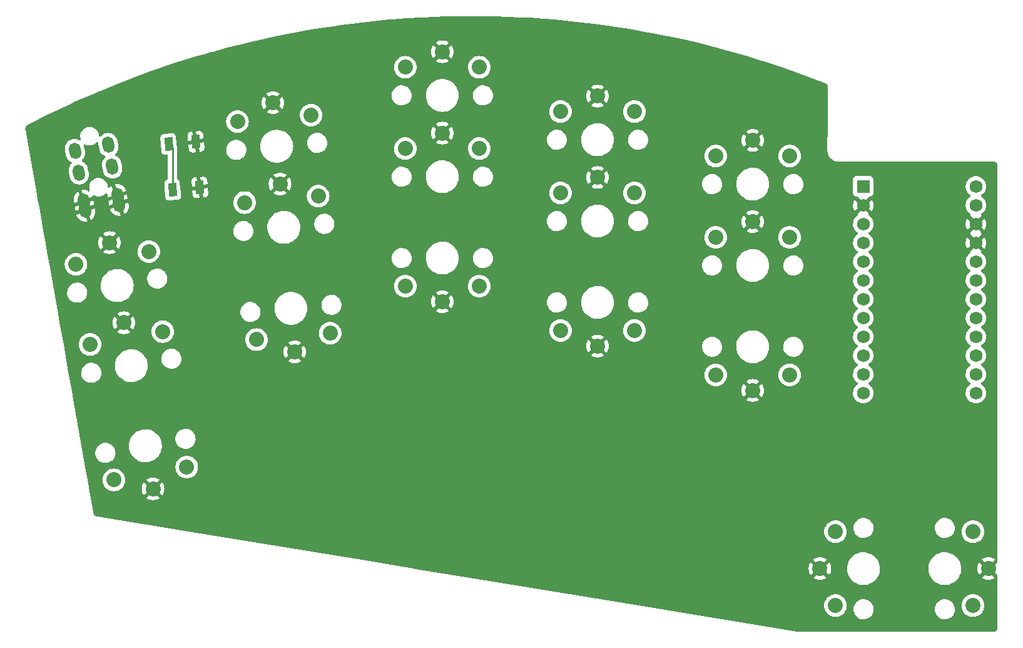
<source format=gbr>
%TF.GenerationSoftware,KiCad,Pcbnew,6.99.0*%
%TF.CreationDate,2021-12-29T22:27:02+01:00*%
%TF.ProjectId,shoggotwide,73686f67-676f-4747-9769-64652e6b6963,v1.0.0*%
%TF.SameCoordinates,Original*%
%TF.FileFunction,Copper,L2,Bot*%
%TF.FilePolarity,Positive*%
%FSLAX46Y46*%
G04 Gerber Fmt 4.6, Leading zero omitted, Abs format (unit mm)*
G04 Created by KiCad (PCBNEW 6.99.0) date 2021-12-29 22:27:02*
%MOMM*%
%LPD*%
G01*
G04 APERTURE LIST*
G04 Aperture macros list*
%AMHorizOval*
0 Thick line with rounded ends*
0 $1 width*
0 $2 $3 position (X,Y) of the first rounded end (center of the circle)*
0 $4 $5 position (X,Y) of the second rounded end (center of the circle)*
0 Add line between two ends*
20,1,$1,$2,$3,$4,$5,0*
0 Add two circle primitives to create the rounded ends*
1,1,$1,$2,$3*
1,1,$1,$4,$5*%
%AMRotRect*
0 Rectangle, with rotation*
0 The origin of the aperture is its center*
0 $1 length*
0 $2 width*
0 $3 Rotation angle, in degrees counterclockwise*
0 Add horizontal line*
21,1,$1,$2,0,0,$3*%
G04 Aperture macros list end*
%TA.AperFunction,ComponentPad*%
%ADD10C,2.032000*%
%TD*%
%TA.AperFunction,SMDPad,CuDef*%
%ADD11RotRect,1.800000X1.100000X95.000000*%
%TD*%
%TA.AperFunction,ComponentPad*%
%ADD12R,1.752600X1.752600*%
%TD*%
%TA.AperFunction,ComponentPad*%
%ADD13C,1.752600*%
%TD*%
%TA.AperFunction,ComponentPad*%
%ADD14HorizOval,1.600000X-0.052094X0.295442X0.052094X-0.295442X0*%
%TD*%
%TA.AperFunction,ViaPad*%
%ADD15C,0.800000*%
%TD*%
%TA.AperFunction,Conductor*%
%ADD16C,0.250000*%
%TD*%
G04 APERTURE END LIST*
D10*
%TO.P,S12,1*%
%TO.N,P20*%
X214490000Y-95550000D03*
X224490000Y-95550000D03*
%TO.P,S12,2*%
%TO.N,GND*%
X219490000Y-93450000D03*
X219490000Y-93450000D03*
%TD*%
%TO.P,S13,1*%
%TO.N,P1*%
X245490000Y-131150000D03*
X235490000Y-131150000D03*
%TO.P,S13,2*%
%TO.N,GND*%
X240490000Y-133250000D03*
X240490000Y-133250000D03*
%TD*%
D11*
%TO.P,B2,1*%
%TO.N,RST*%
X162003223Y-106119442D03*
X161462857Y-99943035D03*
%TO.P,B2,2*%
%TO.N,GND*%
X165689143Y-105796965D03*
X165148777Y-99620558D03*
%TD*%
D10*
%TO.P,S7,1*%
%TO.N,P2*%
X203490000Y-119150000D03*
X193490000Y-119150000D03*
%TO.P,S7,2*%
%TO.N,GND*%
X198490000Y-121250000D03*
X198490000Y-121250000D03*
%TD*%
%TO.P,S2,1*%
%TO.N,P6*%
X150829067Y-127036308D03*
X160677145Y-125299827D03*
%TO.P,S2,2*%
%TO.N,GND*%
X155388445Y-124099971D03*
X155388445Y-124099971D03*
%TD*%
%TO.P,S3,1*%
%TO.N,P5*%
X148918937Y-116203423D03*
X158767015Y-114466942D03*
%TO.P,S3,2*%
%TO.N,GND*%
X153478315Y-113267086D03*
X153478315Y-113267086D03*
%TD*%
%TO.P,S11,1*%
%TO.N,P16*%
X214490000Y-106550000D03*
X224490000Y-106550000D03*
%TO.P,S11,2*%
%TO.N,GND*%
X219490000Y-104450000D03*
X219490000Y-104450000D03*
%TD*%
%TO.P,S1,1*%
%TO.N,P7*%
X163907001Y-143617251D03*
X154058923Y-145353732D03*
%TO.P,S1,2*%
%TO.N,GND*%
X159347623Y-146553588D03*
X159347623Y-146553588D03*
%TD*%
%TO.P,S6,1*%
%TO.N,P18*%
X170776099Y-96895199D03*
X180738046Y-96023641D03*
%TO.P,S6,2*%
%TO.N,GND*%
X175574045Y-94367411D03*
X175574045Y-94367411D03*
%TD*%
%TO.P,S4,1*%
%TO.N,P4*%
X183317855Y-125511005D03*
X173355908Y-126382563D03*
%TO.P,S4,2*%
%TO.N,GND*%
X178519909Y-128038793D03*
X178519909Y-128038793D03*
%TD*%
D12*
%TO.P,MCU1,1*%
%TO.N,RAW*%
X255450000Y-105660000D03*
D13*
%TO.P,MCU1,2*%
%TO.N,GND*%
X255450000Y-108200000D03*
%TO.P,MCU1,3*%
%TO.N,RST*%
X255450000Y-110740000D03*
%TO.P,MCU1,4*%
%TO.N,VCC*%
X255450000Y-113280000D03*
%TO.P,MCU1,5*%
%TO.N,P21*%
X255450000Y-115820000D03*
%TO.P,MCU1,6*%
%TO.N,P20*%
X255450000Y-118360000D03*
%TO.P,MCU1,7*%
%TO.N,P19*%
X255450000Y-120900000D03*
%TO.P,MCU1,8*%
%TO.N,P18*%
X255450000Y-123440000D03*
%TO.P,MCU1,9*%
%TO.N,P15*%
X255450000Y-125980000D03*
%TO.P,MCU1,10*%
%TO.N,P14*%
X255450000Y-128520000D03*
%TO.P,MCU1,11*%
%TO.N,P16*%
X255450000Y-131060000D03*
%TO.P,MCU1,12*%
%TO.N,P10*%
X255450000Y-133600000D03*
%TO.P,MCU1,13*%
%TO.N,P1*%
X270690000Y-105660000D03*
%TO.P,MCU1,14*%
%TO.N,P0*%
X270690000Y-108200000D03*
%TO.P,MCU1,15*%
%TO.N,GND*%
X270690000Y-110740000D03*
%TO.P,MCU1,16*%
X270690000Y-113280000D03*
%TO.P,MCU1,17*%
%TO.N,P2*%
X270690000Y-115820000D03*
%TO.P,MCU1,18*%
%TO.N,P3*%
X270690000Y-118360000D03*
%TO.P,MCU1,19*%
%TO.N,P4*%
X270690000Y-120900000D03*
%TO.P,MCU1,20*%
%TO.N,P5*%
X270690000Y-123440000D03*
%TO.P,MCU1,21*%
%TO.N,P6*%
X270690000Y-125980000D03*
%TO.P,MCU1,22*%
%TO.N,P7*%
X270690000Y-128520000D03*
%TO.P,MCU1,23*%
%TO.N,P8*%
X270690000Y-131060000D03*
%TO.P,MCU1,24*%
%TO.N,P9*%
X270690000Y-133600000D03*
%TD*%
D10*
%TO.P,S9,1*%
%TO.N,P19*%
X193490000Y-89550000D03*
X203490000Y-89550000D03*
%TO.P,S9,2*%
%TO.N,GND*%
X198490000Y-87450000D03*
X198490000Y-87450000D03*
%TD*%
%TO.P,S10,1*%
%TO.N,P0*%
X224490000Y-125150000D03*
X214490000Y-125150000D03*
%TO.P,S10,2*%
%TO.N,GND*%
X219490000Y-127250000D03*
X219490000Y-127250000D03*
%TD*%
%TO.P,S15,1*%
%TO.N,P21*%
X235490000Y-101550000D03*
X245490000Y-101550000D03*
%TO.P,S15,2*%
%TO.N,GND*%
X240490000Y-99450000D03*
X240490000Y-99450000D03*
%TD*%
%TO.P,S17,1*%
%TO.N,P9*%
X270290000Y-152350000D03*
X270290000Y-162350000D03*
%TO.P,S17,2*%
%TO.N,GND*%
X272390000Y-157350000D03*
X272390000Y-157350000D03*
%TD*%
%TO.P,S16,1*%
%TO.N,P8*%
X251690000Y-162350000D03*
X251690000Y-152350000D03*
%TO.P,S16,2*%
%TO.N,GND*%
X249590000Y-157350000D03*
X249590000Y-157350000D03*
%TD*%
%TO.P,S5,1*%
%TO.N,P3*%
X171734812Y-107853341D03*
X181696759Y-106981783D03*
%TO.P,S5,2*%
%TO.N,GND*%
X176532758Y-105325553D03*
X176532758Y-105325553D03*
%TD*%
%TO.P,S8,1*%
%TO.N,P10*%
X193490000Y-100550000D03*
X203490000Y-100550000D03*
%TO.P,S8,2*%
%TO.N,GND*%
X198490000Y-98450000D03*
X198490000Y-98450000D03*
%TD*%
%TO.P,S14,1*%
%TO.N,P14*%
X235490000Y-112550000D03*
X245490000Y-112550000D03*
%TO.P,S14,2*%
%TO.N,GND*%
X240490000Y-110450000D03*
X240490000Y-110450000D03*
%TD*%
D14*
%TO.P,REF\u002A\u002A,1*%
%TO.N,GND*%
X150177143Y-108821554D03*
X154707258Y-108022773D03*
%TO.P,REF\u002A\u002A,2*%
X149986130Y-107738266D03*
X154516245Y-106939484D03*
%TO.P,REF\u002A\u002A,3*%
%TO.N,P15*%
X149291537Y-103799035D03*
X153821653Y-103000253D03*
%TO.P,REF\u002A\u002A,4*%
%TO.N,VCC*%
X148770593Y-100844611D03*
X153300708Y-100045830D03*
%TD*%
D15*
%TO.N,RST*%
X162003223Y-106119442D03*
X161462857Y-99943035D03*
%TD*%
D16*
%TO.N,RST*%
X162003223Y-106119442D02*
X162003223Y-100483401D01*
X162003223Y-100483401D02*
X161462857Y-99943035D01*
%TD*%
%TA.AperFunction,Conductor*%
%TO.N,GND*%
G36*
X204367652Y-82642974D02*
G01*
X204713825Y-82645820D01*
X204715970Y-82645856D01*
X206044392Y-82679524D01*
X206943472Y-82702311D01*
X206945628Y-82702385D01*
X207227854Y-82714375D01*
X209171747Y-82796959D01*
X209173844Y-82797067D01*
X210328013Y-82865911D01*
X211398018Y-82929735D01*
X211400170Y-82929881D01*
X212138231Y-82986599D01*
X213621887Y-83100615D01*
X213623929Y-83100789D01*
X215842404Y-83309531D01*
X215844450Y-83309742D01*
X218058949Y-83556421D01*
X218061008Y-83556668D01*
X219052160Y-83684288D01*
X220270921Y-83841215D01*
X220273058Y-83841508D01*
X222477859Y-84163855D01*
X222479990Y-84164186D01*
X223777673Y-84376659D01*
X224678800Y-84524203D01*
X224680867Y-84524559D01*
X226392959Y-84835068D01*
X226873378Y-84922198D01*
X226875497Y-84922602D01*
X229060684Y-85357677D01*
X229062796Y-85358116D01*
X231240282Y-85830547D01*
X231242386Y-85831022D01*
X233411534Y-86340675D01*
X233413629Y-86341187D01*
X235573611Y-86887867D01*
X235575698Y-86888414D01*
X237726049Y-87472001D01*
X237728125Y-87472583D01*
X239868248Y-88092918D01*
X239870315Y-88093537D01*
X241075888Y-88465469D01*
X241999425Y-88750390D01*
X242001416Y-88751023D01*
X244119041Y-89444250D01*
X244121077Y-89444936D01*
X246226486Y-90174300D01*
X246228449Y-90174998D01*
X248250348Y-90914434D01*
X248321106Y-90940311D01*
X248323107Y-90941062D01*
X249873725Y-91538432D01*
X250358721Y-91725275D01*
X250377204Y-91734187D01*
X250395590Y-91744978D01*
X250404299Y-91747167D01*
X250405273Y-91747412D01*
X250428635Y-91755805D01*
X250437656Y-91760092D01*
X250446523Y-91761515D01*
X250455091Y-91764178D01*
X250454842Y-91764978D01*
X250475359Y-91771393D01*
X250497252Y-91781889D01*
X250529838Y-91804416D01*
X250557113Y-91830482D01*
X250581091Y-91862008D01*
X250598927Y-91895255D01*
X250611933Y-91932673D01*
X250616060Y-91955787D01*
X250617868Y-91975465D01*
X250616787Y-91983388D01*
X250620554Y-92008503D01*
X250621946Y-92027325D01*
X250615922Y-97340361D01*
X250612101Y-100710798D01*
X250612060Y-100746579D01*
X250610314Y-100767337D01*
X250606929Y-100787460D01*
X250606776Y-100799999D01*
X250608886Y-100814733D01*
X250609835Y-100823580D01*
X250623536Y-101015159D01*
X250669388Y-101225938D01*
X250670955Y-101230140D01*
X250670957Y-101230146D01*
X250733190Y-101396996D01*
X250744771Y-101428046D01*
X250746925Y-101431991D01*
X250746926Y-101431993D01*
X250801641Y-101532196D01*
X250848149Y-101617369D01*
X250977418Y-101790053D01*
X251129947Y-101942582D01*
X251302631Y-102071851D01*
X251306585Y-102074010D01*
X251403884Y-102127139D01*
X251491954Y-102175229D01*
X251496166Y-102176800D01*
X251689854Y-102249043D01*
X251689860Y-102249045D01*
X251694062Y-102250612D01*
X251698448Y-102251566D01*
X251698451Y-102251567D01*
X251753192Y-102263475D01*
X251904841Y-102296464D01*
X251909329Y-102296785D01*
X252079597Y-102308963D01*
X252091506Y-102310387D01*
X252107462Y-102313071D01*
X252113655Y-102313147D01*
X252115136Y-102313165D01*
X252115141Y-102313165D01*
X252120001Y-102313224D01*
X252124819Y-102312534D01*
X252124820Y-102312534D01*
X252147643Y-102309266D01*
X252165486Y-102307994D01*
X260655030Y-102306824D01*
X273073594Y-102305113D01*
X273092996Y-102306614D01*
X273107749Y-102308912D01*
X273107756Y-102308912D01*
X273116624Y-102310293D01*
X273125526Y-102309129D01*
X273125530Y-102309129D01*
X273125626Y-102309116D01*
X273156063Y-102308845D01*
X273218268Y-102315853D01*
X273245775Y-102322131D01*
X273309195Y-102344323D01*
X273322964Y-102349141D01*
X273348384Y-102361383D01*
X273417631Y-102404894D01*
X273439690Y-102422486D01*
X273497514Y-102480310D01*
X273515106Y-102502369D01*
X273558617Y-102571616D01*
X273570859Y-102597037D01*
X273597868Y-102674224D01*
X273604147Y-102701731D01*
X273610415Y-102757358D01*
X273611198Y-102773004D01*
X273611089Y-102781962D01*
X273609707Y-102790836D01*
X273613843Y-102822463D01*
X273614906Y-102838747D01*
X273626460Y-138985206D01*
X273632031Y-156414949D01*
X273612051Y-156483076D01*
X273595126Y-156504084D01*
X272762022Y-157337188D01*
X272754408Y-157351132D01*
X272754539Y-157352965D01*
X272758790Y-157359580D01*
X273595724Y-158196514D01*
X273629750Y-158258826D01*
X273632629Y-158285569D01*
X273633025Y-159523261D01*
X273634510Y-164168159D01*
X273634878Y-165320730D01*
X273633378Y-165340154D01*
X273629707Y-165363731D01*
X273630871Y-165372633D01*
X273630871Y-165372637D01*
X273630884Y-165372733D01*
X273631155Y-165403170D01*
X273624147Y-165465375D01*
X273617868Y-165492885D01*
X273590859Y-165570071D01*
X273578617Y-165595491D01*
X273535106Y-165664738D01*
X273517514Y-165686797D01*
X273459690Y-165744621D01*
X273437631Y-165762213D01*
X273368384Y-165805724D01*
X273342963Y-165817966D01*
X273265776Y-165844975D01*
X273238269Y-165851254D01*
X273214321Y-165853952D01*
X273182637Y-165857522D01*
X273166996Y-165858305D01*
X273158038Y-165858196D01*
X273149164Y-165856814D01*
X273117495Y-165860955D01*
X273101224Y-165862019D01*
X260601411Y-165867658D01*
X246540581Y-165874001D01*
X246520109Y-165872336D01*
X225067901Y-162350000D01*
X250160786Y-162350000D01*
X250179613Y-162589222D01*
X250180767Y-162594029D01*
X250180768Y-162594035D01*
X250201050Y-162678514D01*
X250235631Y-162822553D01*
X250237524Y-162827124D01*
X250237525Y-162827126D01*
X250275810Y-162919553D01*
X250327460Y-163044249D01*
X250452840Y-163248849D01*
X250608682Y-163431318D01*
X250791151Y-163587160D01*
X250995751Y-163712540D01*
X251000321Y-163714433D01*
X251000323Y-163714434D01*
X251104787Y-163757704D01*
X251217447Y-163804369D01*
X251299037Y-163823957D01*
X251445965Y-163859232D01*
X251445971Y-163859233D01*
X251450778Y-163860387D01*
X251690000Y-163879214D01*
X251929222Y-163860387D01*
X251934029Y-163859233D01*
X251934035Y-163859232D01*
X252080963Y-163823957D01*
X252162553Y-163804369D01*
X252275213Y-163757704D01*
X252379677Y-163714434D01*
X252379679Y-163714433D01*
X252384249Y-163712540D01*
X252588849Y-163587160D01*
X252771318Y-163431318D01*
X252927160Y-163248849D01*
X253052540Y-163044249D01*
X253104191Y-162919553D01*
X253142475Y-162827126D01*
X253142476Y-162827124D01*
X253144369Y-162822553D01*
X253153209Y-162785732D01*
X254127200Y-162785732D01*
X254127400Y-162791062D01*
X254127400Y-162791063D01*
X254128582Y-162822553D01*
X254135854Y-163016268D01*
X254183228Y-163242050D01*
X254267967Y-163456622D01*
X254387647Y-163653849D01*
X254391144Y-163657879D01*
X254519264Y-163805524D01*
X254538847Y-163828092D01*
X254578707Y-163860775D01*
X254713115Y-163970984D01*
X254713121Y-163970988D01*
X254717243Y-163974368D01*
X254917735Y-164088494D01*
X254922751Y-164090315D01*
X254922756Y-164090317D01*
X255129575Y-164165389D01*
X255129579Y-164165390D01*
X255134590Y-164167209D01*
X255139839Y-164168158D01*
X255139842Y-164168159D01*
X255357523Y-164207522D01*
X255357530Y-164207523D01*
X255361607Y-164208260D01*
X255379344Y-164209096D01*
X255384292Y-164209330D01*
X255384299Y-164209330D01*
X255385780Y-164209400D01*
X255547925Y-164209400D01*
X255614881Y-164203719D01*
X255714562Y-164195261D01*
X255714566Y-164195260D01*
X255719873Y-164194810D01*
X255725028Y-164193472D01*
X255725034Y-164193471D01*
X255938003Y-164138195D01*
X255938007Y-164138194D01*
X255943172Y-164136853D01*
X255948038Y-164134661D01*
X255948041Y-164134660D01*
X256148649Y-164044293D01*
X256153515Y-164042101D01*
X256157935Y-164039125D01*
X256157939Y-164039123D01*
X256259148Y-163970984D01*
X256344885Y-163913262D01*
X256511812Y-163754022D01*
X256589738Y-163649286D01*
X256646337Y-163573214D01*
X256646339Y-163573211D01*
X256649521Y-163568934D01*
X256704305Y-163461183D01*
X256751658Y-163368046D01*
X256751658Y-163368045D01*
X256754077Y-163363288D01*
X256793343Y-163236831D01*
X256820905Y-163148070D01*
X256820906Y-163148064D01*
X256822489Y-163142967D01*
X256852800Y-162914268D01*
X256847975Y-162785732D01*
X265127200Y-162785732D01*
X265127400Y-162791062D01*
X265127400Y-162791063D01*
X265128582Y-162822553D01*
X265135854Y-163016268D01*
X265183228Y-163242050D01*
X265267967Y-163456622D01*
X265387647Y-163653849D01*
X265391144Y-163657879D01*
X265519264Y-163805524D01*
X265538847Y-163828092D01*
X265578707Y-163860775D01*
X265713115Y-163970984D01*
X265713121Y-163970988D01*
X265717243Y-163974368D01*
X265917735Y-164088494D01*
X265922751Y-164090315D01*
X265922756Y-164090317D01*
X266129575Y-164165389D01*
X266129579Y-164165390D01*
X266134590Y-164167209D01*
X266139839Y-164168158D01*
X266139842Y-164168159D01*
X266357523Y-164207522D01*
X266357530Y-164207523D01*
X266361607Y-164208260D01*
X266379344Y-164209096D01*
X266384292Y-164209330D01*
X266384299Y-164209330D01*
X266385780Y-164209400D01*
X266547925Y-164209400D01*
X266614881Y-164203719D01*
X266714562Y-164195261D01*
X266714566Y-164195260D01*
X266719873Y-164194810D01*
X266725028Y-164193472D01*
X266725034Y-164193471D01*
X266938003Y-164138195D01*
X266938007Y-164138194D01*
X266943172Y-164136853D01*
X266948038Y-164134661D01*
X266948041Y-164134660D01*
X267148649Y-164044293D01*
X267153515Y-164042101D01*
X267157935Y-164039125D01*
X267157939Y-164039123D01*
X267259148Y-163970984D01*
X267344885Y-163913262D01*
X267511812Y-163754022D01*
X267589738Y-163649286D01*
X267646337Y-163573214D01*
X267646339Y-163573211D01*
X267649521Y-163568934D01*
X267704305Y-163461183D01*
X267751658Y-163368046D01*
X267751658Y-163368045D01*
X267754077Y-163363288D01*
X267793343Y-163236831D01*
X267820905Y-163148070D01*
X267820906Y-163148064D01*
X267822489Y-163142967D01*
X267852800Y-162914268D01*
X267844146Y-162683732D01*
X267796772Y-162457950D01*
X267754140Y-162350000D01*
X268760786Y-162350000D01*
X268779613Y-162589222D01*
X268780767Y-162594029D01*
X268780768Y-162594035D01*
X268801050Y-162678514D01*
X268835631Y-162822553D01*
X268837524Y-162827124D01*
X268837525Y-162827126D01*
X268875810Y-162919553D01*
X268927460Y-163044249D01*
X269052840Y-163248849D01*
X269208682Y-163431318D01*
X269391151Y-163587160D01*
X269595751Y-163712540D01*
X269600321Y-163714433D01*
X269600323Y-163714434D01*
X269704787Y-163757704D01*
X269817447Y-163804369D01*
X269899037Y-163823957D01*
X270045965Y-163859232D01*
X270045971Y-163859233D01*
X270050778Y-163860387D01*
X270290000Y-163879214D01*
X270529222Y-163860387D01*
X270534029Y-163859233D01*
X270534035Y-163859232D01*
X270680963Y-163823957D01*
X270762553Y-163804369D01*
X270875213Y-163757704D01*
X270979677Y-163714434D01*
X270979679Y-163714433D01*
X270984249Y-163712540D01*
X271188849Y-163587160D01*
X271371318Y-163431318D01*
X271527160Y-163248849D01*
X271652540Y-163044249D01*
X271704191Y-162919553D01*
X271742475Y-162827126D01*
X271742476Y-162827124D01*
X271744369Y-162822553D01*
X271778950Y-162678514D01*
X271799232Y-162594035D01*
X271799233Y-162594029D01*
X271800387Y-162589222D01*
X271819214Y-162350000D01*
X271800387Y-162110778D01*
X271799233Y-162105971D01*
X271799232Y-162105965D01*
X271745524Y-161882259D01*
X271744369Y-161877447D01*
X271708319Y-161790414D01*
X271654434Y-161660323D01*
X271654433Y-161660321D01*
X271652540Y-161655751D01*
X271527160Y-161451151D01*
X271371318Y-161268682D01*
X271188849Y-161112840D01*
X270984249Y-160987460D01*
X270979679Y-160985567D01*
X270979677Y-160985566D01*
X270767126Y-160897525D01*
X270767124Y-160897524D01*
X270762553Y-160895631D01*
X270680963Y-160876043D01*
X270534035Y-160840768D01*
X270534029Y-160840767D01*
X270529222Y-160839613D01*
X270290000Y-160820786D01*
X270050778Y-160839613D01*
X270045971Y-160840767D01*
X270045965Y-160840768D01*
X269899037Y-160876043D01*
X269817447Y-160895631D01*
X269812876Y-160897524D01*
X269812874Y-160897525D01*
X269600323Y-160985566D01*
X269600321Y-160985567D01*
X269595751Y-160987460D01*
X269391151Y-161112840D01*
X269208682Y-161268682D01*
X269052840Y-161451151D01*
X268927460Y-161655751D01*
X268925567Y-161660321D01*
X268925566Y-161660323D01*
X268871681Y-161790414D01*
X268835631Y-161877447D01*
X268834476Y-161882259D01*
X268780768Y-162105965D01*
X268780767Y-162105971D01*
X268779613Y-162110778D01*
X268760786Y-162350000D01*
X267754140Y-162350000D01*
X267712033Y-162243378D01*
X267592353Y-162046151D01*
X267505428Y-161945978D01*
X267444653Y-161875941D01*
X267444651Y-161875939D01*
X267441153Y-161871908D01*
X267399018Y-161837360D01*
X267266885Y-161729016D01*
X267266879Y-161729012D01*
X267262757Y-161725632D01*
X267062265Y-161611506D01*
X267057249Y-161609685D01*
X267057244Y-161609683D01*
X266850425Y-161534611D01*
X266850421Y-161534610D01*
X266845410Y-161532791D01*
X266840161Y-161531842D01*
X266840158Y-161531841D01*
X266622477Y-161492478D01*
X266622470Y-161492477D01*
X266618393Y-161491740D01*
X266600656Y-161490904D01*
X266595708Y-161490670D01*
X266595701Y-161490670D01*
X266594220Y-161490600D01*
X266432075Y-161490600D01*
X266365119Y-161496281D01*
X266265438Y-161504739D01*
X266265434Y-161504740D01*
X266260127Y-161505190D01*
X266254972Y-161506528D01*
X266254966Y-161506529D01*
X266041997Y-161561805D01*
X266041993Y-161561806D01*
X266036828Y-161563147D01*
X266031962Y-161565339D01*
X266031959Y-161565340D01*
X265933521Y-161609683D01*
X265826485Y-161657899D01*
X265822065Y-161660875D01*
X265822061Y-161660877D01*
X265729800Y-161722992D01*
X265635115Y-161786738D01*
X265468188Y-161945978D01*
X265465000Y-161950263D01*
X265341903Y-162115712D01*
X265330479Y-162131066D01*
X265328064Y-162135816D01*
X265273377Y-162243378D01*
X265225923Y-162336712D01*
X265191717Y-162446872D01*
X265159095Y-162551930D01*
X265159094Y-162551936D01*
X265157511Y-162557033D01*
X265127200Y-162785732D01*
X256847975Y-162785732D01*
X256844146Y-162683732D01*
X256796772Y-162457950D01*
X256712033Y-162243378D01*
X256592353Y-162046151D01*
X256505428Y-161945978D01*
X256444653Y-161875941D01*
X256444651Y-161875939D01*
X256441153Y-161871908D01*
X256399018Y-161837360D01*
X256266885Y-161729016D01*
X256266879Y-161729012D01*
X256262757Y-161725632D01*
X256062265Y-161611506D01*
X256057249Y-161609685D01*
X256057244Y-161609683D01*
X255850425Y-161534611D01*
X255850421Y-161534610D01*
X255845410Y-161532791D01*
X255840161Y-161531842D01*
X255840158Y-161531841D01*
X255622477Y-161492478D01*
X255622470Y-161492477D01*
X255618393Y-161491740D01*
X255600656Y-161490904D01*
X255595708Y-161490670D01*
X255595701Y-161490670D01*
X255594220Y-161490600D01*
X255432075Y-161490600D01*
X255365119Y-161496281D01*
X255265438Y-161504739D01*
X255265434Y-161504740D01*
X255260127Y-161505190D01*
X255254972Y-161506528D01*
X255254966Y-161506529D01*
X255041997Y-161561805D01*
X255041993Y-161561806D01*
X255036828Y-161563147D01*
X255031962Y-161565339D01*
X255031959Y-161565340D01*
X254933521Y-161609683D01*
X254826485Y-161657899D01*
X254822065Y-161660875D01*
X254822061Y-161660877D01*
X254729800Y-161722992D01*
X254635115Y-161786738D01*
X254468188Y-161945978D01*
X254465000Y-161950263D01*
X254341903Y-162115712D01*
X254330479Y-162131066D01*
X254328064Y-162135816D01*
X254273377Y-162243378D01*
X254225923Y-162336712D01*
X254191717Y-162446872D01*
X254159095Y-162551930D01*
X254159094Y-162551936D01*
X254157511Y-162557033D01*
X254127200Y-162785732D01*
X253153209Y-162785732D01*
X253178950Y-162678514D01*
X253199232Y-162594035D01*
X253199233Y-162594029D01*
X253200387Y-162589222D01*
X253219214Y-162350000D01*
X253200387Y-162110778D01*
X253199233Y-162105971D01*
X253199232Y-162105965D01*
X253145524Y-161882259D01*
X253144369Y-161877447D01*
X253108319Y-161790414D01*
X253054434Y-161660323D01*
X253054433Y-161660321D01*
X253052540Y-161655751D01*
X252927160Y-161451151D01*
X252771318Y-161268682D01*
X252588849Y-161112840D01*
X252384249Y-160987460D01*
X252379679Y-160985567D01*
X252379677Y-160985566D01*
X252167126Y-160897525D01*
X252167124Y-160897524D01*
X252162553Y-160895631D01*
X252080963Y-160876043D01*
X251934035Y-160840768D01*
X251934029Y-160840767D01*
X251929222Y-160839613D01*
X251690000Y-160820786D01*
X251450778Y-160839613D01*
X251445971Y-160840767D01*
X251445965Y-160840768D01*
X251299037Y-160876043D01*
X251217447Y-160895631D01*
X251212876Y-160897524D01*
X251212874Y-160897525D01*
X251000323Y-160985566D01*
X251000321Y-160985567D01*
X250995751Y-160987460D01*
X250791151Y-161112840D01*
X250608682Y-161268682D01*
X250452840Y-161451151D01*
X250327460Y-161655751D01*
X250325567Y-161660321D01*
X250325566Y-161660323D01*
X250271681Y-161790414D01*
X250235631Y-161877447D01*
X250234476Y-161882259D01*
X250180768Y-162105965D01*
X250180767Y-162105971D01*
X250179613Y-162110778D01*
X250160786Y-162350000D01*
X225067901Y-162350000D01*
X202194464Y-158594306D01*
X248710524Y-158594306D01*
X248716251Y-158601956D01*
X248891759Y-158709507D01*
X248900553Y-158713988D01*
X249113029Y-158801998D01*
X249122414Y-158805047D01*
X249346044Y-158858737D01*
X249355791Y-158860280D01*
X249585070Y-158878325D01*
X249594930Y-158878325D01*
X249824209Y-158860280D01*
X249833956Y-158858737D01*
X250057586Y-158805047D01*
X250066971Y-158801998D01*
X250279447Y-158713988D01*
X250288241Y-158709507D01*
X250460083Y-158604203D01*
X250469543Y-158593747D01*
X250465759Y-158584969D01*
X249602812Y-157722022D01*
X249588868Y-157714408D01*
X249587035Y-157714539D01*
X249580420Y-157718790D01*
X248717284Y-158581926D01*
X248710524Y-158594306D01*
X202194464Y-158594306D01*
X194900392Y-157396659D01*
X194646248Y-157354930D01*
X248061675Y-157354930D01*
X248079720Y-157584209D01*
X248081263Y-157593956D01*
X248134953Y-157817586D01*
X248138002Y-157826971D01*
X248226012Y-158039447D01*
X248230493Y-158048241D01*
X248335797Y-158220083D01*
X248346253Y-158229543D01*
X248355031Y-158225759D01*
X249217978Y-157362812D01*
X249224356Y-157351132D01*
X249954408Y-157351132D01*
X249954539Y-157352965D01*
X249958790Y-157359580D01*
X250821926Y-158222716D01*
X250834306Y-158229476D01*
X250841956Y-158223749D01*
X250949507Y-158048241D01*
X250953988Y-158039447D01*
X251041998Y-157826971D01*
X251045047Y-157817586D01*
X251098737Y-157593956D01*
X251100280Y-157584209D01*
X251115041Y-157396659D01*
X253262514Y-157396659D01*
X253288252Y-157690849D01*
X253289162Y-157694921D01*
X253289163Y-157694926D01*
X253333434Y-157892983D01*
X253352672Y-157979050D01*
X253454644Y-158256199D01*
X253592374Y-158517427D01*
X253594794Y-158520832D01*
X253761019Y-158754735D01*
X253761024Y-158754741D01*
X253763443Y-158758145D01*
X253766287Y-158761195D01*
X253766292Y-158761201D01*
X253857246Y-158858737D01*
X253964846Y-158974124D01*
X254193045Y-159161568D01*
X254444029Y-159317185D01*
X254713390Y-159438241D01*
X254996395Y-159522608D01*
X255000515Y-159523261D01*
X255000517Y-159523261D01*
X255284592Y-159568255D01*
X255284598Y-159568256D01*
X255288073Y-159568806D01*
X255312632Y-159569921D01*
X255379017Y-159572936D01*
X255379038Y-159572936D01*
X255380437Y-159573000D01*
X255564901Y-159573000D01*
X255784664Y-159558403D01*
X255788763Y-159557577D01*
X255788767Y-159557576D01*
X255962190Y-159522608D01*
X256074151Y-159500033D01*
X256353375Y-159403888D01*
X256523089Y-159318902D01*
X256613695Y-159273530D01*
X256613697Y-159273529D01*
X256617431Y-159271659D01*
X256861678Y-159105668D01*
X257081827Y-158908832D01*
X257173395Y-158801998D01*
X257271289Y-158687784D01*
X257271292Y-158687780D01*
X257274009Y-158684610D01*
X257276283Y-158681108D01*
X257276287Y-158681103D01*
X257432570Y-158440449D01*
X257432573Y-158440444D01*
X257434849Y-158436939D01*
X257561519Y-158170172D01*
X257651795Y-157888996D01*
X257682420Y-157718790D01*
X257703351Y-157602459D01*
X257703352Y-157602454D01*
X257704090Y-157598350D01*
X257704733Y-157584209D01*
X257713249Y-157396659D01*
X264262514Y-157396659D01*
X264288252Y-157690849D01*
X264289162Y-157694921D01*
X264289163Y-157694926D01*
X264333434Y-157892983D01*
X264352672Y-157979050D01*
X264454644Y-158256199D01*
X264592374Y-158517427D01*
X264594794Y-158520832D01*
X264761019Y-158754735D01*
X264761024Y-158754741D01*
X264763443Y-158758145D01*
X264766287Y-158761195D01*
X264766292Y-158761201D01*
X264857246Y-158858737D01*
X264964846Y-158974124D01*
X265193045Y-159161568D01*
X265444029Y-159317185D01*
X265713390Y-159438241D01*
X265996395Y-159522608D01*
X266000515Y-159523261D01*
X266000517Y-159523261D01*
X266284592Y-159568255D01*
X266284598Y-159568256D01*
X266288073Y-159568806D01*
X266312632Y-159569921D01*
X266379017Y-159572936D01*
X266379038Y-159572936D01*
X266380437Y-159573000D01*
X266564901Y-159573000D01*
X266784664Y-159558403D01*
X266788763Y-159557577D01*
X266788767Y-159557576D01*
X266962190Y-159522608D01*
X267074151Y-159500033D01*
X267353375Y-159403888D01*
X267523089Y-159318902D01*
X267613695Y-159273530D01*
X267613697Y-159273529D01*
X267617431Y-159271659D01*
X267861678Y-159105668D01*
X268081827Y-158908832D01*
X268173395Y-158801998D01*
X268271289Y-158687784D01*
X268271292Y-158687780D01*
X268274009Y-158684610D01*
X268276283Y-158681108D01*
X268276287Y-158681103D01*
X268332654Y-158594306D01*
X271510524Y-158594306D01*
X271516251Y-158601956D01*
X271691759Y-158709507D01*
X271700553Y-158713988D01*
X271913029Y-158801998D01*
X271922414Y-158805047D01*
X272146044Y-158858737D01*
X272155791Y-158860280D01*
X272385070Y-158878325D01*
X272394930Y-158878325D01*
X272624209Y-158860280D01*
X272633956Y-158858737D01*
X272857586Y-158805047D01*
X272866971Y-158801998D01*
X273079447Y-158713988D01*
X273088241Y-158709507D01*
X273260083Y-158604203D01*
X273269543Y-158593747D01*
X273265759Y-158584969D01*
X272402812Y-157722022D01*
X272388868Y-157714408D01*
X272387035Y-157714539D01*
X272380420Y-157718790D01*
X271517284Y-158581926D01*
X271510524Y-158594306D01*
X268332654Y-158594306D01*
X268432570Y-158440449D01*
X268432573Y-158440444D01*
X268434849Y-158436939D01*
X268561519Y-158170172D01*
X268651795Y-157888996D01*
X268682420Y-157718790D01*
X268703351Y-157602459D01*
X268703352Y-157602454D01*
X268704090Y-157598350D01*
X268704733Y-157584209D01*
X268715144Y-157354930D01*
X270861675Y-157354930D01*
X270879720Y-157584209D01*
X270881263Y-157593956D01*
X270934953Y-157817586D01*
X270938002Y-157826971D01*
X271026012Y-158039447D01*
X271030493Y-158048241D01*
X271135797Y-158220083D01*
X271146253Y-158229543D01*
X271155031Y-158225759D01*
X272017978Y-157362812D01*
X272025592Y-157348868D01*
X272025461Y-157347035D01*
X272021210Y-157340420D01*
X271158074Y-156477284D01*
X271145694Y-156470524D01*
X271138044Y-156476251D01*
X271030493Y-156651759D01*
X271026012Y-156660553D01*
X270938002Y-156873029D01*
X270934953Y-156882414D01*
X270881263Y-157106044D01*
X270879720Y-157115791D01*
X270861675Y-157345070D01*
X270861675Y-157354930D01*
X268715144Y-157354930D01*
X268717297Y-157307511D01*
X268717297Y-157307506D01*
X268717486Y-157303341D01*
X268691748Y-157009151D01*
X268684780Y-156977978D01*
X268628240Y-156725028D01*
X268628238Y-156725021D01*
X268627328Y-156720950D01*
X268525356Y-156443801D01*
X268387626Y-156182573D01*
X268333388Y-156106253D01*
X271510457Y-156106253D01*
X271514241Y-156115031D01*
X272377188Y-156977978D01*
X272391132Y-156985592D01*
X272392965Y-156985461D01*
X272399580Y-156981210D01*
X273262716Y-156118074D01*
X273269476Y-156105694D01*
X273263749Y-156098044D01*
X273088241Y-155990493D01*
X273079447Y-155986012D01*
X272866971Y-155898002D01*
X272857586Y-155894953D01*
X272633956Y-155841263D01*
X272624209Y-155839720D01*
X272394930Y-155821675D01*
X272385070Y-155821675D01*
X272155791Y-155839720D01*
X272146044Y-155841263D01*
X271922414Y-155894953D01*
X271913029Y-155898002D01*
X271700553Y-155986012D01*
X271691759Y-155990493D01*
X271519917Y-156095797D01*
X271510457Y-156106253D01*
X268333388Y-156106253D01*
X268332991Y-156105694D01*
X268218981Y-155945265D01*
X268218976Y-155945259D01*
X268216557Y-155941855D01*
X268213713Y-155938805D01*
X268213708Y-155938799D01*
X268018000Y-155728928D01*
X268015154Y-155725876D01*
X267786955Y-155538432D01*
X267535971Y-155382815D01*
X267266610Y-155261759D01*
X266983605Y-155177392D01*
X266979485Y-155176739D01*
X266979483Y-155176739D01*
X266695408Y-155131745D01*
X266695402Y-155131744D01*
X266691927Y-155131194D01*
X266667368Y-155130079D01*
X266600983Y-155127064D01*
X266600962Y-155127064D01*
X266599563Y-155127000D01*
X266415099Y-155127000D01*
X266195336Y-155141597D01*
X266191237Y-155142423D01*
X266191233Y-155142424D01*
X266048639Y-155171176D01*
X265905849Y-155199967D01*
X265626625Y-155296112D01*
X265622897Y-155297979D01*
X265453483Y-155382815D01*
X265362569Y-155428341D01*
X265118322Y-155594332D01*
X264898173Y-155791168D01*
X264895456Y-155794338D01*
X264895455Y-155794339D01*
X264766096Y-155945265D01*
X264705991Y-156015390D01*
X264703717Y-156018892D01*
X264703713Y-156018897D01*
X264595022Y-156186266D01*
X264545151Y-156263061D01*
X264418481Y-156529828D01*
X264328205Y-156811004D01*
X264327464Y-156815123D01*
X264293287Y-157005074D01*
X264275910Y-157101650D01*
X264275721Y-157105817D01*
X264275720Y-157105824D01*
X264264051Y-157362812D01*
X264262514Y-157396659D01*
X257713249Y-157396659D01*
X257717297Y-157307511D01*
X257717297Y-157307506D01*
X257717486Y-157303341D01*
X257691748Y-157009151D01*
X257684780Y-156977978D01*
X257628240Y-156725028D01*
X257628238Y-156725021D01*
X257627328Y-156720950D01*
X257525356Y-156443801D01*
X257387626Y-156182573D01*
X257332991Y-156105694D01*
X257218981Y-155945265D01*
X257218976Y-155945259D01*
X257216557Y-155941855D01*
X257213713Y-155938805D01*
X257213708Y-155938799D01*
X257018000Y-155728928D01*
X257015154Y-155725876D01*
X256786955Y-155538432D01*
X256535971Y-155382815D01*
X256266610Y-155261759D01*
X255983605Y-155177392D01*
X255979485Y-155176739D01*
X255979483Y-155176739D01*
X255695408Y-155131745D01*
X255695402Y-155131744D01*
X255691927Y-155131194D01*
X255667368Y-155130079D01*
X255600983Y-155127064D01*
X255600962Y-155127064D01*
X255599563Y-155127000D01*
X255415099Y-155127000D01*
X255195336Y-155141597D01*
X255191237Y-155142423D01*
X255191233Y-155142424D01*
X255048639Y-155171176D01*
X254905849Y-155199967D01*
X254626625Y-155296112D01*
X254622897Y-155297979D01*
X254453483Y-155382815D01*
X254362569Y-155428341D01*
X254118322Y-155594332D01*
X253898173Y-155791168D01*
X253895456Y-155794338D01*
X253895455Y-155794339D01*
X253766096Y-155945265D01*
X253705991Y-156015390D01*
X253703717Y-156018892D01*
X253703713Y-156018897D01*
X253595022Y-156186266D01*
X253545151Y-156263061D01*
X253418481Y-156529828D01*
X253328205Y-156811004D01*
X253327464Y-156815123D01*
X253293287Y-157005074D01*
X253275910Y-157101650D01*
X253275721Y-157105817D01*
X253275720Y-157105824D01*
X253264051Y-157362812D01*
X253262514Y-157396659D01*
X251115041Y-157396659D01*
X251118325Y-157354930D01*
X251118325Y-157345070D01*
X251100280Y-157115791D01*
X251098737Y-157106044D01*
X251045047Y-156882414D01*
X251041998Y-156873029D01*
X250953988Y-156660553D01*
X250949507Y-156651759D01*
X250844203Y-156479917D01*
X250833747Y-156470457D01*
X250824969Y-156474241D01*
X249962022Y-157337188D01*
X249954408Y-157351132D01*
X249224356Y-157351132D01*
X249225592Y-157348868D01*
X249225461Y-157347035D01*
X249221210Y-157340420D01*
X248358074Y-156477284D01*
X248345694Y-156470524D01*
X248338044Y-156476251D01*
X248230493Y-156651759D01*
X248226012Y-156660553D01*
X248138002Y-156873029D01*
X248134953Y-156882414D01*
X248081263Y-157106044D01*
X248079720Y-157115791D01*
X248061675Y-157345070D01*
X248061675Y-157354930D01*
X194646248Y-157354930D01*
X187041386Y-156106253D01*
X248710457Y-156106253D01*
X248714241Y-156115031D01*
X249577188Y-156977978D01*
X249591132Y-156985592D01*
X249592965Y-156985461D01*
X249599580Y-156981210D01*
X250462716Y-156118074D01*
X250469476Y-156105694D01*
X250463749Y-156098044D01*
X250288241Y-155990493D01*
X250279447Y-155986012D01*
X250066971Y-155898002D01*
X250057586Y-155894953D01*
X249833956Y-155841263D01*
X249824209Y-155839720D01*
X249594930Y-155821675D01*
X249585070Y-155821675D01*
X249355791Y-155839720D01*
X249346044Y-155841263D01*
X249122414Y-155894953D01*
X249113029Y-155898002D01*
X248900553Y-155986012D01*
X248891759Y-155990493D01*
X248719917Y-156095797D01*
X248710457Y-156106253D01*
X187041386Y-156106253D01*
X164164546Y-152350000D01*
X250160786Y-152350000D01*
X250179613Y-152589222D01*
X250180767Y-152594029D01*
X250180768Y-152594035D01*
X250196096Y-152657879D01*
X250235631Y-152822553D01*
X250237524Y-152827124D01*
X250237525Y-152827126D01*
X250274436Y-152916236D01*
X250327460Y-153044249D01*
X250452840Y-153248849D01*
X250608682Y-153431318D01*
X250791151Y-153587160D01*
X250995751Y-153712540D01*
X251000321Y-153714433D01*
X251000323Y-153714434D01*
X251212874Y-153802475D01*
X251217447Y-153804369D01*
X251299037Y-153823957D01*
X251445965Y-153859232D01*
X251445971Y-153859233D01*
X251450778Y-153860387D01*
X251690000Y-153879214D01*
X251929222Y-153860387D01*
X251934029Y-153859233D01*
X251934035Y-153859232D01*
X252080963Y-153823957D01*
X252162553Y-153804369D01*
X252167126Y-153802475D01*
X252379677Y-153714434D01*
X252379679Y-153714433D01*
X252384249Y-153712540D01*
X252588849Y-153587160D01*
X252771318Y-153431318D01*
X252927160Y-153248849D01*
X253052540Y-153044249D01*
X253105565Y-152916236D01*
X253142475Y-152827126D01*
X253142476Y-152827124D01*
X253144369Y-152822553D01*
X253183904Y-152657879D01*
X253199232Y-152594035D01*
X253199233Y-152594029D01*
X253200387Y-152589222D01*
X253219214Y-152350000D01*
X253200387Y-152110778D01*
X253199233Y-152105971D01*
X253199232Y-152105965D01*
X253145524Y-151882259D01*
X253144369Y-151877447D01*
X253106380Y-151785732D01*
X254127200Y-151785732D01*
X254135854Y-152016268D01*
X254183228Y-152242050D01*
X254267967Y-152456622D01*
X254387647Y-152653849D01*
X254391144Y-152657879D01*
X254534041Y-152822553D01*
X254538847Y-152828092D01*
X254542978Y-152831479D01*
X254713115Y-152970984D01*
X254713121Y-152970988D01*
X254717243Y-152974368D01*
X254917735Y-153088494D01*
X254922751Y-153090315D01*
X254922756Y-153090317D01*
X255129575Y-153165389D01*
X255129579Y-153165390D01*
X255134590Y-153167209D01*
X255139839Y-153168158D01*
X255139842Y-153168159D01*
X255357523Y-153207522D01*
X255357530Y-153207523D01*
X255361607Y-153208260D01*
X255379344Y-153209096D01*
X255384292Y-153209330D01*
X255384299Y-153209330D01*
X255385780Y-153209400D01*
X255547925Y-153209400D01*
X255614881Y-153203719D01*
X255714562Y-153195261D01*
X255714566Y-153195260D01*
X255719873Y-153194810D01*
X255725028Y-153193472D01*
X255725034Y-153193471D01*
X255938003Y-153138195D01*
X255938007Y-153138194D01*
X255943172Y-153136853D01*
X255948038Y-153134661D01*
X255948041Y-153134660D01*
X256148649Y-153044293D01*
X256153515Y-153042101D01*
X256157935Y-153039125D01*
X256157939Y-153039123D01*
X256259148Y-152970984D01*
X256344885Y-152913262D01*
X256511812Y-152754022D01*
X256589738Y-152649286D01*
X256646337Y-152573214D01*
X256646339Y-152573211D01*
X256649521Y-152568934D01*
X256704305Y-152461183D01*
X256751658Y-152368046D01*
X256751658Y-152368045D01*
X256754077Y-152363288D01*
X256793343Y-152236831D01*
X256820905Y-152148070D01*
X256820906Y-152148064D01*
X256822489Y-152142967D01*
X256852800Y-151914268D01*
X256851599Y-151882259D01*
X256847975Y-151785732D01*
X265127200Y-151785732D01*
X265135854Y-152016268D01*
X265183228Y-152242050D01*
X265267967Y-152456622D01*
X265387647Y-152653849D01*
X265391144Y-152657879D01*
X265534041Y-152822553D01*
X265538847Y-152828092D01*
X265542978Y-152831479D01*
X265713115Y-152970984D01*
X265713121Y-152970988D01*
X265717243Y-152974368D01*
X265917735Y-153088494D01*
X265922751Y-153090315D01*
X265922756Y-153090317D01*
X266129575Y-153165389D01*
X266129579Y-153165390D01*
X266134590Y-153167209D01*
X266139839Y-153168158D01*
X266139842Y-153168159D01*
X266357523Y-153207522D01*
X266357530Y-153207523D01*
X266361607Y-153208260D01*
X266379344Y-153209096D01*
X266384292Y-153209330D01*
X266384299Y-153209330D01*
X266385780Y-153209400D01*
X266547925Y-153209400D01*
X266614881Y-153203719D01*
X266714562Y-153195261D01*
X266714566Y-153195260D01*
X266719873Y-153194810D01*
X266725028Y-153193472D01*
X266725034Y-153193471D01*
X266938003Y-153138195D01*
X266938007Y-153138194D01*
X266943172Y-153136853D01*
X266948038Y-153134661D01*
X266948041Y-153134660D01*
X267148649Y-153044293D01*
X267153515Y-153042101D01*
X267157935Y-153039125D01*
X267157939Y-153039123D01*
X267259148Y-152970984D01*
X267344885Y-152913262D01*
X267511812Y-152754022D01*
X267589738Y-152649286D01*
X267646337Y-152573214D01*
X267646339Y-152573211D01*
X267649521Y-152568934D01*
X267704305Y-152461183D01*
X267751658Y-152368046D01*
X267751658Y-152368045D01*
X267754077Y-152363288D01*
X267758203Y-152350000D01*
X268760786Y-152350000D01*
X268779613Y-152589222D01*
X268780767Y-152594029D01*
X268780768Y-152594035D01*
X268796096Y-152657879D01*
X268835631Y-152822553D01*
X268837524Y-152827124D01*
X268837525Y-152827126D01*
X268874436Y-152916236D01*
X268927460Y-153044249D01*
X269052840Y-153248849D01*
X269208682Y-153431318D01*
X269391151Y-153587160D01*
X269595751Y-153712540D01*
X269600321Y-153714433D01*
X269600323Y-153714434D01*
X269812874Y-153802475D01*
X269817447Y-153804369D01*
X269899037Y-153823957D01*
X270045965Y-153859232D01*
X270045971Y-153859233D01*
X270050778Y-153860387D01*
X270290000Y-153879214D01*
X270529222Y-153860387D01*
X270534029Y-153859233D01*
X270534035Y-153859232D01*
X270680963Y-153823957D01*
X270762553Y-153804369D01*
X270767126Y-153802475D01*
X270979677Y-153714434D01*
X270979679Y-153714433D01*
X270984249Y-153712540D01*
X271188849Y-153587160D01*
X271371318Y-153431318D01*
X271527160Y-153248849D01*
X271652540Y-153044249D01*
X271705565Y-152916236D01*
X271742475Y-152827126D01*
X271742476Y-152827124D01*
X271744369Y-152822553D01*
X271783904Y-152657879D01*
X271799232Y-152594035D01*
X271799233Y-152594029D01*
X271800387Y-152589222D01*
X271819214Y-152350000D01*
X271800387Y-152110778D01*
X271799233Y-152105971D01*
X271799232Y-152105965D01*
X271745524Y-151882259D01*
X271744369Y-151877447D01*
X271706380Y-151785732D01*
X271654434Y-151660323D01*
X271654433Y-151660321D01*
X271652540Y-151655751D01*
X271527160Y-151451151D01*
X271371318Y-151268682D01*
X271188849Y-151112840D01*
X270984249Y-150987460D01*
X270979679Y-150985567D01*
X270979677Y-150985566D01*
X270767126Y-150897525D01*
X270767124Y-150897524D01*
X270762553Y-150895631D01*
X270663740Y-150871908D01*
X270534035Y-150840768D01*
X270534029Y-150840767D01*
X270529222Y-150839613D01*
X270290000Y-150820786D01*
X270050778Y-150839613D01*
X270045971Y-150840767D01*
X270045965Y-150840768D01*
X269916260Y-150871908D01*
X269817447Y-150895631D01*
X269812876Y-150897524D01*
X269812874Y-150897525D01*
X269600323Y-150985566D01*
X269600321Y-150985567D01*
X269595751Y-150987460D01*
X269391151Y-151112840D01*
X269208682Y-151268682D01*
X269052840Y-151451151D01*
X268927460Y-151655751D01*
X268925567Y-151660321D01*
X268925566Y-151660323D01*
X268873620Y-151785732D01*
X268835631Y-151877447D01*
X268834476Y-151882259D01*
X268780768Y-152105965D01*
X268780767Y-152105971D01*
X268779613Y-152110778D01*
X268760786Y-152350000D01*
X267758203Y-152350000D01*
X267793343Y-152236831D01*
X267820905Y-152148070D01*
X267820906Y-152148064D01*
X267822489Y-152142967D01*
X267852800Y-151914268D01*
X267851599Y-151882259D01*
X267844346Y-151689063D01*
X267844146Y-151683732D01*
X267796772Y-151457950D01*
X267712033Y-151243378D01*
X267592353Y-151046151D01*
X267588856Y-151042121D01*
X267444653Y-150875941D01*
X267444651Y-150875939D01*
X267441153Y-150871908D01*
X267379279Y-150821174D01*
X267266885Y-150729016D01*
X267266879Y-150729012D01*
X267262757Y-150725632D01*
X267062265Y-150611506D01*
X267057249Y-150609685D01*
X267057244Y-150609683D01*
X266850425Y-150534611D01*
X266850421Y-150534610D01*
X266845410Y-150532791D01*
X266840161Y-150531842D01*
X266840158Y-150531841D01*
X266622477Y-150492478D01*
X266622470Y-150492477D01*
X266618393Y-150491740D01*
X266600656Y-150490904D01*
X266595708Y-150490670D01*
X266595701Y-150490670D01*
X266594220Y-150490600D01*
X266432075Y-150490600D01*
X266365119Y-150496281D01*
X266265438Y-150504739D01*
X266265434Y-150504740D01*
X266260127Y-150505190D01*
X266254972Y-150506528D01*
X266254966Y-150506529D01*
X266041997Y-150561805D01*
X266041993Y-150561806D01*
X266036828Y-150563147D01*
X266031962Y-150565339D01*
X266031959Y-150565340D01*
X265933521Y-150609683D01*
X265826485Y-150657899D01*
X265822065Y-150660875D01*
X265822061Y-150660877D01*
X265729800Y-150722992D01*
X265635115Y-150786738D01*
X265468188Y-150945978D01*
X265465000Y-150950263D01*
X265345966Y-151110251D01*
X265330479Y-151131066D01*
X265328064Y-151135816D01*
X265273377Y-151243378D01*
X265225923Y-151336712D01*
X265191717Y-151446872D01*
X265159095Y-151551930D01*
X265159094Y-151551936D01*
X265157511Y-151557033D01*
X265127200Y-151785732D01*
X256847975Y-151785732D01*
X256844346Y-151689063D01*
X256844146Y-151683732D01*
X256796772Y-151457950D01*
X256712033Y-151243378D01*
X256592353Y-151046151D01*
X256588856Y-151042121D01*
X256444653Y-150875941D01*
X256444651Y-150875939D01*
X256441153Y-150871908D01*
X256379279Y-150821174D01*
X256266885Y-150729016D01*
X256266879Y-150729012D01*
X256262757Y-150725632D01*
X256062265Y-150611506D01*
X256057249Y-150609685D01*
X256057244Y-150609683D01*
X255850425Y-150534611D01*
X255850421Y-150534610D01*
X255845410Y-150532791D01*
X255840161Y-150531842D01*
X255840158Y-150531841D01*
X255622477Y-150492478D01*
X255622470Y-150492477D01*
X255618393Y-150491740D01*
X255600656Y-150490904D01*
X255595708Y-150490670D01*
X255595701Y-150490670D01*
X255594220Y-150490600D01*
X255432075Y-150490600D01*
X255365119Y-150496281D01*
X255265438Y-150504739D01*
X255265434Y-150504740D01*
X255260127Y-150505190D01*
X255254972Y-150506528D01*
X255254966Y-150506529D01*
X255041997Y-150561805D01*
X255041993Y-150561806D01*
X255036828Y-150563147D01*
X255031962Y-150565339D01*
X255031959Y-150565340D01*
X254933521Y-150609683D01*
X254826485Y-150657899D01*
X254822065Y-150660875D01*
X254822061Y-150660877D01*
X254729800Y-150722992D01*
X254635115Y-150786738D01*
X254468188Y-150945978D01*
X254465000Y-150950263D01*
X254345966Y-151110251D01*
X254330479Y-151131066D01*
X254328064Y-151135816D01*
X254273377Y-151243378D01*
X254225923Y-151336712D01*
X254191717Y-151446872D01*
X254159095Y-151551930D01*
X254159094Y-151551936D01*
X254157511Y-151557033D01*
X254127200Y-151785732D01*
X253106380Y-151785732D01*
X253054434Y-151660323D01*
X253054433Y-151660321D01*
X253052540Y-151655751D01*
X252927160Y-151451151D01*
X252771318Y-151268682D01*
X252588849Y-151112840D01*
X252384249Y-150987460D01*
X252379679Y-150985567D01*
X252379677Y-150985566D01*
X252167126Y-150897525D01*
X252167124Y-150897524D01*
X252162553Y-150895631D01*
X252063740Y-150871908D01*
X251934035Y-150840768D01*
X251934029Y-150840767D01*
X251929222Y-150839613D01*
X251690000Y-150820786D01*
X251450778Y-150839613D01*
X251445971Y-150840767D01*
X251445965Y-150840768D01*
X251316260Y-150871908D01*
X251217447Y-150895631D01*
X251212876Y-150897524D01*
X251212874Y-150897525D01*
X251000323Y-150985566D01*
X251000321Y-150985567D01*
X250995751Y-150987460D01*
X250791151Y-151112840D01*
X250608682Y-151268682D01*
X250452840Y-151451151D01*
X250327460Y-151655751D01*
X250325567Y-151660321D01*
X250325566Y-151660323D01*
X250273620Y-151785732D01*
X250235631Y-151877447D01*
X250234476Y-151882259D01*
X250180768Y-152105965D01*
X250180767Y-152105971D01*
X250179613Y-152110778D01*
X250160786Y-152350000D01*
X164164546Y-152350000D01*
X151886960Y-150334087D01*
X151872380Y-150330794D01*
X151838372Y-150320958D01*
X151828958Y-150320986D01*
X151799032Y-150317472D01*
X151707074Y-150295279D01*
X151681123Y-150285908D01*
X151578682Y-150235632D01*
X151555400Y-150220842D01*
X151466352Y-150149465D01*
X151446852Y-150129965D01*
X151375475Y-150040917D01*
X151360683Y-150017632D01*
X151310409Y-149915194D01*
X151301037Y-149889240D01*
X151280408Y-149803759D01*
X151278766Y-149788156D01*
X151277733Y-149788275D01*
X151276704Y-149779354D01*
X151276949Y-149770384D01*
X151264877Y-149724472D01*
X151262679Y-149714473D01*
X150922276Y-147797894D01*
X158468147Y-147797894D01*
X158473874Y-147805544D01*
X158649382Y-147913095D01*
X158658176Y-147917576D01*
X158870652Y-148005586D01*
X158880037Y-148008635D01*
X159103667Y-148062325D01*
X159113414Y-148063868D01*
X159342693Y-148081913D01*
X159352553Y-148081913D01*
X159581832Y-148063868D01*
X159591579Y-148062325D01*
X159815209Y-148008635D01*
X159824594Y-148005586D01*
X160037070Y-147917576D01*
X160045864Y-147913095D01*
X160217706Y-147807791D01*
X160227166Y-147797335D01*
X160223382Y-147788557D01*
X159360435Y-146925610D01*
X159346491Y-146917996D01*
X159344658Y-146918127D01*
X159338043Y-146922378D01*
X158474907Y-147785514D01*
X158468147Y-147797894D01*
X150922276Y-147797894D01*
X150856461Y-147427337D01*
X150488168Y-145353732D01*
X152529709Y-145353732D01*
X152548536Y-145592954D01*
X152549690Y-145597761D01*
X152549691Y-145597767D01*
X152568004Y-145674045D01*
X152604554Y-145826285D01*
X152696383Y-146047981D01*
X152821763Y-146252581D01*
X152977605Y-146435050D01*
X152981367Y-146438263D01*
X153122169Y-146558518D01*
X153160074Y-146590892D01*
X153364674Y-146716272D01*
X153369244Y-146718165D01*
X153369246Y-146718166D01*
X153560883Y-146797544D01*
X153586370Y-146808101D01*
X153667960Y-146827689D01*
X153814888Y-146862964D01*
X153814894Y-146862965D01*
X153819701Y-146864119D01*
X154058923Y-146882946D01*
X154298145Y-146864119D01*
X154302952Y-146862965D01*
X154302958Y-146862964D01*
X154449886Y-146827689D01*
X154531476Y-146808101D01*
X154556963Y-146797544D01*
X154748600Y-146718166D01*
X154748602Y-146718165D01*
X154753172Y-146716272D01*
X154957772Y-146590892D01*
X154995678Y-146558518D01*
X157819298Y-146558518D01*
X157837343Y-146787797D01*
X157838886Y-146797544D01*
X157892576Y-147021174D01*
X157895625Y-147030559D01*
X157983635Y-147243035D01*
X157988116Y-147251829D01*
X158093420Y-147423671D01*
X158103876Y-147433131D01*
X158112654Y-147429347D01*
X158975601Y-146566400D01*
X158981979Y-146554720D01*
X159712031Y-146554720D01*
X159712162Y-146556553D01*
X159716413Y-146563168D01*
X160579549Y-147426304D01*
X160591929Y-147433064D01*
X160599579Y-147427337D01*
X160707130Y-147251829D01*
X160711611Y-147243035D01*
X160799621Y-147030559D01*
X160802670Y-147021174D01*
X160856360Y-146797544D01*
X160857903Y-146787797D01*
X160875948Y-146558518D01*
X160875948Y-146548658D01*
X160857903Y-146319379D01*
X160856360Y-146309632D01*
X160802670Y-146086002D01*
X160799621Y-146076617D01*
X160711611Y-145864141D01*
X160707130Y-145855347D01*
X160601826Y-145683505D01*
X160591370Y-145674045D01*
X160582592Y-145677829D01*
X159719645Y-146540776D01*
X159712031Y-146554720D01*
X158981979Y-146554720D01*
X158983215Y-146552456D01*
X158983084Y-146550623D01*
X158978833Y-146544008D01*
X158115697Y-145680872D01*
X158103317Y-145674112D01*
X158095667Y-145679839D01*
X157988116Y-145855347D01*
X157983635Y-145864141D01*
X157895625Y-146076617D01*
X157892576Y-146086002D01*
X157838886Y-146309632D01*
X157837343Y-146319379D01*
X157819298Y-146548658D01*
X157819298Y-146558518D01*
X154995678Y-146558518D01*
X155136479Y-146438263D01*
X155140241Y-146435050D01*
X155296083Y-146252581D01*
X155421463Y-146047981D01*
X155513292Y-145826285D01*
X155549842Y-145674045D01*
X155568155Y-145597767D01*
X155568156Y-145597761D01*
X155569310Y-145592954D01*
X155588137Y-145353732D01*
X155584683Y-145309841D01*
X158468080Y-145309841D01*
X158471864Y-145318619D01*
X159334811Y-146181566D01*
X159348755Y-146189180D01*
X159350588Y-146189049D01*
X159357203Y-146184798D01*
X160220339Y-145321662D01*
X160227099Y-145309282D01*
X160221372Y-145301632D01*
X160045864Y-145194081D01*
X160037070Y-145189600D01*
X159824594Y-145101590D01*
X159815209Y-145098541D01*
X159591579Y-145044851D01*
X159581832Y-145043308D01*
X159352553Y-145025263D01*
X159342693Y-145025263D01*
X159113414Y-145043308D01*
X159103667Y-145044851D01*
X158880037Y-145098541D01*
X158870652Y-145101590D01*
X158658176Y-145189600D01*
X158649382Y-145194081D01*
X158477540Y-145299385D01*
X158468080Y-145309841D01*
X155584683Y-145309841D01*
X155569310Y-145114510D01*
X155568156Y-145109703D01*
X155568155Y-145109697D01*
X155514447Y-144885991D01*
X155513292Y-144881179D01*
X155503277Y-144857000D01*
X155423357Y-144664055D01*
X155423356Y-144664053D01*
X155421463Y-144659483D01*
X155296083Y-144454883D01*
X155140241Y-144272414D01*
X154957772Y-144116572D01*
X154753172Y-143991192D01*
X154748602Y-143989299D01*
X154748600Y-143989298D01*
X154536049Y-143901257D01*
X154536047Y-143901256D01*
X154531476Y-143899363D01*
X154449886Y-143879775D01*
X154302958Y-143844500D01*
X154302952Y-143844499D01*
X154298145Y-143843345D01*
X154058923Y-143824518D01*
X153819701Y-143843345D01*
X153814894Y-143844499D01*
X153814888Y-143844500D01*
X153667960Y-143879775D01*
X153586370Y-143899363D01*
X153581799Y-143901256D01*
X153581797Y-143901257D01*
X153369246Y-143989298D01*
X153369244Y-143989299D01*
X153364674Y-143991192D01*
X153160074Y-144116572D01*
X152977605Y-144272414D01*
X152821763Y-144454883D01*
X152696383Y-144659483D01*
X152694490Y-144664053D01*
X152694489Y-144664055D01*
X152614569Y-144857000D01*
X152604554Y-144881179D01*
X152603399Y-144885991D01*
X152549691Y-145109697D01*
X152549690Y-145109703D01*
X152548536Y-145114510D01*
X152529709Y-145353732D01*
X150488168Y-145353732D01*
X150179752Y-143617251D01*
X162377787Y-143617251D01*
X162396614Y-143856473D01*
X162397768Y-143861280D01*
X162397769Y-143861286D01*
X162428503Y-143989298D01*
X162452632Y-144089804D01*
X162454525Y-144094375D01*
X162454526Y-144094377D01*
X162465053Y-144119790D01*
X162544461Y-144311500D01*
X162669841Y-144516100D01*
X162825683Y-144698569D01*
X163008152Y-144854411D01*
X163212752Y-144979791D01*
X163217322Y-144981684D01*
X163217324Y-144981685D01*
X163429875Y-145069726D01*
X163434448Y-145071620D01*
X163516038Y-145091208D01*
X163662966Y-145126483D01*
X163662972Y-145126484D01*
X163667779Y-145127638D01*
X163907001Y-145146465D01*
X164146223Y-145127638D01*
X164151030Y-145126484D01*
X164151036Y-145126483D01*
X164297964Y-145091208D01*
X164379554Y-145071620D01*
X164384127Y-145069726D01*
X164596678Y-144981685D01*
X164596680Y-144981684D01*
X164601250Y-144979791D01*
X164805850Y-144854411D01*
X164988319Y-144698569D01*
X165144161Y-144516100D01*
X165269541Y-144311500D01*
X165348950Y-144119790D01*
X165359476Y-144094377D01*
X165359477Y-144094375D01*
X165361370Y-144089804D01*
X165385499Y-143989298D01*
X165416233Y-143861286D01*
X165416234Y-143861280D01*
X165417388Y-143856473D01*
X165436215Y-143617251D01*
X165417388Y-143378029D01*
X165416234Y-143373222D01*
X165416233Y-143373216D01*
X165362525Y-143149510D01*
X165361370Y-143144698D01*
X165287386Y-142966083D01*
X165271435Y-142927574D01*
X165271434Y-142927572D01*
X165269541Y-142923002D01*
X165144161Y-142718402D01*
X164988319Y-142535933D01*
X164849324Y-142417221D01*
X164809618Y-142383309D01*
X164809617Y-142383308D01*
X164805850Y-142380091D01*
X164601250Y-142254711D01*
X164596680Y-142252818D01*
X164596678Y-142252817D01*
X164384127Y-142164776D01*
X164384125Y-142164775D01*
X164379554Y-142162882D01*
X164297964Y-142143294D01*
X164151036Y-142108019D01*
X164151030Y-142108018D01*
X164146223Y-142106864D01*
X163907001Y-142088037D01*
X163667779Y-142106864D01*
X163662972Y-142108018D01*
X163662966Y-142108019D01*
X163516038Y-142143294D01*
X163434448Y-142162882D01*
X163429877Y-142164775D01*
X163429875Y-142164776D01*
X163217324Y-142252817D01*
X163217322Y-142252818D01*
X163212752Y-142254711D01*
X163008152Y-142380091D01*
X163004385Y-142383308D01*
X163004384Y-142383309D01*
X162964678Y-142417221D01*
X162825683Y-142535933D01*
X162669841Y-142718402D01*
X162544461Y-142923002D01*
X162542568Y-142927572D01*
X162542567Y-142927574D01*
X162526616Y-142966083D01*
X162452632Y-143144698D01*
X162451477Y-143149510D01*
X162397769Y-143373216D01*
X162397768Y-143373222D01*
X162396614Y-143378029D01*
X162377787Y-143617251D01*
X150179752Y-143617251D01*
X149827510Y-141634019D01*
X151543856Y-141634019D01*
X151552510Y-141864555D01*
X151599884Y-142090337D01*
X151601842Y-142095296D01*
X151601843Y-142095298D01*
X151642254Y-142197623D01*
X151684623Y-142304909D01*
X151804303Y-142502136D01*
X151807800Y-142506166D01*
X151945526Y-142664881D01*
X151955503Y-142676379D01*
X151959634Y-142679766D01*
X152129771Y-142819271D01*
X152129777Y-142819275D01*
X152133899Y-142822655D01*
X152334391Y-142936781D01*
X152339407Y-142938602D01*
X152339412Y-142938604D01*
X152546231Y-143013676D01*
X152546235Y-143013677D01*
X152551246Y-143015496D01*
X152556495Y-143016445D01*
X152556498Y-143016446D01*
X152774179Y-143055809D01*
X152774186Y-143055810D01*
X152778263Y-143056547D01*
X152796000Y-143057383D01*
X152800948Y-143057617D01*
X152800955Y-143057617D01*
X152802436Y-143057687D01*
X152964581Y-143057687D01*
X153031537Y-143052006D01*
X153131218Y-143043548D01*
X153131222Y-143043547D01*
X153136529Y-143043097D01*
X153141684Y-143041759D01*
X153141690Y-143041758D01*
X153354659Y-142986482D01*
X153354663Y-142986481D01*
X153359828Y-142985140D01*
X153364694Y-142982948D01*
X153364697Y-142982947D01*
X153565305Y-142892580D01*
X153570171Y-142890388D01*
X153574591Y-142887412D01*
X153574595Y-142887410D01*
X153706702Y-142798469D01*
X153761541Y-142761549D01*
X153928468Y-142602309D01*
X154066177Y-142417221D01*
X154120961Y-142309470D01*
X154168314Y-142216333D01*
X154168314Y-142216332D01*
X154170733Y-142211575D01*
X154213351Y-142074325D01*
X154237561Y-141996357D01*
X154237562Y-141996351D01*
X154239145Y-141991254D01*
X154269456Y-141762555D01*
X154260802Y-141532019D01*
X154213428Y-141306237D01*
X154203943Y-141282218D01*
X154165549Y-141184999D01*
X154128689Y-141091665D01*
X154021586Y-140915165D01*
X154011778Y-140899001D01*
X154011777Y-140899000D01*
X154009009Y-140894438D01*
X153921882Y-140794033D01*
X153918279Y-140789881D01*
X156095613Y-140789881D01*
X156095976Y-140794029D01*
X156095976Y-140794033D01*
X156096371Y-140798550D01*
X156121351Y-141084071D01*
X156122261Y-141088143D01*
X156122262Y-141088148D01*
X156171011Y-141306237D01*
X156185771Y-141372272D01*
X156187214Y-141376195D01*
X156187215Y-141376197D01*
X156218152Y-141460280D01*
X156287743Y-141649421D01*
X156425473Y-141910649D01*
X156427893Y-141914054D01*
X156594118Y-142147957D01*
X156594123Y-142147963D01*
X156596542Y-142151367D01*
X156599386Y-142154417D01*
X156599391Y-142154423D01*
X156737059Y-142302054D01*
X156797945Y-142367346D01*
X157026144Y-142554790D01*
X157277128Y-142710407D01*
X157280945Y-142712123D01*
X157280948Y-142712124D01*
X157353807Y-142744868D01*
X157546489Y-142831463D01*
X157829494Y-142915830D01*
X157833614Y-142916483D01*
X157833616Y-142916483D01*
X158117691Y-142961477D01*
X158117697Y-142961478D01*
X158121172Y-142962028D01*
X158145731Y-142963143D01*
X158212116Y-142966158D01*
X158212137Y-142966158D01*
X158213536Y-142966222D01*
X158398000Y-142966222D01*
X158617763Y-142951625D01*
X158621862Y-142950799D01*
X158621866Y-142950798D01*
X158795289Y-142915830D01*
X158907250Y-142893255D01*
X159186474Y-142797110D01*
X159356188Y-142712124D01*
X159446794Y-142666752D01*
X159446796Y-142666751D01*
X159450530Y-142664881D01*
X159694777Y-142498890D01*
X159914926Y-142302054D01*
X159955504Y-142254711D01*
X160104388Y-142081006D01*
X160104391Y-142081002D01*
X160107108Y-142077832D01*
X160109382Y-142074330D01*
X160109386Y-142074325D01*
X160265669Y-141833671D01*
X160265672Y-141833666D01*
X160267948Y-141830161D01*
X160394618Y-141563394D01*
X160404692Y-141532019D01*
X160483614Y-141286205D01*
X160483614Y-141286204D01*
X160484894Y-141282218D01*
X160511989Y-141131628D01*
X160536450Y-140995681D01*
X160536451Y-140995676D01*
X160537189Y-140991572D01*
X160537529Y-140984103D01*
X160550396Y-140700733D01*
X160550396Y-140700728D01*
X160550585Y-140696563D01*
X160550202Y-140692179D01*
X160525211Y-140406534D01*
X160524847Y-140402373D01*
X160510672Y-140338957D01*
X160461339Y-140118250D01*
X160461337Y-140118243D01*
X160460427Y-140114172D01*
X160446321Y-140075832D01*
X160401651Y-139954425D01*
X160358455Y-139837023D01*
X160298806Y-139723889D01*
X162376742Y-139723889D01*
X162385396Y-139954425D01*
X162432770Y-140180207D01*
X162434728Y-140185166D01*
X162434729Y-140185168D01*
X162443882Y-140208345D01*
X162517509Y-140394779D01*
X162586919Y-140509164D01*
X162626214Y-140573919D01*
X162637189Y-140592006D01*
X162640686Y-140596036D01*
X162727919Y-140696563D01*
X162788389Y-140766249D01*
X162792520Y-140769636D01*
X162962657Y-140909141D01*
X162962663Y-140909145D01*
X162966785Y-140912525D01*
X163167277Y-141026651D01*
X163172293Y-141028472D01*
X163172298Y-141028474D01*
X163379117Y-141103546D01*
X163379121Y-141103547D01*
X163384132Y-141105366D01*
X163389381Y-141106315D01*
X163389384Y-141106316D01*
X163607065Y-141145679D01*
X163607072Y-141145680D01*
X163611149Y-141146417D01*
X163628886Y-141147253D01*
X163633834Y-141147487D01*
X163633841Y-141147487D01*
X163635322Y-141147557D01*
X163797467Y-141147557D01*
X163864423Y-141141876D01*
X163964104Y-141133418D01*
X163964108Y-141133417D01*
X163969415Y-141132967D01*
X163974570Y-141131629D01*
X163974576Y-141131628D01*
X164187545Y-141076352D01*
X164187549Y-141076351D01*
X164192714Y-141075010D01*
X164197580Y-141072818D01*
X164197583Y-141072817D01*
X164398191Y-140982450D01*
X164403057Y-140980258D01*
X164407477Y-140977282D01*
X164407481Y-140977280D01*
X164536515Y-140890408D01*
X164594427Y-140851419D01*
X164761354Y-140692179D01*
X164899063Y-140507091D01*
X164950189Y-140406534D01*
X165001200Y-140306203D01*
X165001200Y-140306202D01*
X165003619Y-140301445D01*
X165060503Y-140118250D01*
X165070447Y-140086227D01*
X165070448Y-140086221D01*
X165072031Y-140081124D01*
X165102342Y-139852425D01*
X165093688Y-139621889D01*
X165046314Y-139396107D01*
X164961575Y-139181535D01*
X164841895Y-138984308D01*
X164796204Y-138931654D01*
X164694195Y-138814098D01*
X164694193Y-138814096D01*
X164690695Y-138810065D01*
X164647101Y-138774320D01*
X164516427Y-138667173D01*
X164516421Y-138667169D01*
X164512299Y-138663789D01*
X164311807Y-138549663D01*
X164306791Y-138547842D01*
X164306786Y-138547840D01*
X164099967Y-138472768D01*
X164099963Y-138472767D01*
X164094952Y-138470948D01*
X164089703Y-138469999D01*
X164089700Y-138469998D01*
X163872019Y-138430635D01*
X163872012Y-138430634D01*
X163867935Y-138429897D01*
X163850198Y-138429061D01*
X163845250Y-138428827D01*
X163845243Y-138428827D01*
X163843762Y-138428757D01*
X163681617Y-138428757D01*
X163614661Y-138434438D01*
X163514980Y-138442896D01*
X163514976Y-138442897D01*
X163509669Y-138443347D01*
X163504514Y-138444685D01*
X163504508Y-138444686D01*
X163291539Y-138499962D01*
X163291535Y-138499963D01*
X163286370Y-138501304D01*
X163281504Y-138503496D01*
X163281501Y-138503497D01*
X163080893Y-138593864D01*
X163076027Y-138596056D01*
X163071607Y-138599032D01*
X163071603Y-138599034D01*
X162990277Y-138653787D01*
X162884657Y-138724895D01*
X162717730Y-138884135D01*
X162580021Y-139069223D01*
X162577606Y-139073973D01*
X162522919Y-139181535D01*
X162475465Y-139274869D01*
X162457719Y-139332021D01*
X162408637Y-139490087D01*
X162408636Y-139490093D01*
X162407053Y-139495190D01*
X162376742Y-139723889D01*
X160298806Y-139723889D01*
X160220725Y-139575795D01*
X160104407Y-139412119D01*
X160052080Y-139338487D01*
X160052075Y-139338481D01*
X160049656Y-139335077D01*
X160046812Y-139332027D01*
X160046807Y-139332021D01*
X159851099Y-139122150D01*
X159848253Y-139119098D01*
X159620054Y-138931654D01*
X159369070Y-138776037D01*
X159099709Y-138654981D01*
X158816704Y-138570614D01*
X158812584Y-138569961D01*
X158812582Y-138569961D01*
X158528507Y-138524967D01*
X158528501Y-138524966D01*
X158525026Y-138524416D01*
X158500467Y-138523301D01*
X158434082Y-138520286D01*
X158434061Y-138520286D01*
X158432662Y-138520222D01*
X158248198Y-138520222D01*
X158028435Y-138534819D01*
X158024336Y-138535645D01*
X158024332Y-138535646D01*
X157881738Y-138564398D01*
X157738948Y-138593189D01*
X157459724Y-138689334D01*
X157455996Y-138691201D01*
X157225393Y-138806678D01*
X157195668Y-138821563D01*
X156951421Y-138987554D01*
X156731272Y-139184390D01*
X156728555Y-139187560D01*
X156728554Y-139187561D01*
X156545335Y-139401326D01*
X156539090Y-139408612D01*
X156536816Y-139412114D01*
X156536812Y-139412119D01*
X156380529Y-139652773D01*
X156378250Y-139656283D01*
X156251580Y-139923050D01*
X156250301Y-139927033D01*
X156250300Y-139927036D01*
X156239831Y-139959643D01*
X156161304Y-140204226D01*
X156160563Y-140208345D01*
X156115321Y-140459793D01*
X156109009Y-140494872D01*
X156108820Y-140499039D01*
X156108819Y-140499046D01*
X156100039Y-140692411D01*
X156095613Y-140789881D01*
X153918279Y-140789881D01*
X153861309Y-140724228D01*
X153861307Y-140724226D01*
X153857809Y-140720195D01*
X153815674Y-140685647D01*
X153683541Y-140577303D01*
X153683535Y-140577299D01*
X153679413Y-140573919D01*
X153478921Y-140459793D01*
X153473905Y-140457972D01*
X153473900Y-140457970D01*
X153267081Y-140382898D01*
X153267077Y-140382897D01*
X153262066Y-140381078D01*
X153256817Y-140380129D01*
X153256814Y-140380128D01*
X153039133Y-140340765D01*
X153039126Y-140340764D01*
X153035049Y-140340027D01*
X153017312Y-140339191D01*
X153012364Y-140338957D01*
X153012357Y-140338957D01*
X153010876Y-140338887D01*
X152848731Y-140338887D01*
X152781775Y-140344568D01*
X152682094Y-140353026D01*
X152682090Y-140353027D01*
X152676783Y-140353477D01*
X152671628Y-140354815D01*
X152671622Y-140354816D01*
X152458653Y-140410092D01*
X152458649Y-140410093D01*
X152453484Y-140411434D01*
X152448618Y-140413626D01*
X152448615Y-140413627D01*
X152350177Y-140457970D01*
X152243141Y-140506186D01*
X152238721Y-140509162D01*
X152238717Y-140509164D01*
X152146456Y-140571279D01*
X152051771Y-140635025D01*
X151884844Y-140794265D01*
X151747135Y-140979353D01*
X151744720Y-140984103D01*
X151661616Y-141147557D01*
X151642579Y-141184999D01*
X151608373Y-141295160D01*
X151575751Y-141400217D01*
X151575750Y-141400223D01*
X151574167Y-141405320D01*
X151543856Y-141634019D01*
X149827510Y-141634019D01*
X148559426Y-134494306D01*
X239610524Y-134494306D01*
X239616251Y-134501956D01*
X239791759Y-134609507D01*
X239800553Y-134613988D01*
X240013029Y-134701998D01*
X240022414Y-134705047D01*
X240246044Y-134758737D01*
X240255791Y-134760280D01*
X240485070Y-134778325D01*
X240494930Y-134778325D01*
X240724209Y-134760280D01*
X240733956Y-134758737D01*
X240957586Y-134705047D01*
X240966971Y-134701998D01*
X241179447Y-134613988D01*
X241188241Y-134609507D01*
X241360083Y-134504203D01*
X241369543Y-134493747D01*
X241365759Y-134484969D01*
X240502812Y-133622022D01*
X240488868Y-133614408D01*
X240487035Y-133614539D01*
X240480420Y-133618790D01*
X239617284Y-134481926D01*
X239610524Y-134494306D01*
X148559426Y-134494306D01*
X148339301Y-133254930D01*
X238961675Y-133254930D01*
X238979720Y-133484209D01*
X238981263Y-133493956D01*
X239034953Y-133717586D01*
X239038002Y-133726971D01*
X239126012Y-133939447D01*
X239130493Y-133948241D01*
X239235797Y-134120083D01*
X239246253Y-134129543D01*
X239255031Y-134125759D01*
X240117978Y-133262812D01*
X240124356Y-133251132D01*
X240854408Y-133251132D01*
X240854539Y-133252965D01*
X240858790Y-133259580D01*
X241721926Y-134122716D01*
X241734306Y-134129476D01*
X241741956Y-134123749D01*
X241849507Y-133948241D01*
X241853988Y-133939447D01*
X241941998Y-133726971D01*
X241945047Y-133717586D01*
X241981428Y-133566050D01*
X254060869Y-133566050D01*
X254061166Y-133571202D01*
X254061166Y-133571206D01*
X254063657Y-133614408D01*
X254073977Y-133793387D01*
X254075112Y-133798424D01*
X254075113Y-133798430D01*
X254122901Y-134010482D01*
X254124039Y-134015531D01*
X254125983Y-134020317D01*
X254125984Y-134020322D01*
X254207767Y-134221728D01*
X254209711Y-134226515D01*
X254328692Y-134420674D01*
X254477786Y-134592793D01*
X254652989Y-134738249D01*
X254657441Y-134740851D01*
X254657446Y-134740854D01*
X254751540Y-134795838D01*
X254849597Y-134853138D01*
X255062329Y-134934372D01*
X255067395Y-134935403D01*
X255067396Y-134935403D01*
X255119630Y-134946030D01*
X255285472Y-134979771D01*
X255413288Y-134984458D01*
X255507870Y-134987927D01*
X255507875Y-134987927D01*
X255513034Y-134988116D01*
X255518154Y-134987460D01*
X255518156Y-134987460D01*
X255590344Y-134978212D01*
X255738903Y-134959181D01*
X255743852Y-134957696D01*
X255743858Y-134957695D01*
X255870204Y-134919789D01*
X255957013Y-134893745D01*
X256161507Y-134793564D01*
X256165711Y-134790566D01*
X256165715Y-134790563D01*
X256243683Y-134734949D01*
X256346893Y-134661330D01*
X256508193Y-134500592D01*
X256641073Y-134315669D01*
X256733063Y-134129543D01*
X256739673Y-134116168D01*
X256739674Y-134116166D01*
X256741967Y-134111526D01*
X256808164Y-133893646D01*
X256820700Y-133798430D01*
X256837450Y-133671201D01*
X256837451Y-133671194D01*
X256837887Y-133667879D01*
X256839546Y-133600000D01*
X256836755Y-133566050D01*
X269300869Y-133566050D01*
X269301166Y-133571202D01*
X269301166Y-133571206D01*
X269303657Y-133614408D01*
X269313977Y-133793387D01*
X269315112Y-133798424D01*
X269315113Y-133798430D01*
X269362901Y-134010482D01*
X269364039Y-134015531D01*
X269365983Y-134020317D01*
X269365984Y-134020322D01*
X269447767Y-134221728D01*
X269449711Y-134226515D01*
X269568692Y-134420674D01*
X269717786Y-134592793D01*
X269892989Y-134738249D01*
X269897441Y-134740851D01*
X269897446Y-134740854D01*
X269991540Y-134795838D01*
X270089597Y-134853138D01*
X270302329Y-134934372D01*
X270307395Y-134935403D01*
X270307396Y-134935403D01*
X270359630Y-134946030D01*
X270525472Y-134979771D01*
X270653288Y-134984458D01*
X270747870Y-134987927D01*
X270747875Y-134987927D01*
X270753034Y-134988116D01*
X270758154Y-134987460D01*
X270758156Y-134987460D01*
X270830344Y-134978212D01*
X270978903Y-134959181D01*
X270983852Y-134957696D01*
X270983858Y-134957695D01*
X271110204Y-134919789D01*
X271197013Y-134893745D01*
X271401507Y-134793564D01*
X271405711Y-134790566D01*
X271405715Y-134790563D01*
X271483683Y-134734949D01*
X271586893Y-134661330D01*
X271748193Y-134500592D01*
X271881073Y-134315669D01*
X271973063Y-134129543D01*
X271979673Y-134116168D01*
X271979674Y-134116166D01*
X271981967Y-134111526D01*
X272048164Y-133893646D01*
X272060700Y-133798430D01*
X272077450Y-133671201D01*
X272077451Y-133671194D01*
X272077887Y-133667879D01*
X272079546Y-133600000D01*
X272070026Y-133484209D01*
X272061311Y-133378202D01*
X272061310Y-133378196D01*
X272060887Y-133373051D01*
X272005413Y-133152197D01*
X272003354Y-133147461D01*
X271916672Y-132948106D01*
X271916670Y-132948103D01*
X271914612Y-132943369D01*
X271834459Y-132819472D01*
X271793731Y-132756515D01*
X271793729Y-132756512D01*
X271790923Y-132752175D01*
X271637668Y-132583750D01*
X271458963Y-132442618D01*
X271452335Y-132438959D01*
X271451651Y-132438269D01*
X271450131Y-132437259D01*
X271450339Y-132436945D01*
X271402363Y-132388533D01*
X271387585Y-132319091D01*
X271412696Y-132252684D01*
X271440054Y-132226069D01*
X271582689Y-132124329D01*
X271582691Y-132124327D01*
X271586893Y-132121330D01*
X271748193Y-131960592D01*
X271768999Y-131931638D01*
X271878055Y-131779869D01*
X271881073Y-131775669D01*
X271884160Y-131769424D01*
X271979673Y-131576168D01*
X271979674Y-131576166D01*
X271981967Y-131571526D01*
X272038854Y-131384288D01*
X272046662Y-131358590D01*
X272046662Y-131358589D01*
X272048164Y-131353646D01*
X272052391Y-131321538D01*
X272077450Y-131131201D01*
X272077451Y-131131194D01*
X272077887Y-131127879D01*
X272079546Y-131060000D01*
X272068831Y-130929670D01*
X272061311Y-130838202D01*
X272061310Y-130838196D01*
X272060887Y-130833051D01*
X272023011Y-130682259D01*
X272006672Y-130617208D01*
X272006671Y-130617204D01*
X272005413Y-130612197D01*
X272003354Y-130607461D01*
X271916672Y-130408106D01*
X271916670Y-130408103D01*
X271914612Y-130403369D01*
X271818798Y-130255263D01*
X271793731Y-130216515D01*
X271793729Y-130216512D01*
X271790923Y-130212175D01*
X271637668Y-130043750D01*
X271458963Y-129902618D01*
X271452335Y-129898959D01*
X271451651Y-129898269D01*
X271450131Y-129897259D01*
X271450339Y-129896945D01*
X271402363Y-129848533D01*
X271387585Y-129779091D01*
X271412696Y-129712684D01*
X271440054Y-129686069D01*
X271582689Y-129584329D01*
X271582691Y-129584327D01*
X271586893Y-129581330D01*
X271748193Y-129420592D01*
X271759220Y-129405247D01*
X271878055Y-129239869D01*
X271881073Y-129235669D01*
X271916609Y-129163769D01*
X271979673Y-129036168D01*
X271979674Y-129036166D01*
X271981967Y-129031526D01*
X272048164Y-128813646D01*
X272048839Y-128808520D01*
X272077450Y-128591201D01*
X272077451Y-128591194D01*
X272077887Y-128587879D01*
X272078362Y-128568441D01*
X272079464Y-128523365D01*
X272079464Y-128523360D01*
X272079546Y-128520000D01*
X272070468Y-128409586D01*
X272061311Y-128298202D01*
X272061310Y-128298196D01*
X272060887Y-128293051D01*
X272018362Y-128123749D01*
X272006672Y-128077208D01*
X272006671Y-128077204D01*
X272005413Y-128072197D01*
X271998168Y-128055535D01*
X271916672Y-127868106D01*
X271916670Y-127868103D01*
X271914612Y-127863369D01*
X271809996Y-127701657D01*
X271793731Y-127676515D01*
X271793729Y-127676512D01*
X271790923Y-127672175D01*
X271637668Y-127503750D01*
X271458963Y-127362618D01*
X271452335Y-127358959D01*
X271451651Y-127358269D01*
X271450131Y-127357259D01*
X271450339Y-127356945D01*
X271402363Y-127308533D01*
X271387585Y-127239091D01*
X271412696Y-127172684D01*
X271440054Y-127146069D01*
X271582689Y-127044329D01*
X271582691Y-127044327D01*
X271586893Y-127041330D01*
X271748193Y-126880592D01*
X271755117Y-126870957D01*
X271878055Y-126699869D01*
X271881073Y-126695669D01*
X271889398Y-126678826D01*
X271979673Y-126496168D01*
X271979674Y-126496166D01*
X271981967Y-126491526D01*
X272028662Y-126337836D01*
X272046662Y-126278590D01*
X272046662Y-126278589D01*
X272048164Y-126273646D01*
X272058034Y-126198676D01*
X272077450Y-126051201D01*
X272077451Y-126051194D01*
X272077887Y-126047879D01*
X272078595Y-126018897D01*
X272079464Y-125983365D01*
X272079464Y-125983360D01*
X272079546Y-125980000D01*
X272063792Y-125788383D01*
X272061311Y-125758202D01*
X272061310Y-125758196D01*
X272060887Y-125753051D01*
X272011145Y-125555018D01*
X272006672Y-125537208D01*
X272006671Y-125537204D01*
X272005413Y-125532197D01*
X272003354Y-125527461D01*
X271916672Y-125328106D01*
X271916670Y-125328103D01*
X271914612Y-125323369D01*
X271802455Y-125150000D01*
X271793731Y-125136515D01*
X271793729Y-125136512D01*
X271790923Y-125132175D01*
X271637668Y-124963750D01*
X271458963Y-124822618D01*
X271452335Y-124818959D01*
X271451651Y-124818269D01*
X271450131Y-124817259D01*
X271450339Y-124816945D01*
X271402363Y-124768533D01*
X271387585Y-124699091D01*
X271412696Y-124632684D01*
X271440054Y-124606069D01*
X271582689Y-124504329D01*
X271582691Y-124504327D01*
X271586893Y-124501330D01*
X271748193Y-124340592D01*
X271752801Y-124334180D01*
X271878055Y-124159869D01*
X271881073Y-124155669D01*
X271884634Y-124148465D01*
X271979673Y-123956168D01*
X271979674Y-123956166D01*
X271981967Y-123951526D01*
X272031028Y-123790048D01*
X272046662Y-123738590D01*
X272046662Y-123738589D01*
X272048164Y-123733646D01*
X272050368Y-123716905D01*
X272077450Y-123511201D01*
X272077451Y-123511194D01*
X272077887Y-123507879D01*
X272079546Y-123440000D01*
X272069267Y-123314978D01*
X272061311Y-123218202D01*
X272061310Y-123218196D01*
X272060887Y-123213051D01*
X272023329Y-123063523D01*
X272006672Y-122997208D01*
X272006671Y-122997204D01*
X272005413Y-122992197D01*
X272002370Y-122985198D01*
X271916672Y-122788106D01*
X271916670Y-122788103D01*
X271914612Y-122783369D01*
X271818408Y-122634660D01*
X271793731Y-122596515D01*
X271793729Y-122596512D01*
X271790923Y-122592175D01*
X271637668Y-122423750D01*
X271458963Y-122282618D01*
X271452335Y-122278959D01*
X271451651Y-122278269D01*
X271450131Y-122277259D01*
X271450339Y-122276945D01*
X271402363Y-122228533D01*
X271387585Y-122159091D01*
X271412696Y-122092684D01*
X271440054Y-122066069D01*
X271582689Y-121964329D01*
X271582691Y-121964327D01*
X271586893Y-121961330D01*
X271748193Y-121800592D01*
X271790260Y-121742050D01*
X271878055Y-121619869D01*
X271881073Y-121615669D01*
X271930218Y-121516233D01*
X271979673Y-121416168D01*
X271979674Y-121416166D01*
X271981967Y-121411526D01*
X272029510Y-121255045D01*
X272046662Y-121198590D01*
X272046662Y-121198589D01*
X272048164Y-121193646D01*
X272061049Y-121095779D01*
X272077450Y-120971201D01*
X272077451Y-120971194D01*
X272077887Y-120967879D01*
X272079546Y-120900000D01*
X272071901Y-120807017D01*
X272061311Y-120678202D01*
X272061310Y-120678196D01*
X272060887Y-120673051D01*
X272014304Y-120487594D01*
X272006672Y-120457208D01*
X272006671Y-120457204D01*
X272005413Y-120452197D01*
X272002709Y-120445978D01*
X271916672Y-120248106D01*
X271916670Y-120248103D01*
X271914612Y-120243369D01*
X271816334Y-120091454D01*
X271793731Y-120056515D01*
X271793729Y-120056512D01*
X271790923Y-120052175D01*
X271637668Y-119883750D01*
X271458963Y-119742618D01*
X271452335Y-119738959D01*
X271451651Y-119738269D01*
X271450131Y-119737259D01*
X271450339Y-119736945D01*
X271402363Y-119688533D01*
X271387585Y-119619091D01*
X271412696Y-119552684D01*
X271440054Y-119526069D01*
X271582689Y-119424329D01*
X271582691Y-119424327D01*
X271586893Y-119421330D01*
X271748193Y-119260592D01*
X271760568Y-119243371D01*
X271878055Y-119079869D01*
X271881073Y-119075669D01*
X271891573Y-119054425D01*
X271979673Y-118876168D01*
X271979674Y-118876166D01*
X271981967Y-118871526D01*
X272037409Y-118689046D01*
X272046662Y-118658590D01*
X272046662Y-118658589D01*
X272048164Y-118653646D01*
X272051202Y-118630572D01*
X272077450Y-118431201D01*
X272077451Y-118431194D01*
X272077887Y-118427879D01*
X272078193Y-118415354D01*
X272079464Y-118363365D01*
X272079464Y-118363360D01*
X272079546Y-118360000D01*
X272063014Y-118158919D01*
X272061311Y-118138202D01*
X272061310Y-118138196D01*
X272060887Y-118133051D01*
X272020201Y-117971072D01*
X272006672Y-117917208D01*
X272006671Y-117917204D01*
X272005413Y-117912197D01*
X272002571Y-117905661D01*
X271916672Y-117708106D01*
X271916670Y-117708103D01*
X271914612Y-117703369D01*
X271834459Y-117579472D01*
X271793731Y-117516515D01*
X271793729Y-117516512D01*
X271790923Y-117512175D01*
X271637668Y-117343750D01*
X271458963Y-117202618D01*
X271452335Y-117198959D01*
X271451651Y-117198269D01*
X271450131Y-117197259D01*
X271450339Y-117196945D01*
X271402363Y-117148533D01*
X271387585Y-117079091D01*
X271412696Y-117012684D01*
X271440054Y-116986069D01*
X271582689Y-116884329D01*
X271582691Y-116884327D01*
X271586893Y-116881330D01*
X271748193Y-116720592D01*
X271757055Y-116708260D01*
X271878055Y-116539869D01*
X271881073Y-116535669D01*
X271893297Y-116510937D01*
X271979673Y-116336168D01*
X271979674Y-116336166D01*
X271981967Y-116331526D01*
X272048164Y-116113646D01*
X272053487Y-116073214D01*
X272077450Y-115891201D01*
X272077451Y-115891194D01*
X272077887Y-115887879D01*
X272079546Y-115820000D01*
X272068586Y-115686688D01*
X272061311Y-115598202D01*
X272061310Y-115598196D01*
X272060887Y-115593051D01*
X272023945Y-115445978D01*
X272006672Y-115377208D01*
X272006671Y-115377204D01*
X272005413Y-115372197D01*
X272000791Y-115361566D01*
X271916672Y-115168106D01*
X271916670Y-115168103D01*
X271914612Y-115163369D01*
X271813148Y-115006529D01*
X271793731Y-114976515D01*
X271793729Y-114976512D01*
X271790923Y-114972175D01*
X271637668Y-114803750D01*
X271458963Y-114662618D01*
X271451849Y-114658691D01*
X271451006Y-114657840D01*
X271450131Y-114657259D01*
X271450251Y-114657078D01*
X271401876Y-114608261D01*
X271387100Y-114538819D01*
X271412214Y-114472413D01*
X271439568Y-114445802D01*
X271458103Y-114432581D01*
X271466504Y-114421881D01*
X271459515Y-114408725D01*
X270702812Y-113652022D01*
X270688868Y-113644408D01*
X270687035Y-113644539D01*
X270680420Y-113648790D01*
X269917510Y-114411700D01*
X269910750Y-114424080D01*
X269916031Y-114431134D01*
X269930698Y-114439705D01*
X269979422Y-114491343D01*
X269992493Y-114561126D01*
X269965762Y-114626898D01*
X269942781Y-114649253D01*
X269771579Y-114777795D01*
X269767444Y-114780900D01*
X269763872Y-114784638D01*
X269620486Y-114934683D01*
X269610120Y-114945530D01*
X269607206Y-114949802D01*
X269607205Y-114949803D01*
X269579375Y-114990600D01*
X269481797Y-115133645D01*
X269385921Y-115340192D01*
X269325067Y-115559625D01*
X269300869Y-115786050D01*
X269301166Y-115791202D01*
X269301166Y-115791206D01*
X269303224Y-115826894D01*
X269313977Y-116013387D01*
X269315112Y-116018424D01*
X269315113Y-116018430D01*
X269353567Y-116189063D01*
X269364039Y-116235531D01*
X269365983Y-116240317D01*
X269365984Y-116240322D01*
X269446136Y-116437711D01*
X269449711Y-116446515D01*
X269568692Y-116640674D01*
X269717786Y-116812793D01*
X269892989Y-116958249D01*
X269897440Y-116960850D01*
X269897450Y-116960857D01*
X269930266Y-116980033D01*
X269978989Y-117031672D01*
X269992059Y-117101455D01*
X269965326Y-117167227D01*
X269942353Y-117189575D01*
X269767444Y-117320900D01*
X269748668Y-117340548D01*
X269656148Y-117437365D01*
X269610120Y-117485530D01*
X269607206Y-117489802D01*
X269607205Y-117489803D01*
X269560221Y-117558680D01*
X269481797Y-117673645D01*
X269385921Y-117880192D01*
X269384539Y-117885174D01*
X269384539Y-117885175D01*
X269375656Y-117917208D01*
X269325067Y-118099625D01*
X269300869Y-118326050D01*
X269301166Y-118331202D01*
X269301166Y-118331206D01*
X269305249Y-118402021D01*
X269313977Y-118553387D01*
X269315112Y-118558424D01*
X269315113Y-118558430D01*
X269335416Y-118648520D01*
X269364039Y-118775531D01*
X269365983Y-118780317D01*
X269365984Y-118780322D01*
X269441495Y-118966281D01*
X269449711Y-118986515D01*
X269568692Y-119180674D01*
X269717786Y-119352793D01*
X269892989Y-119498249D01*
X269897440Y-119500850D01*
X269897450Y-119500857D01*
X269930266Y-119520033D01*
X269978989Y-119571672D01*
X269992059Y-119641455D01*
X269965326Y-119707227D01*
X269942353Y-119729575D01*
X269767444Y-119860900D01*
X269741959Y-119887569D01*
X269616459Y-120018897D01*
X269610120Y-120025530D01*
X269607206Y-120029802D01*
X269607205Y-120029803D01*
X269578551Y-120071809D01*
X269481797Y-120213645D01*
X269385921Y-120420192D01*
X269384539Y-120425174D01*
X269384539Y-120425175D01*
X269377582Y-120450263D01*
X269325067Y-120639625D01*
X269300869Y-120866050D01*
X269301166Y-120871202D01*
X269301166Y-120871206D01*
X269304686Y-120932254D01*
X269313977Y-121093387D01*
X269315112Y-121098424D01*
X269315113Y-121098430D01*
X269362901Y-121310482D01*
X269364039Y-121315531D01*
X269365983Y-121320317D01*
X269365984Y-121320322D01*
X269445536Y-121516233D01*
X269449711Y-121526515D01*
X269568692Y-121720674D01*
X269717786Y-121892793D01*
X269892989Y-122038249D01*
X269897440Y-122040850D01*
X269897450Y-122040857D01*
X269930266Y-122060033D01*
X269978989Y-122111672D01*
X269992059Y-122181455D01*
X269965326Y-122247227D01*
X269942353Y-122269575D01*
X269767444Y-122400900D01*
X269759136Y-122409594D01*
X269630415Y-122544293D01*
X269610120Y-122565530D01*
X269607206Y-122569802D01*
X269607205Y-122569803D01*
X269580121Y-122609507D01*
X269481797Y-122753645D01*
X269385921Y-122960192D01*
X269384539Y-122965174D01*
X269384539Y-122965175D01*
X269367274Y-123027432D01*
X269325067Y-123179625D01*
X269300869Y-123406050D01*
X269301166Y-123411202D01*
X269301166Y-123411206D01*
X269303083Y-123444450D01*
X269313977Y-123633387D01*
X269315112Y-123638424D01*
X269315113Y-123638430D01*
X269348824Y-123788017D01*
X269364039Y-123855531D01*
X269365983Y-123860317D01*
X269365984Y-123860322D01*
X269447097Y-124060078D01*
X269449711Y-124066515D01*
X269568692Y-124260674D01*
X269717786Y-124432793D01*
X269892989Y-124578249D01*
X269897440Y-124580850D01*
X269897450Y-124580857D01*
X269930266Y-124600033D01*
X269978989Y-124651672D01*
X269992059Y-124721455D01*
X269965326Y-124787227D01*
X269942353Y-124809575D01*
X269767444Y-124940900D01*
X269610120Y-125105530D01*
X269607206Y-125109802D01*
X269607205Y-125109803D01*
X269580725Y-125148621D01*
X269481797Y-125293645D01*
X269385921Y-125500192D01*
X269384539Y-125505174D01*
X269384539Y-125505175D01*
X269373810Y-125543862D01*
X269325067Y-125719625D01*
X269300869Y-125946050D01*
X269301166Y-125951202D01*
X269301166Y-125951206D01*
X269304253Y-126004739D01*
X269313977Y-126173387D01*
X269315112Y-126178424D01*
X269315113Y-126178430D01*
X269362736Y-126389749D01*
X269364039Y-126395531D01*
X269365983Y-126400317D01*
X269365984Y-126400322D01*
X269443948Y-126592323D01*
X269449711Y-126606515D01*
X269568692Y-126800674D01*
X269717786Y-126972793D01*
X269892989Y-127118249D01*
X269897440Y-127120850D01*
X269897450Y-127120857D01*
X269930266Y-127140033D01*
X269978989Y-127191672D01*
X269992059Y-127261455D01*
X269965326Y-127327227D01*
X269942353Y-127349575D01*
X269767444Y-127480900D01*
X269748668Y-127500548D01*
X269617256Y-127638063D01*
X269610120Y-127645530D01*
X269607206Y-127649802D01*
X269607205Y-127649803D01*
X269542196Y-127745103D01*
X269481797Y-127833645D01*
X269385921Y-128040192D01*
X269325067Y-128259625D01*
X269300869Y-128486050D01*
X269301166Y-128491202D01*
X269301166Y-128491206D01*
X269303929Y-128539123D01*
X269313977Y-128713387D01*
X269315112Y-128718424D01*
X269315113Y-128718430D01*
X269358022Y-128908832D01*
X269364039Y-128935531D01*
X269365983Y-128940317D01*
X269365984Y-128940322D01*
X269441688Y-129126758D01*
X269449711Y-129146515D01*
X269568692Y-129340674D01*
X269717786Y-129512793D01*
X269892989Y-129658249D01*
X269897440Y-129660850D01*
X269897450Y-129660857D01*
X269930266Y-129680033D01*
X269978989Y-129731672D01*
X269992059Y-129801455D01*
X269965326Y-129867227D01*
X269942353Y-129889575D01*
X269767444Y-130020900D01*
X269718187Y-130072444D01*
X269639761Y-130154513D01*
X269610120Y-130185530D01*
X269607206Y-130189802D01*
X269607205Y-130189803D01*
X269562474Y-130255376D01*
X269481797Y-130373645D01*
X269385921Y-130580192D01*
X269325067Y-130799625D01*
X269300869Y-131026050D01*
X269301166Y-131031202D01*
X269301166Y-131031206D01*
X269303638Y-131074071D01*
X269313977Y-131253387D01*
X269315112Y-131258424D01*
X269315113Y-131258430D01*
X269362605Y-131469169D01*
X269364039Y-131475531D01*
X269365983Y-131480317D01*
X269365984Y-131480322D01*
X269440252Y-131663220D01*
X269449711Y-131686515D01*
X269568692Y-131880674D01*
X269717786Y-132052793D01*
X269892989Y-132198249D01*
X269897440Y-132200850D01*
X269897450Y-132200857D01*
X269930266Y-132220033D01*
X269978989Y-132271672D01*
X269992059Y-132341455D01*
X269965326Y-132407227D01*
X269942353Y-132429575D01*
X269767444Y-132560900D01*
X269763872Y-132564638D01*
X269654381Y-132679214D01*
X269610120Y-132725530D01*
X269607206Y-132729802D01*
X269607205Y-132729803D01*
X269577718Y-132773029D01*
X269481797Y-132913645D01*
X269385921Y-133120192D01*
X269325067Y-133339625D01*
X269300869Y-133566050D01*
X256836755Y-133566050D01*
X256830026Y-133484209D01*
X256821311Y-133378202D01*
X256821310Y-133378196D01*
X256820887Y-133373051D01*
X256765413Y-133152197D01*
X256763354Y-133147461D01*
X256676672Y-132948106D01*
X256676670Y-132948103D01*
X256674612Y-132943369D01*
X256594459Y-132819472D01*
X256553731Y-132756515D01*
X256553729Y-132756512D01*
X256550923Y-132752175D01*
X256397668Y-132583750D01*
X256218963Y-132442618D01*
X256212335Y-132438959D01*
X256211651Y-132438269D01*
X256210131Y-132437259D01*
X256210339Y-132436945D01*
X256162363Y-132388533D01*
X256147585Y-132319091D01*
X256172696Y-132252684D01*
X256200054Y-132226069D01*
X256342689Y-132124329D01*
X256342691Y-132124327D01*
X256346893Y-132121330D01*
X256508193Y-131960592D01*
X256528999Y-131931638D01*
X256638055Y-131779869D01*
X256641073Y-131775669D01*
X256644160Y-131769424D01*
X256739673Y-131576168D01*
X256739674Y-131576166D01*
X256741967Y-131571526D01*
X256798854Y-131384288D01*
X256806662Y-131358590D01*
X256806662Y-131358589D01*
X256808164Y-131353646D01*
X256812391Y-131321538D01*
X256837450Y-131131201D01*
X256837451Y-131131194D01*
X256837887Y-131127879D01*
X256839546Y-131060000D01*
X256828831Y-130929670D01*
X256821311Y-130838202D01*
X256821310Y-130838196D01*
X256820887Y-130833051D01*
X256783011Y-130682259D01*
X256766672Y-130617208D01*
X256766671Y-130617204D01*
X256765413Y-130612197D01*
X256763354Y-130607461D01*
X256676672Y-130408106D01*
X256676670Y-130408103D01*
X256674612Y-130403369D01*
X256578798Y-130255263D01*
X256553731Y-130216515D01*
X256553729Y-130216512D01*
X256550923Y-130212175D01*
X256397668Y-130043750D01*
X256218963Y-129902618D01*
X256212335Y-129898959D01*
X256211651Y-129898269D01*
X256210131Y-129897259D01*
X256210339Y-129896945D01*
X256162363Y-129848533D01*
X256147585Y-129779091D01*
X256172696Y-129712684D01*
X256200054Y-129686069D01*
X256342689Y-129584329D01*
X256342691Y-129584327D01*
X256346893Y-129581330D01*
X256508193Y-129420592D01*
X256519220Y-129405247D01*
X256638055Y-129239869D01*
X256641073Y-129235669D01*
X256676609Y-129163769D01*
X256739673Y-129036168D01*
X256739674Y-129036166D01*
X256741967Y-129031526D01*
X256808164Y-128813646D01*
X256808839Y-128808520D01*
X256837450Y-128591201D01*
X256837451Y-128591194D01*
X256837887Y-128587879D01*
X256838362Y-128568441D01*
X256839464Y-128523365D01*
X256839464Y-128523360D01*
X256839546Y-128520000D01*
X256830468Y-128409586D01*
X256821311Y-128298202D01*
X256821310Y-128298196D01*
X256820887Y-128293051D01*
X256778362Y-128123749D01*
X256766672Y-128077208D01*
X256766671Y-128077204D01*
X256765413Y-128072197D01*
X256758168Y-128055535D01*
X256676672Y-127868106D01*
X256676670Y-127868103D01*
X256674612Y-127863369D01*
X256569996Y-127701657D01*
X256553731Y-127676515D01*
X256553729Y-127676512D01*
X256550923Y-127672175D01*
X256397668Y-127503750D01*
X256218963Y-127362618D01*
X256212335Y-127358959D01*
X256211651Y-127358269D01*
X256210131Y-127357259D01*
X256210339Y-127356945D01*
X256162363Y-127308533D01*
X256147585Y-127239091D01*
X256172696Y-127172684D01*
X256200054Y-127146069D01*
X256342689Y-127044329D01*
X256342691Y-127044327D01*
X256346893Y-127041330D01*
X256508193Y-126880592D01*
X256515117Y-126870957D01*
X256638055Y-126699869D01*
X256641073Y-126695669D01*
X256649398Y-126678826D01*
X256739673Y-126496168D01*
X256739674Y-126496166D01*
X256741967Y-126491526D01*
X256788662Y-126337836D01*
X256806662Y-126278590D01*
X256806662Y-126278589D01*
X256808164Y-126273646D01*
X256818034Y-126198676D01*
X256837450Y-126051201D01*
X256837451Y-126051194D01*
X256837887Y-126047879D01*
X256838595Y-126018897D01*
X256839464Y-125983365D01*
X256839464Y-125983360D01*
X256839546Y-125980000D01*
X256823792Y-125788383D01*
X256821311Y-125758202D01*
X256821310Y-125758196D01*
X256820887Y-125753051D01*
X256771145Y-125555018D01*
X256766672Y-125537208D01*
X256766671Y-125537204D01*
X256765413Y-125532197D01*
X256763354Y-125527461D01*
X256676672Y-125328106D01*
X256676670Y-125328103D01*
X256674612Y-125323369D01*
X256562455Y-125150000D01*
X256553731Y-125136515D01*
X256553729Y-125136512D01*
X256550923Y-125132175D01*
X256397668Y-124963750D01*
X256218963Y-124822618D01*
X256212335Y-124818959D01*
X256211651Y-124818269D01*
X256210131Y-124817259D01*
X256210339Y-124816945D01*
X256162363Y-124768533D01*
X256147585Y-124699091D01*
X256172696Y-124632684D01*
X256200054Y-124606069D01*
X256342689Y-124504329D01*
X256342691Y-124504327D01*
X256346893Y-124501330D01*
X256508193Y-124340592D01*
X256512801Y-124334180D01*
X256638055Y-124159869D01*
X256641073Y-124155669D01*
X256644634Y-124148465D01*
X256739673Y-123956168D01*
X256739674Y-123956166D01*
X256741967Y-123951526D01*
X256791028Y-123790048D01*
X256806662Y-123738590D01*
X256806662Y-123738589D01*
X256808164Y-123733646D01*
X256810368Y-123716905D01*
X256837450Y-123511201D01*
X256837451Y-123511194D01*
X256837887Y-123507879D01*
X256839546Y-123440000D01*
X256829267Y-123314978D01*
X256821311Y-123218202D01*
X256821310Y-123218196D01*
X256820887Y-123213051D01*
X256783329Y-123063523D01*
X256766672Y-122997208D01*
X256766671Y-122997204D01*
X256765413Y-122992197D01*
X256762370Y-122985198D01*
X256676672Y-122788106D01*
X256676670Y-122788103D01*
X256674612Y-122783369D01*
X256578408Y-122634660D01*
X256553731Y-122596515D01*
X256553729Y-122596512D01*
X256550923Y-122592175D01*
X256397668Y-122423750D01*
X256218963Y-122282618D01*
X256212335Y-122278959D01*
X256211651Y-122278269D01*
X256210131Y-122277259D01*
X256210339Y-122276945D01*
X256162363Y-122228533D01*
X256147585Y-122159091D01*
X256172696Y-122092684D01*
X256200054Y-122066069D01*
X256342689Y-121964329D01*
X256342691Y-121964327D01*
X256346893Y-121961330D01*
X256508193Y-121800592D01*
X256550260Y-121742050D01*
X256638055Y-121619869D01*
X256641073Y-121615669D01*
X256690218Y-121516233D01*
X256739673Y-121416168D01*
X256739674Y-121416166D01*
X256741967Y-121411526D01*
X256789510Y-121255045D01*
X256806662Y-121198590D01*
X256806662Y-121198589D01*
X256808164Y-121193646D01*
X256821049Y-121095779D01*
X256837450Y-120971201D01*
X256837451Y-120971194D01*
X256837887Y-120967879D01*
X256839546Y-120900000D01*
X256831901Y-120807017D01*
X256821311Y-120678202D01*
X256821310Y-120678196D01*
X256820887Y-120673051D01*
X256774304Y-120487594D01*
X256766672Y-120457208D01*
X256766671Y-120457204D01*
X256765413Y-120452197D01*
X256762709Y-120445978D01*
X256676672Y-120248106D01*
X256676670Y-120248103D01*
X256674612Y-120243369D01*
X256576334Y-120091454D01*
X256553731Y-120056515D01*
X256553729Y-120056512D01*
X256550923Y-120052175D01*
X256397668Y-119883750D01*
X256218963Y-119742618D01*
X256212335Y-119738959D01*
X256211651Y-119738269D01*
X256210131Y-119737259D01*
X256210339Y-119736945D01*
X256162363Y-119688533D01*
X256147585Y-119619091D01*
X256172696Y-119552684D01*
X256200054Y-119526069D01*
X256342689Y-119424329D01*
X256342691Y-119424327D01*
X256346893Y-119421330D01*
X256508193Y-119260592D01*
X256520568Y-119243371D01*
X256638055Y-119079869D01*
X256641073Y-119075669D01*
X256651573Y-119054425D01*
X256739673Y-118876168D01*
X256739674Y-118876166D01*
X256741967Y-118871526D01*
X256797409Y-118689046D01*
X256806662Y-118658590D01*
X256806662Y-118658589D01*
X256808164Y-118653646D01*
X256811202Y-118630572D01*
X256837450Y-118431201D01*
X256837451Y-118431194D01*
X256837887Y-118427879D01*
X256838193Y-118415354D01*
X256839464Y-118363365D01*
X256839464Y-118363360D01*
X256839546Y-118360000D01*
X256823014Y-118158919D01*
X256821311Y-118138202D01*
X256821310Y-118138196D01*
X256820887Y-118133051D01*
X256780201Y-117971072D01*
X256766672Y-117917208D01*
X256766671Y-117917204D01*
X256765413Y-117912197D01*
X256762571Y-117905661D01*
X256676672Y-117708106D01*
X256676670Y-117708103D01*
X256674612Y-117703369D01*
X256594459Y-117579472D01*
X256553731Y-117516515D01*
X256553729Y-117516512D01*
X256550923Y-117512175D01*
X256397668Y-117343750D01*
X256218963Y-117202618D01*
X256212335Y-117198959D01*
X256211651Y-117198269D01*
X256210131Y-117197259D01*
X256210339Y-117196945D01*
X256162363Y-117148533D01*
X256147585Y-117079091D01*
X256172696Y-117012684D01*
X256200054Y-116986069D01*
X256342689Y-116884329D01*
X256342691Y-116884327D01*
X256346893Y-116881330D01*
X256508193Y-116720592D01*
X256517055Y-116708260D01*
X256638055Y-116539869D01*
X256641073Y-116535669D01*
X256653297Y-116510937D01*
X256739673Y-116336168D01*
X256739674Y-116336166D01*
X256741967Y-116331526D01*
X256808164Y-116113646D01*
X256813487Y-116073214D01*
X256837450Y-115891201D01*
X256837451Y-115891194D01*
X256837887Y-115887879D01*
X256839546Y-115820000D01*
X256828586Y-115686688D01*
X256821311Y-115598202D01*
X256821310Y-115598196D01*
X256820887Y-115593051D01*
X256783945Y-115445978D01*
X256766672Y-115377208D01*
X256766671Y-115377204D01*
X256765413Y-115372197D01*
X256760791Y-115361566D01*
X256676672Y-115168106D01*
X256676670Y-115168103D01*
X256674612Y-115163369D01*
X256573148Y-115006529D01*
X256553731Y-114976515D01*
X256553729Y-114976512D01*
X256550923Y-114972175D01*
X256397668Y-114803750D01*
X256218963Y-114662618D01*
X256212335Y-114658959D01*
X256211651Y-114658269D01*
X256210131Y-114657259D01*
X256210339Y-114656945D01*
X256162363Y-114608533D01*
X256147585Y-114539091D01*
X256172696Y-114472684D01*
X256200054Y-114446069D01*
X256342689Y-114344329D01*
X256342691Y-114344327D01*
X256346893Y-114341330D01*
X256508193Y-114180592D01*
X256524500Y-114157899D01*
X256633991Y-114005524D01*
X256641073Y-113995669D01*
X256643494Y-113990772D01*
X256739673Y-113796168D01*
X256739674Y-113796166D01*
X256741967Y-113791526D01*
X256801879Y-113594332D01*
X256806662Y-113578590D01*
X256806662Y-113578589D01*
X256808164Y-113573646D01*
X256820700Y-113478430D01*
X256837450Y-113351201D01*
X256837451Y-113351194D01*
X256837887Y-113347879D01*
X256839152Y-113296112D01*
X256839464Y-113283365D01*
X256839464Y-113283360D01*
X256839546Y-113280000D01*
X256837180Y-113251219D01*
X269301668Y-113251219D01*
X269314176Y-113468150D01*
X269315612Y-113478370D01*
X269363382Y-113690339D01*
X269366461Y-113700167D01*
X269448215Y-113901502D01*
X269452858Y-113910693D01*
X269537334Y-114048546D01*
X269547790Y-114058006D01*
X269556568Y-114054222D01*
X270317978Y-113292812D01*
X270324356Y-113281132D01*
X271054408Y-113281132D01*
X271054539Y-113282965D01*
X271058790Y-113289580D01*
X271819320Y-114050110D01*
X271831330Y-114056669D01*
X271843069Y-114047701D01*
X271877625Y-113999611D01*
X271882936Y-113990772D01*
X271979206Y-113795983D01*
X271983005Y-113786387D01*
X272046170Y-113578491D01*
X272048349Y-113568410D01*
X272076949Y-113351175D01*
X272077468Y-113344502D01*
X272078962Y-113283365D01*
X272078768Y-113276646D01*
X272060816Y-113058294D01*
X272059131Y-113048114D01*
X272006196Y-112837371D01*
X272002876Y-112827620D01*
X271916229Y-112628343D01*
X271911362Y-112619268D01*
X271842083Y-112512178D01*
X271831398Y-112502975D01*
X271821831Y-112507379D01*
X271062022Y-113267188D01*
X271054408Y-113281132D01*
X270324356Y-113281132D01*
X270325592Y-113278868D01*
X270325461Y-113277035D01*
X270321210Y-113270420D01*
X269560922Y-112510132D01*
X269549386Y-112503832D01*
X269537104Y-112513455D01*
X269485143Y-112589627D01*
X269480058Y-112598578D01*
X269388571Y-112795671D01*
X269385008Y-112805358D01*
X269326942Y-113014736D01*
X269325011Y-113024856D01*
X269301920Y-113240930D01*
X269301668Y-113251219D01*
X256837180Y-113251219D01*
X256827299Y-113131034D01*
X256821311Y-113058202D01*
X256821310Y-113058196D01*
X256820887Y-113053051D01*
X256786327Y-112915461D01*
X256766672Y-112837208D01*
X256766671Y-112837204D01*
X256765413Y-112832197D01*
X256753743Y-112805358D01*
X256676672Y-112628106D01*
X256676670Y-112628103D01*
X256674612Y-112623369D01*
X256555620Y-112439435D01*
X256553731Y-112436515D01*
X256553729Y-112436512D01*
X256550923Y-112432175D01*
X256397668Y-112263750D01*
X256218963Y-112122618D01*
X256212335Y-112118959D01*
X256211651Y-112118269D01*
X256210131Y-112117259D01*
X256210339Y-112116945D01*
X256162363Y-112068533D01*
X256147585Y-111999091D01*
X256172696Y-111932684D01*
X256200054Y-111906069D01*
X256230882Y-111884080D01*
X269910750Y-111884080D01*
X269916031Y-111891134D01*
X269931168Y-111899980D01*
X269979891Y-111951619D01*
X269992961Y-112021402D01*
X269966229Y-112087174D01*
X269943248Y-112109528D01*
X269920889Y-112126315D01*
X269912436Y-112137640D01*
X269919180Y-112149970D01*
X270677188Y-112907978D01*
X270691132Y-112915592D01*
X270692965Y-112915461D01*
X270699580Y-112911210D01*
X271462115Y-112148675D01*
X271469136Y-112135819D01*
X271461607Y-112125486D01*
X271454165Y-112120542D01*
X271451397Y-112119014D01*
X271450494Y-112118103D01*
X271449853Y-112117677D01*
X271449941Y-112117545D01*
X271401424Y-112068584D01*
X271386648Y-111999142D01*
X271411761Y-111932735D01*
X271439117Y-111906123D01*
X271458104Y-111892580D01*
X271466504Y-111881881D01*
X271459515Y-111868725D01*
X270702812Y-111112022D01*
X270688868Y-111104408D01*
X270687035Y-111104539D01*
X270680420Y-111108790D01*
X269917510Y-111871700D01*
X269910750Y-111884080D01*
X256230882Y-111884080D01*
X256342689Y-111804329D01*
X256342691Y-111804327D01*
X256346893Y-111801330D01*
X256508193Y-111640592D01*
X256641073Y-111455669D01*
X256643494Y-111450772D01*
X256739673Y-111256168D01*
X256739674Y-111256166D01*
X256741967Y-111251526D01*
X256808164Y-111033646D01*
X256809857Y-111020786D01*
X256837450Y-110811201D01*
X256837451Y-110811194D01*
X256837887Y-110807879D01*
X256839546Y-110740000D01*
X256837180Y-110711219D01*
X269301668Y-110711219D01*
X269314176Y-110928150D01*
X269315612Y-110938370D01*
X269363382Y-111150339D01*
X269366461Y-111160167D01*
X269448215Y-111361502D01*
X269452858Y-111370693D01*
X269537334Y-111508546D01*
X269547790Y-111518006D01*
X269556568Y-111514222D01*
X270317978Y-110752812D01*
X270324356Y-110741132D01*
X271054408Y-110741132D01*
X271054539Y-110742965D01*
X271058790Y-110749580D01*
X271819320Y-111510110D01*
X271831330Y-111516669D01*
X271843069Y-111507701D01*
X271877625Y-111459611D01*
X271882936Y-111450772D01*
X271979206Y-111255983D01*
X271983005Y-111246387D01*
X272046170Y-111038491D01*
X272048349Y-111028410D01*
X272076949Y-110811175D01*
X272077468Y-110804502D01*
X272078962Y-110743365D01*
X272078768Y-110736646D01*
X272060816Y-110518294D01*
X272059131Y-110508114D01*
X272006196Y-110297371D01*
X272002876Y-110287620D01*
X271916229Y-110088343D01*
X271911362Y-110079268D01*
X271842083Y-109972178D01*
X271831398Y-109962975D01*
X271821831Y-109967379D01*
X271062022Y-110727188D01*
X271054408Y-110741132D01*
X270324356Y-110741132D01*
X270325592Y-110738868D01*
X270325461Y-110737035D01*
X270321210Y-110730420D01*
X269560922Y-109970132D01*
X269549386Y-109963832D01*
X269537104Y-109973455D01*
X269485143Y-110049627D01*
X269480058Y-110058578D01*
X269388571Y-110255671D01*
X269385008Y-110265358D01*
X269326942Y-110474736D01*
X269325011Y-110484856D01*
X269301920Y-110700930D01*
X269301668Y-110711219D01*
X256837180Y-110711219D01*
X256829614Y-110619197D01*
X256821311Y-110518202D01*
X256821310Y-110518196D01*
X256820887Y-110513051D01*
X256789455Y-110387915D01*
X256766672Y-110297208D01*
X256766671Y-110297204D01*
X256765413Y-110292197D01*
X256753743Y-110265358D01*
X256676672Y-110088106D01*
X256676670Y-110088103D01*
X256674612Y-110083369D01*
X256590265Y-109952989D01*
X256553731Y-109896515D01*
X256553729Y-109896512D01*
X256550923Y-109892175D01*
X256397668Y-109723750D01*
X256218963Y-109582618D01*
X256211849Y-109578691D01*
X256211006Y-109577840D01*
X256210131Y-109577259D01*
X256210251Y-109577078D01*
X256161876Y-109528261D01*
X256147100Y-109458819D01*
X256172214Y-109392413D01*
X256199568Y-109365802D01*
X256218103Y-109352581D01*
X256226504Y-109341881D01*
X256219515Y-109328725D01*
X255462812Y-108572022D01*
X255448868Y-108564408D01*
X255447035Y-108564539D01*
X255440420Y-108568790D01*
X254677510Y-109331700D01*
X254670750Y-109344080D01*
X254676031Y-109351134D01*
X254690698Y-109359705D01*
X254739422Y-109411343D01*
X254752493Y-109481126D01*
X254725762Y-109546898D01*
X254702781Y-109569253D01*
X254531579Y-109697795D01*
X254527444Y-109700900D01*
X254523872Y-109704638D01*
X254392783Y-109841815D01*
X254370120Y-109865530D01*
X254367206Y-109869802D01*
X254367205Y-109869803D01*
X254303648Y-109962975D01*
X254241797Y-110053645D01*
X254145921Y-110260192D01*
X254144539Y-110265174D01*
X254144539Y-110265175D01*
X254124644Y-110336914D01*
X254085067Y-110479625D01*
X254060869Y-110706050D01*
X254061166Y-110711202D01*
X254061166Y-110711206D01*
X254065290Y-110782722D01*
X254073977Y-110933387D01*
X254075112Y-110938424D01*
X254075113Y-110938430D01*
X254122869Y-111150339D01*
X254124039Y-111155531D01*
X254125983Y-111160317D01*
X254125984Y-111160322D01*
X254194109Y-111328092D01*
X254209711Y-111366515D01*
X254275804Y-111474368D01*
X254320943Y-111548028D01*
X254328692Y-111560674D01*
X254477786Y-111732793D01*
X254652989Y-111878249D01*
X254657440Y-111880850D01*
X254657450Y-111880857D01*
X254690266Y-111900033D01*
X254738989Y-111951672D01*
X254752059Y-112021455D01*
X254725326Y-112087227D01*
X254702353Y-112109575D01*
X254527444Y-112240900D01*
X254523872Y-112244638D01*
X254378269Y-112397003D01*
X254370120Y-112405530D01*
X254367206Y-112409802D01*
X254367205Y-112409803D01*
X254348977Y-112436525D01*
X254241797Y-112593645D01*
X254145921Y-112800192D01*
X254144539Y-112805174D01*
X254144539Y-112805175D01*
X254137689Y-112829875D01*
X254085067Y-113019625D01*
X254060869Y-113246050D01*
X254061166Y-113251202D01*
X254061166Y-113251206D01*
X254063863Y-113297979D01*
X254073977Y-113473387D01*
X254075112Y-113478424D01*
X254075113Y-113478430D01*
X254114234Y-113652022D01*
X254124039Y-113695531D01*
X254125983Y-113700317D01*
X254125984Y-113700322D01*
X254207675Y-113901502D01*
X254209711Y-113906515D01*
X254296230Y-114047701D01*
X254315304Y-114078826D01*
X254328692Y-114100674D01*
X254477786Y-114272793D01*
X254652989Y-114418249D01*
X254657440Y-114420850D01*
X254657450Y-114420857D01*
X254690266Y-114440033D01*
X254738989Y-114491672D01*
X254752059Y-114561455D01*
X254725326Y-114627227D01*
X254702353Y-114649575D01*
X254527444Y-114780900D01*
X254523872Y-114784638D01*
X254380486Y-114934683D01*
X254370120Y-114945530D01*
X254367206Y-114949802D01*
X254367205Y-114949803D01*
X254339375Y-114990600D01*
X254241797Y-115133645D01*
X254145921Y-115340192D01*
X254085067Y-115559625D01*
X254060869Y-115786050D01*
X254061166Y-115791202D01*
X254061166Y-115791206D01*
X254063224Y-115826894D01*
X254073977Y-116013387D01*
X254075112Y-116018424D01*
X254075113Y-116018430D01*
X254113567Y-116189063D01*
X254124039Y-116235531D01*
X254125983Y-116240317D01*
X254125984Y-116240322D01*
X254206136Y-116437711D01*
X254209711Y-116446515D01*
X254328692Y-116640674D01*
X254477786Y-116812793D01*
X254652989Y-116958249D01*
X254657440Y-116960850D01*
X254657450Y-116960857D01*
X254690266Y-116980033D01*
X254738989Y-117031672D01*
X254752059Y-117101455D01*
X254725326Y-117167227D01*
X254702353Y-117189575D01*
X254527444Y-117320900D01*
X254508668Y-117340548D01*
X254416148Y-117437365D01*
X254370120Y-117485530D01*
X254367206Y-117489802D01*
X254367205Y-117489803D01*
X254320221Y-117558680D01*
X254241797Y-117673645D01*
X254145921Y-117880192D01*
X254144539Y-117885174D01*
X254144539Y-117885175D01*
X254135656Y-117917208D01*
X254085067Y-118099625D01*
X254060869Y-118326050D01*
X254061166Y-118331202D01*
X254061166Y-118331206D01*
X254065249Y-118402021D01*
X254073977Y-118553387D01*
X254075112Y-118558424D01*
X254075113Y-118558430D01*
X254095416Y-118648520D01*
X254124039Y-118775531D01*
X254125983Y-118780317D01*
X254125984Y-118780322D01*
X254201495Y-118966281D01*
X254209711Y-118986515D01*
X254328692Y-119180674D01*
X254477786Y-119352793D01*
X254652989Y-119498249D01*
X254657440Y-119500850D01*
X254657450Y-119500857D01*
X254690266Y-119520033D01*
X254738989Y-119571672D01*
X254752059Y-119641455D01*
X254725326Y-119707227D01*
X254702353Y-119729575D01*
X254527444Y-119860900D01*
X254501959Y-119887569D01*
X254376459Y-120018897D01*
X254370120Y-120025530D01*
X254367206Y-120029802D01*
X254367205Y-120029803D01*
X254338551Y-120071809D01*
X254241797Y-120213645D01*
X254145921Y-120420192D01*
X254144539Y-120425174D01*
X254144539Y-120425175D01*
X254137582Y-120450263D01*
X254085067Y-120639625D01*
X254060869Y-120866050D01*
X254061166Y-120871202D01*
X254061166Y-120871206D01*
X254064686Y-120932254D01*
X254073977Y-121093387D01*
X254075112Y-121098424D01*
X254075113Y-121098430D01*
X254122901Y-121310482D01*
X254124039Y-121315531D01*
X254125983Y-121320317D01*
X254125984Y-121320322D01*
X254205536Y-121516233D01*
X254209711Y-121526515D01*
X254328692Y-121720674D01*
X254477786Y-121892793D01*
X254652989Y-122038249D01*
X254657440Y-122040850D01*
X254657450Y-122040857D01*
X254690266Y-122060033D01*
X254738989Y-122111672D01*
X254752059Y-122181455D01*
X254725326Y-122247227D01*
X254702353Y-122269575D01*
X254527444Y-122400900D01*
X254519136Y-122409594D01*
X254390415Y-122544293D01*
X254370120Y-122565530D01*
X254367206Y-122569802D01*
X254367205Y-122569803D01*
X254340121Y-122609507D01*
X254241797Y-122753645D01*
X254145921Y-122960192D01*
X254144539Y-122965174D01*
X254144539Y-122965175D01*
X254127274Y-123027432D01*
X254085067Y-123179625D01*
X254060869Y-123406050D01*
X254061166Y-123411202D01*
X254061166Y-123411206D01*
X254063083Y-123444450D01*
X254073977Y-123633387D01*
X254075112Y-123638424D01*
X254075113Y-123638430D01*
X254108824Y-123788017D01*
X254124039Y-123855531D01*
X254125983Y-123860317D01*
X254125984Y-123860322D01*
X254207097Y-124060078D01*
X254209711Y-124066515D01*
X254328692Y-124260674D01*
X254477786Y-124432793D01*
X254652989Y-124578249D01*
X254657440Y-124580850D01*
X254657450Y-124580857D01*
X254690266Y-124600033D01*
X254738989Y-124651672D01*
X254752059Y-124721455D01*
X254725326Y-124787227D01*
X254702353Y-124809575D01*
X254527444Y-124940900D01*
X254370120Y-125105530D01*
X254367206Y-125109802D01*
X254367205Y-125109803D01*
X254340725Y-125148621D01*
X254241797Y-125293645D01*
X254145921Y-125500192D01*
X254144539Y-125505174D01*
X254144539Y-125505175D01*
X254133810Y-125543862D01*
X254085067Y-125719625D01*
X254060869Y-125946050D01*
X254061166Y-125951202D01*
X254061166Y-125951206D01*
X254064253Y-126004739D01*
X254073977Y-126173387D01*
X254075112Y-126178424D01*
X254075113Y-126178430D01*
X254122736Y-126389749D01*
X254124039Y-126395531D01*
X254125983Y-126400317D01*
X254125984Y-126400322D01*
X254203948Y-126592323D01*
X254209711Y-126606515D01*
X254328692Y-126800674D01*
X254477786Y-126972793D01*
X254652989Y-127118249D01*
X254657440Y-127120850D01*
X254657450Y-127120857D01*
X254690266Y-127140033D01*
X254738989Y-127191672D01*
X254752059Y-127261455D01*
X254725326Y-127327227D01*
X254702353Y-127349575D01*
X254527444Y-127480900D01*
X254508668Y-127500548D01*
X254377256Y-127638063D01*
X254370120Y-127645530D01*
X254367206Y-127649802D01*
X254367205Y-127649803D01*
X254302196Y-127745103D01*
X254241797Y-127833645D01*
X254145921Y-128040192D01*
X254085067Y-128259625D01*
X254060869Y-128486050D01*
X254061166Y-128491202D01*
X254061166Y-128491206D01*
X254063929Y-128539123D01*
X254073977Y-128713387D01*
X254075112Y-128718424D01*
X254075113Y-128718430D01*
X254118022Y-128908832D01*
X254124039Y-128935531D01*
X254125983Y-128940317D01*
X254125984Y-128940322D01*
X254201688Y-129126758D01*
X254209711Y-129146515D01*
X254328692Y-129340674D01*
X254477786Y-129512793D01*
X254652989Y-129658249D01*
X254657440Y-129660850D01*
X254657450Y-129660857D01*
X254690266Y-129680033D01*
X254738989Y-129731672D01*
X254752059Y-129801455D01*
X254725326Y-129867227D01*
X254702353Y-129889575D01*
X254527444Y-130020900D01*
X254478187Y-130072444D01*
X254399761Y-130154513D01*
X254370120Y-130185530D01*
X254367206Y-130189802D01*
X254367205Y-130189803D01*
X254322474Y-130255376D01*
X254241797Y-130373645D01*
X254145921Y-130580192D01*
X254085067Y-130799625D01*
X254060869Y-131026050D01*
X254061166Y-131031202D01*
X254061166Y-131031206D01*
X254063638Y-131074071D01*
X254073977Y-131253387D01*
X254075112Y-131258424D01*
X254075113Y-131258430D01*
X254122605Y-131469169D01*
X254124039Y-131475531D01*
X254125983Y-131480317D01*
X254125984Y-131480322D01*
X254200252Y-131663220D01*
X254209711Y-131686515D01*
X254328692Y-131880674D01*
X254477786Y-132052793D01*
X254652989Y-132198249D01*
X254657440Y-132200850D01*
X254657450Y-132200857D01*
X254690266Y-132220033D01*
X254738989Y-132271672D01*
X254752059Y-132341455D01*
X254725326Y-132407227D01*
X254702353Y-132429575D01*
X254527444Y-132560900D01*
X254523872Y-132564638D01*
X254414381Y-132679214D01*
X254370120Y-132725530D01*
X254367206Y-132729802D01*
X254367205Y-132729803D01*
X254337718Y-132773029D01*
X254241797Y-132913645D01*
X254145921Y-133120192D01*
X254085067Y-133339625D01*
X254060869Y-133566050D01*
X241981428Y-133566050D01*
X241998737Y-133493956D01*
X242000280Y-133484209D01*
X242018325Y-133254930D01*
X242018325Y-133245070D01*
X242000280Y-133015791D01*
X241998737Y-133006044D01*
X241945047Y-132782414D01*
X241941998Y-132773029D01*
X241853988Y-132560553D01*
X241849507Y-132551759D01*
X241744203Y-132379917D01*
X241733747Y-132370457D01*
X241724969Y-132374241D01*
X240862022Y-133237188D01*
X240854408Y-133251132D01*
X240124356Y-133251132D01*
X240125592Y-133248868D01*
X240125461Y-133247035D01*
X240121210Y-133240420D01*
X239258074Y-132377284D01*
X239245694Y-132370524D01*
X239238044Y-132376251D01*
X239130493Y-132551759D01*
X239126012Y-132560553D01*
X239038002Y-132773029D01*
X239034953Y-132782414D01*
X238981263Y-133006044D01*
X238979720Y-133015791D01*
X238961675Y-133245070D01*
X238961675Y-133254930D01*
X148339301Y-133254930D01*
X147903482Y-130801134D01*
X149633726Y-130801134D01*
X149642380Y-131031670D01*
X149689754Y-131257452D01*
X149774493Y-131472024D01*
X149894173Y-131669251D01*
X149897670Y-131673281D01*
X150035396Y-131831996D01*
X150045373Y-131843494D01*
X150049504Y-131846881D01*
X150219641Y-131986386D01*
X150219647Y-131986390D01*
X150223769Y-131989770D01*
X150424261Y-132103896D01*
X150429277Y-132105717D01*
X150429282Y-132105719D01*
X150636101Y-132180791D01*
X150636105Y-132180792D01*
X150641116Y-132182611D01*
X150646365Y-132183560D01*
X150646368Y-132183561D01*
X150864049Y-132222924D01*
X150864056Y-132222925D01*
X150868133Y-132223662D01*
X150885870Y-132224498D01*
X150890818Y-132224732D01*
X150890825Y-132224732D01*
X150892306Y-132224802D01*
X151054451Y-132224802D01*
X151121407Y-132219121D01*
X151221088Y-132210663D01*
X151221092Y-132210662D01*
X151226399Y-132210212D01*
X151231554Y-132208874D01*
X151231560Y-132208873D01*
X151444529Y-132153597D01*
X151444533Y-132153596D01*
X151449698Y-132152255D01*
X151454564Y-132150063D01*
X151454567Y-132150062D01*
X151655175Y-132059695D01*
X151660041Y-132057503D01*
X151664461Y-132054527D01*
X151664465Y-132054525D01*
X151798568Y-131964240D01*
X151851411Y-131928664D01*
X152018338Y-131769424D01*
X152080024Y-131686515D01*
X152152863Y-131588616D01*
X152152865Y-131588613D01*
X152156047Y-131584336D01*
X152211366Y-131475531D01*
X152258184Y-131383448D01*
X152258184Y-131383447D01*
X152260603Y-131378690D01*
X152303221Y-131241440D01*
X152327431Y-131163472D01*
X152327432Y-131163466D01*
X152329015Y-131158369D01*
X152346552Y-131026050D01*
X152358626Y-130934955D01*
X152358626Y-130934950D01*
X152359326Y-130929670D01*
X152350672Y-130699134D01*
X152303298Y-130473352D01*
X152293813Y-130449333D01*
X152255419Y-130352114D01*
X152218559Y-130258780D01*
X152111456Y-130082280D01*
X152101648Y-130066116D01*
X152101647Y-130066115D01*
X152098879Y-130061553D01*
X152011752Y-129961148D01*
X152008149Y-129956996D01*
X154185483Y-129956996D01*
X154185846Y-129961144D01*
X154185846Y-129961148D01*
X154186241Y-129965665D01*
X154211221Y-130251186D01*
X154212131Y-130255258D01*
X154212132Y-130255263D01*
X154260881Y-130473352D01*
X154275641Y-130539387D01*
X154277084Y-130543310D01*
X154277085Y-130543312D01*
X154290654Y-130580192D01*
X154377613Y-130816536D01*
X154515343Y-131077764D01*
X154517763Y-131081169D01*
X154683988Y-131315072D01*
X154683993Y-131315078D01*
X154686412Y-131318482D01*
X154689256Y-131321532D01*
X154689261Y-131321538D01*
X154826929Y-131469169D01*
X154887815Y-131534461D01*
X155116014Y-131721905D01*
X155366998Y-131877522D01*
X155370815Y-131879238D01*
X155370818Y-131879239D01*
X155443677Y-131911983D01*
X155636359Y-131998578D01*
X155919364Y-132082945D01*
X155923484Y-132083598D01*
X155923486Y-132083598D01*
X156207561Y-132128592D01*
X156207567Y-132128593D01*
X156211042Y-132129143D01*
X156235601Y-132130258D01*
X156301986Y-132133273D01*
X156302007Y-132133273D01*
X156303406Y-132133337D01*
X156487870Y-132133337D01*
X156707633Y-132118740D01*
X156711732Y-132117914D01*
X156711736Y-132117913D01*
X156885159Y-132082945D01*
X156997120Y-132060370D01*
X157276344Y-131964225D01*
X157446058Y-131879239D01*
X157536664Y-131833867D01*
X157536666Y-131833866D01*
X157540400Y-131831996D01*
X157784647Y-131666005D01*
X158004796Y-131469169D01*
X158099574Y-131358590D01*
X158194258Y-131248121D01*
X158194261Y-131248117D01*
X158196978Y-131244947D01*
X158199252Y-131241445D01*
X158199256Y-131241440D01*
X158258638Y-131150000D01*
X233960786Y-131150000D01*
X233979613Y-131389222D01*
X233980767Y-131394029D01*
X233980768Y-131394035D01*
X233999122Y-131470482D01*
X234035631Y-131622553D01*
X234037524Y-131627124D01*
X234037525Y-131627126D01*
X234123160Y-131833867D01*
X234127460Y-131844249D01*
X234252840Y-132048849D01*
X234256057Y-132052616D01*
X234256058Y-132052617D01*
X234365528Y-132180791D01*
X234408682Y-132231318D01*
X234412444Y-132234531D01*
X234579588Y-132377284D01*
X234591151Y-132387160D01*
X234795751Y-132512540D01*
X234800321Y-132514433D01*
X234800323Y-132514434D01*
X234967668Y-132583750D01*
X235017447Y-132604369D01*
X235099037Y-132623957D01*
X235245965Y-132659232D01*
X235245971Y-132659233D01*
X235250778Y-132660387D01*
X235490000Y-132679214D01*
X235729222Y-132660387D01*
X235734029Y-132659233D01*
X235734035Y-132659232D01*
X235880963Y-132623957D01*
X235962553Y-132604369D01*
X236012332Y-132583750D01*
X236179677Y-132514434D01*
X236179679Y-132514433D01*
X236184249Y-132512540D01*
X236388849Y-132387160D01*
X236400413Y-132377284D01*
X236567556Y-132234531D01*
X236571318Y-132231318D01*
X236614472Y-132180791D01*
X236723942Y-132052617D01*
X236723943Y-132052616D01*
X236727160Y-132048849D01*
X236753263Y-132006253D01*
X239610457Y-132006253D01*
X239614241Y-132015031D01*
X240477188Y-132877978D01*
X240491132Y-132885592D01*
X240492965Y-132885461D01*
X240499580Y-132881210D01*
X241362716Y-132018074D01*
X241369476Y-132005694D01*
X241363749Y-131998044D01*
X241188241Y-131890493D01*
X241179447Y-131886012D01*
X240966971Y-131798002D01*
X240957586Y-131794953D01*
X240733956Y-131741263D01*
X240724209Y-131739720D01*
X240494930Y-131721675D01*
X240485070Y-131721675D01*
X240255791Y-131739720D01*
X240246044Y-131741263D01*
X240022414Y-131794953D01*
X240013029Y-131798002D01*
X239800553Y-131886012D01*
X239791759Y-131890493D01*
X239619917Y-131995797D01*
X239610457Y-132006253D01*
X236753263Y-132006253D01*
X236852540Y-131844249D01*
X236856841Y-131833867D01*
X236942475Y-131627126D01*
X236942476Y-131627124D01*
X236944369Y-131622553D01*
X236980878Y-131470482D01*
X236999232Y-131394035D01*
X236999233Y-131394029D01*
X237000387Y-131389222D01*
X237019214Y-131150000D01*
X243960786Y-131150000D01*
X243979613Y-131389222D01*
X243980767Y-131394029D01*
X243980768Y-131394035D01*
X243999122Y-131470482D01*
X244035631Y-131622553D01*
X244037524Y-131627124D01*
X244037525Y-131627126D01*
X244123160Y-131833867D01*
X244127460Y-131844249D01*
X244252840Y-132048849D01*
X244256057Y-132052616D01*
X244256058Y-132052617D01*
X244365528Y-132180791D01*
X244408682Y-132231318D01*
X244412444Y-132234531D01*
X244579588Y-132377284D01*
X244591151Y-132387160D01*
X244795751Y-132512540D01*
X244800321Y-132514433D01*
X244800323Y-132514434D01*
X244967668Y-132583750D01*
X245017447Y-132604369D01*
X245099037Y-132623957D01*
X245245965Y-132659232D01*
X245245971Y-132659233D01*
X245250778Y-132660387D01*
X245490000Y-132679214D01*
X245729222Y-132660387D01*
X245734029Y-132659233D01*
X245734035Y-132659232D01*
X245880963Y-132623957D01*
X245962553Y-132604369D01*
X246012332Y-132583750D01*
X246179677Y-132514434D01*
X246179679Y-132514433D01*
X246184249Y-132512540D01*
X246388849Y-132387160D01*
X246400413Y-132377284D01*
X246567556Y-132234531D01*
X246571318Y-132231318D01*
X246614472Y-132180791D01*
X246723942Y-132052617D01*
X246723943Y-132052616D01*
X246727160Y-132048849D01*
X246852540Y-131844249D01*
X246856841Y-131833867D01*
X246942475Y-131627126D01*
X246942476Y-131627124D01*
X246944369Y-131622553D01*
X246980878Y-131470482D01*
X246999232Y-131394035D01*
X246999233Y-131394029D01*
X247000387Y-131389222D01*
X247019214Y-131150000D01*
X247000387Y-130910778D01*
X246999233Y-130905971D01*
X246999232Y-130905965D01*
X246950855Y-130704465D01*
X246944369Y-130677447D01*
X246942475Y-130672874D01*
X246854434Y-130460323D01*
X246854433Y-130460321D01*
X246852540Y-130455751D01*
X246727160Y-130251151D01*
X246635983Y-130144395D01*
X246574531Y-130072444D01*
X246571318Y-130068682D01*
X246450700Y-129965665D01*
X246392617Y-129916058D01*
X246392616Y-129916057D01*
X246388849Y-129912840D01*
X246184249Y-129787460D01*
X246179679Y-129785567D01*
X246179677Y-129785566D01*
X245967126Y-129697525D01*
X245967124Y-129697524D01*
X245962553Y-129695631D01*
X245853527Y-129669456D01*
X245734035Y-129640768D01*
X245734029Y-129640767D01*
X245729222Y-129639613D01*
X245490000Y-129620786D01*
X245250778Y-129639613D01*
X245245971Y-129640767D01*
X245245965Y-129640768D01*
X245126473Y-129669456D01*
X245017447Y-129695631D01*
X245012876Y-129697524D01*
X245012874Y-129697525D01*
X244800323Y-129785566D01*
X244800321Y-129785567D01*
X244795751Y-129787460D01*
X244591151Y-129912840D01*
X244587384Y-129916057D01*
X244587383Y-129916058D01*
X244529300Y-129965665D01*
X244408682Y-130068682D01*
X244405469Y-130072444D01*
X244344018Y-130144395D01*
X244252840Y-130251151D01*
X244127460Y-130455751D01*
X244125567Y-130460321D01*
X244125566Y-130460323D01*
X244037525Y-130672874D01*
X244035631Y-130677447D01*
X244029145Y-130704465D01*
X243980768Y-130905965D01*
X243980767Y-130905971D01*
X243979613Y-130910778D01*
X243960786Y-131150000D01*
X237019214Y-131150000D01*
X237000387Y-130910778D01*
X236999233Y-130905971D01*
X236999232Y-130905965D01*
X236950855Y-130704465D01*
X236944369Y-130677447D01*
X236942475Y-130672874D01*
X236854434Y-130460323D01*
X236854433Y-130460321D01*
X236852540Y-130455751D01*
X236727160Y-130251151D01*
X236635983Y-130144395D01*
X236574531Y-130072444D01*
X236571318Y-130068682D01*
X236450700Y-129965665D01*
X236392617Y-129916058D01*
X236392616Y-129916057D01*
X236388849Y-129912840D01*
X236184249Y-129787460D01*
X236179679Y-129785567D01*
X236179677Y-129785566D01*
X235967126Y-129697525D01*
X235967124Y-129697524D01*
X235962553Y-129695631D01*
X235853527Y-129669456D01*
X235734035Y-129640768D01*
X235734029Y-129640767D01*
X235729222Y-129639613D01*
X235490000Y-129620786D01*
X235250778Y-129639613D01*
X235245971Y-129640767D01*
X235245965Y-129640768D01*
X235126473Y-129669456D01*
X235017447Y-129695631D01*
X235012876Y-129697524D01*
X235012874Y-129697525D01*
X234800323Y-129785566D01*
X234800321Y-129785567D01*
X234795751Y-129787460D01*
X234591151Y-129912840D01*
X234587384Y-129916057D01*
X234587383Y-129916058D01*
X234529300Y-129965665D01*
X234408682Y-130068682D01*
X234405469Y-130072444D01*
X234344018Y-130144395D01*
X234252840Y-130251151D01*
X234127460Y-130455751D01*
X234125567Y-130460321D01*
X234125566Y-130460323D01*
X234037525Y-130672874D01*
X234035631Y-130677447D01*
X234029145Y-130704465D01*
X233980768Y-130905965D01*
X233980767Y-130905971D01*
X233979613Y-130910778D01*
X233960786Y-131150000D01*
X158258638Y-131150000D01*
X158355539Y-131000786D01*
X158355542Y-131000781D01*
X158357818Y-130997276D01*
X158484488Y-130730509D01*
X158494562Y-130699134D01*
X158573484Y-130453320D01*
X158573484Y-130453319D01*
X158574764Y-130449333D01*
X158601859Y-130298743D01*
X158626320Y-130162796D01*
X158626321Y-130162791D01*
X158627059Y-130158687D01*
X158627399Y-130151218D01*
X158640266Y-129867848D01*
X158640266Y-129867843D01*
X158640455Y-129863678D01*
X158640072Y-129859294D01*
X158615081Y-129573649D01*
X158614717Y-129569488D01*
X158612301Y-129558680D01*
X158551209Y-129285365D01*
X158551207Y-129285358D01*
X158550297Y-129281287D01*
X158536191Y-129242947D01*
X158507058Y-129163769D01*
X158448325Y-129004138D01*
X158432501Y-128974124D01*
X158388676Y-128891004D01*
X160466612Y-128891004D01*
X160466812Y-128896334D01*
X160466812Y-128896335D01*
X160467496Y-128914552D01*
X160475266Y-129121540D01*
X160522640Y-129347322D01*
X160524598Y-129352281D01*
X160524599Y-129352283D01*
X160557868Y-129436525D01*
X160607379Y-129561894D01*
X160676789Y-129676279D01*
X160716084Y-129741034D01*
X160727059Y-129759121D01*
X160730556Y-129763151D01*
X160863242Y-129916058D01*
X160878259Y-129933364D01*
X160882390Y-129936751D01*
X161052527Y-130076256D01*
X161052533Y-130076260D01*
X161056655Y-130079640D01*
X161257147Y-130193766D01*
X161262163Y-130195587D01*
X161262168Y-130195589D01*
X161468987Y-130270661D01*
X161468991Y-130270662D01*
X161474002Y-130272481D01*
X161479251Y-130273430D01*
X161479254Y-130273431D01*
X161696935Y-130312794D01*
X161696942Y-130312795D01*
X161701019Y-130313532D01*
X161718756Y-130314368D01*
X161723704Y-130314602D01*
X161723711Y-130314602D01*
X161725192Y-130314672D01*
X161887337Y-130314672D01*
X161954293Y-130308991D01*
X162053974Y-130300533D01*
X162053978Y-130300532D01*
X162059285Y-130300082D01*
X162064440Y-130298744D01*
X162064446Y-130298743D01*
X162277415Y-130243467D01*
X162277419Y-130243466D01*
X162282584Y-130242125D01*
X162287450Y-130239933D01*
X162287453Y-130239932D01*
X162488061Y-130149565D01*
X162492927Y-130147373D01*
X162497347Y-130144397D01*
X162497351Y-130144395D01*
X162641170Y-130047569D01*
X162684297Y-130018534D01*
X162851224Y-129859294D01*
X162960305Y-129712684D01*
X162985749Y-129678486D01*
X162985751Y-129678483D01*
X162988933Y-129674206D01*
X163040460Y-129572861D01*
X163091070Y-129473318D01*
X163091070Y-129473317D01*
X163093489Y-129468560D01*
X163134566Y-129336273D01*
X163151077Y-129283099D01*
X177640433Y-129283099D01*
X177646160Y-129290749D01*
X177821668Y-129398300D01*
X177830462Y-129402781D01*
X178042938Y-129490791D01*
X178052323Y-129493840D01*
X178275953Y-129547530D01*
X178285700Y-129549073D01*
X178514979Y-129567118D01*
X178524839Y-129567118D01*
X178754118Y-129549073D01*
X178763865Y-129547530D01*
X178987495Y-129493840D01*
X178996880Y-129490791D01*
X179209356Y-129402781D01*
X179218150Y-129398300D01*
X179389992Y-129292996D01*
X179399452Y-129282540D01*
X179395668Y-129273762D01*
X178532721Y-128410815D01*
X178518777Y-128403201D01*
X178516944Y-128403332D01*
X178510329Y-128407583D01*
X177647193Y-129270719D01*
X177640433Y-129283099D01*
X163151077Y-129283099D01*
X163160317Y-129253342D01*
X163160318Y-129253336D01*
X163161901Y-129248239D01*
X163183353Y-129086383D01*
X163191512Y-129024825D01*
X163191512Y-129024820D01*
X163192212Y-129019540D01*
X163183558Y-128789004D01*
X163136184Y-128563222D01*
X163129811Y-128547083D01*
X163087698Y-128440449D01*
X163051445Y-128348650D01*
X162931765Y-128151423D01*
X162886074Y-128098769D01*
X162838308Y-128043723D01*
X176991584Y-128043723D01*
X177009629Y-128273002D01*
X177011172Y-128282749D01*
X177064862Y-128506379D01*
X177067911Y-128515764D01*
X177155921Y-128728240D01*
X177160402Y-128737034D01*
X177265706Y-128908876D01*
X177276162Y-128918336D01*
X177284940Y-128914552D01*
X178147887Y-128051605D01*
X178154265Y-128039925D01*
X178884317Y-128039925D01*
X178884448Y-128041758D01*
X178888699Y-128048373D01*
X179751835Y-128911509D01*
X179764215Y-128918269D01*
X179771865Y-128912542D01*
X179879416Y-128737034D01*
X179883897Y-128728240D01*
X179971907Y-128515764D01*
X179974956Y-128506379D01*
X179977855Y-128494306D01*
X218610524Y-128494306D01*
X218616251Y-128501956D01*
X218791759Y-128609507D01*
X218800553Y-128613988D01*
X219013029Y-128701998D01*
X219022414Y-128705047D01*
X219246044Y-128758737D01*
X219255791Y-128760280D01*
X219485070Y-128778325D01*
X219494930Y-128778325D01*
X219724209Y-128760280D01*
X219733956Y-128758737D01*
X219957586Y-128705047D01*
X219966971Y-128701998D01*
X220179447Y-128613988D01*
X220188241Y-128609507D01*
X220360083Y-128504203D01*
X220369543Y-128493747D01*
X220365759Y-128484969D01*
X219502812Y-127622022D01*
X219488868Y-127614408D01*
X219487035Y-127614539D01*
X219480420Y-127618790D01*
X218617284Y-128481926D01*
X218610524Y-128494306D01*
X179977855Y-128494306D01*
X180028646Y-128282749D01*
X180030189Y-128273002D01*
X180048234Y-128043723D01*
X180048234Y-128033863D01*
X180030189Y-127804584D01*
X180028646Y-127794837D01*
X179974956Y-127571207D01*
X179971907Y-127561822D01*
X179883897Y-127349346D01*
X179879416Y-127340552D01*
X179826947Y-127254930D01*
X217961675Y-127254930D01*
X217979720Y-127484209D01*
X217981263Y-127493956D01*
X218034953Y-127717586D01*
X218038002Y-127726971D01*
X218126012Y-127939447D01*
X218130493Y-127948241D01*
X218235797Y-128120083D01*
X218246253Y-128129543D01*
X218255031Y-128125759D01*
X219117978Y-127262812D01*
X219124356Y-127251132D01*
X219854408Y-127251132D01*
X219854539Y-127252965D01*
X219858790Y-127259580D01*
X220721926Y-128122716D01*
X220734306Y-128129476D01*
X220741956Y-128123749D01*
X220849507Y-127948241D01*
X220853988Y-127939447D01*
X220941998Y-127726971D01*
X220945047Y-127717586D01*
X220998737Y-127493956D01*
X221000280Y-127484209D01*
X221015901Y-127285732D01*
X233627200Y-127285732D01*
X233627400Y-127291062D01*
X233627400Y-127291063D01*
X233631364Y-127396659D01*
X233635854Y-127516268D01*
X233683228Y-127742050D01*
X233685186Y-127747009D01*
X233685187Y-127747011D01*
X233717276Y-127828264D01*
X233767967Y-127956622D01*
X233887647Y-128153849D01*
X233891144Y-128157879D01*
X234005155Y-128289265D01*
X234038847Y-128328092D01*
X234080982Y-128362640D01*
X234213115Y-128470984D01*
X234213121Y-128470988D01*
X234217243Y-128474368D01*
X234417735Y-128588494D01*
X234422751Y-128590315D01*
X234422756Y-128590317D01*
X234629575Y-128665389D01*
X234629579Y-128665390D01*
X234634590Y-128667209D01*
X234639839Y-128668158D01*
X234639842Y-128668159D01*
X234857523Y-128707522D01*
X234857530Y-128707523D01*
X234861607Y-128708260D01*
X234879344Y-128709096D01*
X234884292Y-128709330D01*
X234884299Y-128709330D01*
X234885780Y-128709400D01*
X235047925Y-128709400D01*
X235114881Y-128703719D01*
X235214562Y-128695261D01*
X235214566Y-128695260D01*
X235219873Y-128694810D01*
X235225028Y-128693472D01*
X235225034Y-128693471D01*
X235438003Y-128638195D01*
X235438007Y-128638194D01*
X235443172Y-128636853D01*
X235448038Y-128634661D01*
X235448041Y-128634660D01*
X235648649Y-128544293D01*
X235653515Y-128542101D01*
X235657935Y-128539125D01*
X235657939Y-128539123D01*
X235809290Y-128437226D01*
X235844885Y-128413262D01*
X236011812Y-128254022D01*
X236083344Y-128157879D01*
X236146337Y-128073214D01*
X236146339Y-128073211D01*
X236149521Y-128068934D01*
X236204305Y-127961183D01*
X236251658Y-127868046D01*
X236251658Y-127868045D01*
X236254077Y-127863288D01*
X236300136Y-127714955D01*
X236320905Y-127648070D01*
X236320906Y-127648064D01*
X236322489Y-127642967D01*
X236341365Y-127500548D01*
X236352100Y-127419553D01*
X236352100Y-127419548D01*
X236352800Y-127414268D01*
X236352139Y-127396659D01*
X238262514Y-127396659D01*
X238262877Y-127400807D01*
X238262877Y-127400811D01*
X238270211Y-127484638D01*
X238288252Y-127690849D01*
X238289162Y-127694921D01*
X238289163Y-127694926D01*
X238351497Y-127973793D01*
X238352672Y-127979050D01*
X238354115Y-127982973D01*
X238354116Y-127982975D01*
X238377882Y-128047568D01*
X238454644Y-128256199D01*
X238456591Y-128259892D01*
X238456592Y-128259894D01*
X238506565Y-128354676D01*
X238592374Y-128517427D01*
X238594794Y-128520832D01*
X238761019Y-128754735D01*
X238761024Y-128754741D01*
X238763443Y-128758145D01*
X238766287Y-128761195D01*
X238766292Y-128761201D01*
X238933325Y-128940322D01*
X238964846Y-128974124D01*
X239193045Y-129161568D01*
X239444029Y-129317185D01*
X239447846Y-129318901D01*
X239447849Y-129318902D01*
X239496294Y-129340674D01*
X239713390Y-129438241D01*
X239797976Y-129463457D01*
X239988120Y-129520141D01*
X239996395Y-129522608D01*
X240000515Y-129523261D01*
X240000517Y-129523261D01*
X240284592Y-129568255D01*
X240284598Y-129568256D01*
X240288073Y-129568806D01*
X240312632Y-129569921D01*
X240379017Y-129572936D01*
X240379038Y-129572936D01*
X240380437Y-129573000D01*
X240564901Y-129573000D01*
X240784664Y-129558403D01*
X240788763Y-129557577D01*
X240788767Y-129557576D01*
X240965547Y-129521931D01*
X241074151Y-129500033D01*
X241353375Y-129403888D01*
X241523089Y-129318902D01*
X241613695Y-129273530D01*
X241613697Y-129273529D01*
X241617431Y-129271659D01*
X241861678Y-129105668D01*
X241939410Y-129036168D01*
X242071272Y-128918269D01*
X242081827Y-128908832D01*
X242092538Y-128896335D01*
X242271289Y-128687784D01*
X242271292Y-128687780D01*
X242274009Y-128684610D01*
X242276283Y-128681108D01*
X242276287Y-128681103D01*
X242432570Y-128440449D01*
X242432573Y-128440444D01*
X242434849Y-128436939D01*
X242444680Y-128416236D01*
X242559723Y-128173954D01*
X242561519Y-128170172D01*
X242565603Y-128157454D01*
X242650515Y-127892983D01*
X242650515Y-127892982D01*
X242651795Y-127888996D01*
X242668737Y-127794837D01*
X242703351Y-127602459D01*
X242703352Y-127602454D01*
X242704090Y-127598350D01*
X242707581Y-127521486D01*
X242717297Y-127307511D01*
X242717297Y-127307506D01*
X242717486Y-127303341D01*
X242715946Y-127285732D01*
X244627200Y-127285732D01*
X244627400Y-127291062D01*
X244627400Y-127291063D01*
X244631364Y-127396659D01*
X244635854Y-127516268D01*
X244683228Y-127742050D01*
X244685186Y-127747009D01*
X244685187Y-127747011D01*
X244717276Y-127828264D01*
X244767967Y-127956622D01*
X244887647Y-128153849D01*
X244891144Y-128157879D01*
X245005155Y-128289265D01*
X245038847Y-128328092D01*
X245080982Y-128362640D01*
X245213115Y-128470984D01*
X245213121Y-128470988D01*
X245217243Y-128474368D01*
X245417735Y-128588494D01*
X245422751Y-128590315D01*
X245422756Y-128590317D01*
X245629575Y-128665389D01*
X245629579Y-128665390D01*
X245634590Y-128667209D01*
X245639839Y-128668158D01*
X245639842Y-128668159D01*
X245857523Y-128707522D01*
X245857530Y-128707523D01*
X245861607Y-128708260D01*
X245879344Y-128709096D01*
X245884292Y-128709330D01*
X245884299Y-128709330D01*
X245885780Y-128709400D01*
X246047925Y-128709400D01*
X246114881Y-128703719D01*
X246214562Y-128695261D01*
X246214566Y-128695260D01*
X246219873Y-128694810D01*
X246225028Y-128693472D01*
X246225034Y-128693471D01*
X246438003Y-128638195D01*
X246438007Y-128638194D01*
X246443172Y-128636853D01*
X246448038Y-128634661D01*
X246448041Y-128634660D01*
X246648649Y-128544293D01*
X246653515Y-128542101D01*
X246657935Y-128539125D01*
X246657939Y-128539123D01*
X246809290Y-128437226D01*
X246844885Y-128413262D01*
X247011812Y-128254022D01*
X247083344Y-128157879D01*
X247146337Y-128073214D01*
X247146339Y-128073211D01*
X247149521Y-128068934D01*
X247204305Y-127961183D01*
X247251658Y-127868046D01*
X247251658Y-127868045D01*
X247254077Y-127863288D01*
X247300136Y-127714955D01*
X247320905Y-127648070D01*
X247320906Y-127648064D01*
X247322489Y-127642967D01*
X247341365Y-127500548D01*
X247352100Y-127419553D01*
X247352100Y-127419548D01*
X247352800Y-127414268D01*
X247351983Y-127392489D01*
X247346522Y-127247035D01*
X247344146Y-127183732D01*
X247296772Y-126957950D01*
X247212033Y-126743378D01*
X247092353Y-126546151D01*
X247081648Y-126533814D01*
X246944653Y-126375941D01*
X246944651Y-126375939D01*
X246941153Y-126371908D01*
X246899018Y-126337360D01*
X246766885Y-126229016D01*
X246766879Y-126229012D01*
X246762757Y-126225632D01*
X246562265Y-126111506D01*
X246557249Y-126109685D01*
X246557244Y-126109683D01*
X246350425Y-126034611D01*
X246350421Y-126034610D01*
X246345410Y-126032791D01*
X246340161Y-126031842D01*
X246340158Y-126031841D01*
X246122477Y-125992478D01*
X246122470Y-125992477D01*
X246118393Y-125991740D01*
X246100656Y-125990904D01*
X246095708Y-125990670D01*
X246095701Y-125990670D01*
X246094220Y-125990600D01*
X245932075Y-125990600D01*
X245870827Y-125995797D01*
X245765438Y-126004739D01*
X245765434Y-126004740D01*
X245760127Y-126005190D01*
X245754972Y-126006528D01*
X245754966Y-126006529D01*
X245541997Y-126061805D01*
X245541993Y-126061806D01*
X245536828Y-126063147D01*
X245531962Y-126065339D01*
X245531959Y-126065340D01*
X245331351Y-126155707D01*
X245326485Y-126157899D01*
X245322065Y-126160875D01*
X245322061Y-126160877D01*
X245249874Y-126209477D01*
X245135115Y-126286738D01*
X244968188Y-126445978D01*
X244965000Y-126450263D01*
X244845469Y-126610919D01*
X244830479Y-126631066D01*
X244828064Y-126635816D01*
X244739983Y-126809059D01*
X244725923Y-126836712D01*
X244691717Y-126946873D01*
X244659095Y-127051930D01*
X244659094Y-127051936D01*
X244657511Y-127057033D01*
X244643964Y-127159250D01*
X244628333Y-127277187D01*
X244627200Y-127285732D01*
X242715946Y-127285732D01*
X242692112Y-127013312D01*
X242691748Y-127009151D01*
X242681963Y-126965374D01*
X242628240Y-126725028D01*
X242628238Y-126725021D01*
X242627328Y-126720950D01*
X242616320Y-126691030D01*
X242556524Y-126528513D01*
X242525356Y-126443801D01*
X242509445Y-126413622D01*
X242432941Y-126268520D01*
X242387626Y-126182573D01*
X242301801Y-126061805D01*
X242218981Y-125945265D01*
X242218976Y-125945259D01*
X242216557Y-125941855D01*
X242213713Y-125938805D01*
X242213708Y-125938799D01*
X242018000Y-125728928D01*
X242015154Y-125725876D01*
X241786955Y-125538432D01*
X241535971Y-125382815D01*
X241266610Y-125261759D01*
X240983605Y-125177392D01*
X240979485Y-125176739D01*
X240979483Y-125176739D01*
X240695408Y-125131745D01*
X240695402Y-125131744D01*
X240691927Y-125131194D01*
X240667368Y-125130079D01*
X240600983Y-125127064D01*
X240600962Y-125127064D01*
X240599563Y-125127000D01*
X240415099Y-125127000D01*
X240195336Y-125141597D01*
X240191237Y-125142423D01*
X240191233Y-125142424D01*
X240048639Y-125171176D01*
X239905849Y-125199967D01*
X239626625Y-125296112D01*
X239515165Y-125351927D01*
X239453483Y-125382815D01*
X239362569Y-125428341D01*
X239118322Y-125594332D01*
X239115208Y-125597116D01*
X239115207Y-125597117D01*
X239081644Y-125627126D01*
X238898173Y-125791168D01*
X238895456Y-125794338D01*
X238895455Y-125794339D01*
X238713586Y-126006529D01*
X238705991Y-126015390D01*
X238703717Y-126018892D01*
X238703713Y-126018897D01*
X238547430Y-126259551D01*
X238545151Y-126263061D01*
X238543357Y-126266839D01*
X238543356Y-126266841D01*
X238533908Y-126286738D01*
X238418481Y-126529828D01*
X238417202Y-126533811D01*
X238417201Y-126533814D01*
X238331522Y-126800674D01*
X238328205Y-126811004D01*
X238322661Y-126841815D01*
X238281202Y-127072240D01*
X238275910Y-127101650D01*
X238275721Y-127105817D01*
X238275720Y-127105824D01*
X238263914Y-127365823D01*
X238262514Y-127396659D01*
X236352139Y-127396659D01*
X236351983Y-127392489D01*
X236346522Y-127247035D01*
X236344146Y-127183732D01*
X236296772Y-126957950D01*
X236212033Y-126743378D01*
X236092353Y-126546151D01*
X236081648Y-126533814D01*
X235944653Y-126375941D01*
X235944651Y-126375939D01*
X235941153Y-126371908D01*
X235899018Y-126337360D01*
X235766885Y-126229016D01*
X235766879Y-126229012D01*
X235762757Y-126225632D01*
X235562265Y-126111506D01*
X235557249Y-126109685D01*
X235557244Y-126109683D01*
X235350425Y-126034611D01*
X235350421Y-126034610D01*
X235345410Y-126032791D01*
X235340161Y-126031842D01*
X235340158Y-126031841D01*
X235122477Y-125992478D01*
X235122470Y-125992477D01*
X235118393Y-125991740D01*
X235100656Y-125990904D01*
X235095708Y-125990670D01*
X235095701Y-125990670D01*
X235094220Y-125990600D01*
X234932075Y-125990600D01*
X234870827Y-125995797D01*
X234765438Y-126004739D01*
X234765434Y-126004740D01*
X234760127Y-126005190D01*
X234754972Y-126006528D01*
X234754966Y-126006529D01*
X234541997Y-126061805D01*
X234541993Y-126061806D01*
X234536828Y-126063147D01*
X234531962Y-126065339D01*
X234531959Y-126065340D01*
X234331351Y-126155707D01*
X234326485Y-126157899D01*
X234322065Y-126160875D01*
X234322061Y-126160877D01*
X234249874Y-126209477D01*
X234135115Y-126286738D01*
X233968188Y-126445978D01*
X233965000Y-126450263D01*
X233845469Y-126610919D01*
X233830479Y-126631066D01*
X233828064Y-126635816D01*
X233739983Y-126809059D01*
X233725923Y-126836712D01*
X233691717Y-126946873D01*
X233659095Y-127051930D01*
X233659094Y-127051936D01*
X233657511Y-127057033D01*
X233643964Y-127159250D01*
X233628333Y-127277187D01*
X233627200Y-127285732D01*
X221015901Y-127285732D01*
X221018325Y-127254930D01*
X221018325Y-127245070D01*
X221000280Y-127015791D01*
X220998737Y-127006044D01*
X220945047Y-126782414D01*
X220941998Y-126773029D01*
X220853988Y-126560553D01*
X220849507Y-126551759D01*
X220744203Y-126379917D01*
X220733747Y-126370457D01*
X220724969Y-126374241D01*
X219862022Y-127237188D01*
X219854408Y-127251132D01*
X219124356Y-127251132D01*
X219125592Y-127248868D01*
X219125461Y-127247035D01*
X219121210Y-127240420D01*
X218258074Y-126377284D01*
X218245694Y-126370524D01*
X218238044Y-126376251D01*
X218130493Y-126551759D01*
X218126012Y-126560553D01*
X218038002Y-126773029D01*
X218034953Y-126782414D01*
X217981263Y-127006044D01*
X217979720Y-127015791D01*
X217961675Y-127245070D01*
X217961675Y-127254930D01*
X179826947Y-127254930D01*
X179774112Y-127168710D01*
X179763656Y-127159250D01*
X179754878Y-127163034D01*
X178891931Y-128025981D01*
X178884317Y-128039925D01*
X178154265Y-128039925D01*
X178155501Y-128037661D01*
X178155370Y-128035828D01*
X178151119Y-128029213D01*
X177287983Y-127166077D01*
X177275603Y-127159317D01*
X177267953Y-127165044D01*
X177160402Y-127340552D01*
X177155921Y-127349346D01*
X177067911Y-127561822D01*
X177064862Y-127571207D01*
X177011172Y-127794837D01*
X177009629Y-127804584D01*
X176991584Y-128033863D01*
X176991584Y-128043723D01*
X162838308Y-128043723D01*
X162784065Y-127981213D01*
X162784063Y-127981211D01*
X162780565Y-127977180D01*
X162724162Y-127930932D01*
X162606297Y-127834288D01*
X162606291Y-127834284D01*
X162602169Y-127830904D01*
X162401677Y-127716778D01*
X162396661Y-127714957D01*
X162396656Y-127714955D01*
X162189837Y-127639883D01*
X162189833Y-127639882D01*
X162184822Y-127638063D01*
X162179573Y-127637114D01*
X162179570Y-127637113D01*
X161961889Y-127597750D01*
X161961882Y-127597749D01*
X161957805Y-127597012D01*
X161940068Y-127596176D01*
X161935120Y-127595942D01*
X161935113Y-127595942D01*
X161933632Y-127595872D01*
X161771487Y-127595872D01*
X161704531Y-127601553D01*
X161604850Y-127610011D01*
X161604846Y-127610012D01*
X161599539Y-127610462D01*
X161594384Y-127611800D01*
X161594378Y-127611801D01*
X161381409Y-127667077D01*
X161381405Y-127667078D01*
X161376240Y-127668419D01*
X161371374Y-127670611D01*
X161371371Y-127670612D01*
X161170763Y-127760979D01*
X161165897Y-127763171D01*
X161161477Y-127766147D01*
X161161473Y-127766149D01*
X161080147Y-127820902D01*
X160974527Y-127892010D01*
X160807600Y-128051250D01*
X160804412Y-128055535D01*
X160749349Y-128129543D01*
X160669891Y-128236338D01*
X160655439Y-128264762D01*
X160586304Y-128400742D01*
X160565335Y-128441984D01*
X160541909Y-128517427D01*
X160498507Y-128657202D01*
X160498506Y-128657208D01*
X160496923Y-128662305D01*
X160484673Y-128754735D01*
X160476210Y-128818590D01*
X160466612Y-128891004D01*
X158388676Y-128891004D01*
X158365069Y-128846229D01*
X158310595Y-128742910D01*
X158236178Y-128638195D01*
X158141950Y-128505602D01*
X158141945Y-128505596D01*
X158139526Y-128502192D01*
X158136682Y-128499142D01*
X158136677Y-128499136D01*
X157940969Y-128289265D01*
X157938123Y-128286213D01*
X157709924Y-128098769D01*
X157458940Y-127943152D01*
X157441151Y-127935157D01*
X157382261Y-127908691D01*
X157189579Y-127822096D01*
X156931310Y-127745103D01*
X156910573Y-127738921D01*
X156910571Y-127738921D01*
X156906574Y-127737729D01*
X156902454Y-127737076D01*
X156902452Y-127737076D01*
X156618377Y-127692082D01*
X156618371Y-127692081D01*
X156614896Y-127691531D01*
X156590337Y-127690416D01*
X156523952Y-127687401D01*
X156523931Y-127687401D01*
X156522532Y-127687337D01*
X156338068Y-127687337D01*
X156118305Y-127701934D01*
X156114206Y-127702760D01*
X156114202Y-127702761D01*
X155976349Y-127730557D01*
X155828818Y-127760304D01*
X155549594Y-127856449D01*
X155478580Y-127892010D01*
X155296927Y-127982975D01*
X155285538Y-127988678D01*
X155041291Y-128154669D01*
X154821142Y-128351505D01*
X154818425Y-128354675D01*
X154818424Y-128354676D01*
X154635205Y-128568441D01*
X154628960Y-128575727D01*
X154626686Y-128579229D01*
X154626682Y-128579234D01*
X154474453Y-128813646D01*
X154468120Y-128823398D01*
X154341450Y-129090165D01*
X154340171Y-129094148D01*
X154340170Y-129094151D01*
X154293385Y-129239869D01*
X154251174Y-129371341D01*
X154250433Y-129375460D01*
X154202905Y-129639613D01*
X154198879Y-129661987D01*
X154198690Y-129666154D01*
X154198689Y-129666161D01*
X154187488Y-129912840D01*
X154185483Y-129956996D01*
X152008149Y-129956996D01*
X151951179Y-129891343D01*
X151951177Y-129891341D01*
X151947679Y-129887310D01*
X151900387Y-129848533D01*
X151773411Y-129744418D01*
X151773405Y-129744414D01*
X151769283Y-129741034D01*
X151568791Y-129626908D01*
X151563775Y-129625087D01*
X151563770Y-129625085D01*
X151356951Y-129550013D01*
X151356947Y-129550012D01*
X151351936Y-129548193D01*
X151346687Y-129547244D01*
X151346684Y-129547243D01*
X151129003Y-129507880D01*
X151128996Y-129507879D01*
X151124919Y-129507142D01*
X151107182Y-129506306D01*
X151102234Y-129506072D01*
X151102227Y-129506072D01*
X151100746Y-129506002D01*
X150938601Y-129506002D01*
X150871645Y-129511683D01*
X150771964Y-129520141D01*
X150771960Y-129520142D01*
X150766653Y-129520592D01*
X150761498Y-129521930D01*
X150761492Y-129521931D01*
X150548523Y-129577207D01*
X150548519Y-129577208D01*
X150543354Y-129578549D01*
X150538488Y-129580741D01*
X150538485Y-129580742D01*
X150448729Y-129621174D01*
X150333011Y-129673301D01*
X150328591Y-129676277D01*
X150328587Y-129676279D01*
X150246310Y-129731672D01*
X150141641Y-129802140D01*
X149974714Y-129961380D01*
X149837005Y-130146468D01*
X149834590Y-130151218D01*
X149751486Y-130314672D01*
X149732449Y-130352114D01*
X149700269Y-130455751D01*
X149665621Y-130567332D01*
X149665620Y-130567338D01*
X149664037Y-130572435D01*
X149633726Y-130801134D01*
X147903482Y-130801134D01*
X147234812Y-127036308D01*
X149299853Y-127036308D01*
X149318680Y-127275530D01*
X149319834Y-127280337D01*
X149319835Y-127280343D01*
X149348757Y-127400811D01*
X149374698Y-127508861D01*
X149376591Y-127513432D01*
X149376592Y-127513434D01*
X149460820Y-127716778D01*
X149466527Y-127730557D01*
X149591907Y-127935157D01*
X149595124Y-127938924D01*
X149595125Y-127938925D01*
X149610240Y-127956622D01*
X149747749Y-128117626D01*
X149751511Y-128120839D01*
X149920025Y-128264762D01*
X149930218Y-128273468D01*
X150134818Y-128398848D01*
X150139388Y-128400741D01*
X150139390Y-128400742D01*
X150345343Y-128486050D01*
X150356514Y-128490677D01*
X150438104Y-128510265D01*
X150585032Y-128545540D01*
X150585038Y-128545541D01*
X150589845Y-128546695D01*
X150829067Y-128565522D01*
X151068289Y-128546695D01*
X151073096Y-128545541D01*
X151073102Y-128545540D01*
X151220030Y-128510265D01*
X151301620Y-128490677D01*
X151312791Y-128486050D01*
X151518744Y-128400742D01*
X151518746Y-128400741D01*
X151523316Y-128398848D01*
X151727916Y-128273468D01*
X151738110Y-128264762D01*
X151906623Y-128120839D01*
X151910385Y-128117626D01*
X152047894Y-127956622D01*
X152063009Y-127938925D01*
X152063010Y-127938924D01*
X152066227Y-127935157D01*
X152191607Y-127730557D01*
X152197315Y-127716778D01*
X152281542Y-127513434D01*
X152281543Y-127513432D01*
X152283436Y-127508861D01*
X152309377Y-127400811D01*
X152338299Y-127280343D01*
X152338300Y-127280337D01*
X152339454Y-127275530D01*
X152358281Y-127036308D01*
X152339454Y-126797086D01*
X152338300Y-126792279D01*
X152338299Y-126792273D01*
X152293464Y-126605524D01*
X152283436Y-126563755D01*
X152273421Y-126539576D01*
X152193501Y-126346631D01*
X152193500Y-126346629D01*
X152191607Y-126342059D01*
X152066227Y-126137459D01*
X151910385Y-125954990D01*
X151834868Y-125890493D01*
X151731684Y-125802366D01*
X151731683Y-125802365D01*
X151727916Y-125799148D01*
X151523316Y-125673768D01*
X151518746Y-125671875D01*
X151518744Y-125671874D01*
X151306193Y-125583833D01*
X151306191Y-125583832D01*
X151301620Y-125581939D01*
X151220030Y-125562351D01*
X151073102Y-125527076D01*
X151073096Y-125527075D01*
X151068289Y-125525921D01*
X150829067Y-125507094D01*
X150589845Y-125525921D01*
X150585038Y-125527075D01*
X150585032Y-125527076D01*
X150438104Y-125562351D01*
X150356514Y-125581939D01*
X150351943Y-125583832D01*
X150351941Y-125583833D01*
X150139390Y-125671874D01*
X150139388Y-125671875D01*
X150134818Y-125673768D01*
X149930218Y-125799148D01*
X149926451Y-125802365D01*
X149926450Y-125802366D01*
X149823266Y-125890493D01*
X149747749Y-125954990D01*
X149591907Y-126137459D01*
X149466527Y-126342059D01*
X149464634Y-126346629D01*
X149464633Y-126346631D01*
X149384713Y-126539576D01*
X149374698Y-126563755D01*
X149364670Y-126605524D01*
X149319835Y-126792273D01*
X149319834Y-126792279D01*
X149318680Y-126797086D01*
X149299853Y-127036308D01*
X147234812Y-127036308D01*
X146934290Y-125344277D01*
X154508969Y-125344277D01*
X154514696Y-125351927D01*
X154690204Y-125459478D01*
X154698998Y-125463959D01*
X154911474Y-125551969D01*
X154920859Y-125555018D01*
X155144489Y-125608708D01*
X155154236Y-125610251D01*
X155383515Y-125628296D01*
X155393375Y-125628296D01*
X155622654Y-125610251D01*
X155632401Y-125608708D01*
X155856031Y-125555018D01*
X155865416Y-125551969D01*
X156077892Y-125463959D01*
X156086686Y-125459478D01*
X156258528Y-125354174D01*
X156267988Y-125343718D01*
X156264204Y-125334940D01*
X156229091Y-125299827D01*
X159147931Y-125299827D01*
X159166758Y-125539049D01*
X159167912Y-125543856D01*
X159167913Y-125543862D01*
X159187903Y-125627126D01*
X159222776Y-125772380D01*
X159224669Y-125776951D01*
X159224670Y-125776953D01*
X159312143Y-125988131D01*
X159314605Y-125994076D01*
X159439985Y-126198676D01*
X159443202Y-126202443D01*
X159443203Y-126202444D01*
X159498203Y-126266841D01*
X159595827Y-126381145D01*
X159599589Y-126384358D01*
X159765486Y-126526046D01*
X159778296Y-126536987D01*
X159982896Y-126662367D01*
X159987466Y-126664260D01*
X159987468Y-126664261D01*
X160196282Y-126750754D01*
X160204592Y-126754196D01*
X160283037Y-126773029D01*
X160433110Y-126809059D01*
X160433116Y-126809060D01*
X160437923Y-126810214D01*
X160677145Y-126829041D01*
X160916367Y-126810214D01*
X160921174Y-126809060D01*
X160921180Y-126809059D01*
X161071253Y-126773029D01*
X161149698Y-126754196D01*
X161158008Y-126750754D01*
X161366822Y-126664261D01*
X161366824Y-126664260D01*
X161371394Y-126662367D01*
X161575994Y-126536987D01*
X161588805Y-126526046D01*
X161754701Y-126384358D01*
X161756803Y-126382563D01*
X171826694Y-126382563D01*
X171845521Y-126621785D01*
X171846675Y-126626592D01*
X171846676Y-126626598D01*
X171873618Y-126738817D01*
X171901539Y-126855116D01*
X171903432Y-126859687D01*
X171903433Y-126859689D01*
X171983062Y-127051930D01*
X171993368Y-127076812D01*
X172118748Y-127281412D01*
X172121965Y-127285179D01*
X172121966Y-127285180D01*
X172184981Y-127358962D01*
X172274590Y-127463881D01*
X172278352Y-127467094D01*
X172445688Y-127610011D01*
X172457059Y-127619723D01*
X172661659Y-127745103D01*
X172666229Y-127746996D01*
X172666231Y-127746997D01*
X172878782Y-127835038D01*
X172883355Y-127836932D01*
X172958988Y-127855090D01*
X173111873Y-127891795D01*
X173111879Y-127891796D01*
X173116686Y-127892950D01*
X173355908Y-127911777D01*
X173595130Y-127892950D01*
X173599937Y-127891796D01*
X173599943Y-127891795D01*
X173752828Y-127855090D01*
X173828461Y-127836932D01*
X173833034Y-127835038D01*
X174045585Y-127746997D01*
X174045587Y-127746996D01*
X174050157Y-127745103D01*
X174254757Y-127619723D01*
X174266129Y-127610011D01*
X174433464Y-127467094D01*
X174437226Y-127463881D01*
X174526835Y-127358962D01*
X174589850Y-127285180D01*
X174589851Y-127285179D01*
X174593068Y-127281412D01*
X174718448Y-127076812D01*
X174728755Y-127051930D01*
X174808383Y-126859689D01*
X174808384Y-126859687D01*
X174810277Y-126855116D01*
X174824699Y-126795046D01*
X177640366Y-126795046D01*
X177644150Y-126803824D01*
X178507097Y-127666771D01*
X178521041Y-127674385D01*
X178522874Y-127674254D01*
X178529489Y-127670003D01*
X179392625Y-126806867D01*
X179399385Y-126794487D01*
X179393658Y-126786837D01*
X179218150Y-126679286D01*
X179209356Y-126674805D01*
X178996880Y-126586795D01*
X178987495Y-126583746D01*
X178763865Y-126530056D01*
X178754118Y-126528513D01*
X178524839Y-126510468D01*
X178514979Y-126510468D01*
X178285700Y-126528513D01*
X178275953Y-126530056D01*
X178052323Y-126583746D01*
X178042938Y-126586795D01*
X177830462Y-126674805D01*
X177821668Y-126679286D01*
X177649826Y-126784590D01*
X177640366Y-126795046D01*
X174824699Y-126795046D01*
X174838198Y-126738817D01*
X174865140Y-126626598D01*
X174865141Y-126626592D01*
X174866295Y-126621785D01*
X174885122Y-126382563D01*
X174866295Y-126143341D01*
X174865141Y-126138534D01*
X174865140Y-126138528D01*
X174817697Y-125940917D01*
X174810277Y-125910010D01*
X174763882Y-125798002D01*
X174720342Y-125692886D01*
X174720341Y-125692884D01*
X174718448Y-125688314D01*
X174609792Y-125511005D01*
X181788641Y-125511005D01*
X181807468Y-125750227D01*
X181808622Y-125755034D01*
X181808623Y-125755040D01*
X181840067Y-125886012D01*
X181863486Y-125983558D01*
X181865379Y-125988129D01*
X181865380Y-125988131D01*
X181936934Y-126160877D01*
X181955315Y-126205254D01*
X182080695Y-126409854D01*
X182083912Y-126413621D01*
X182083913Y-126413622D01*
X182166186Y-126509952D01*
X182236537Y-126592323D01*
X182240299Y-126595536D01*
X182357541Y-126695669D01*
X182419006Y-126748165D01*
X182623606Y-126873545D01*
X182628176Y-126875438D01*
X182628178Y-126875439D01*
X182840729Y-126963480D01*
X182845302Y-126965374D01*
X182926892Y-126984962D01*
X183073820Y-127020237D01*
X183073826Y-127020238D01*
X183078633Y-127021392D01*
X183317855Y-127040219D01*
X183557077Y-127021392D01*
X183561884Y-127020238D01*
X183561890Y-127020237D01*
X183708818Y-126984962D01*
X183790408Y-126965374D01*
X183794981Y-126963480D01*
X184007532Y-126875439D01*
X184007534Y-126875438D01*
X184012104Y-126873545D01*
X184216704Y-126748165D01*
X184278170Y-126695669D01*
X184395411Y-126595536D01*
X184399173Y-126592323D01*
X184469524Y-126509952D01*
X184551797Y-126413622D01*
X184551798Y-126413621D01*
X184555015Y-126409854D01*
X184680395Y-126205254D01*
X184698777Y-126160877D01*
X184770330Y-125988131D01*
X184770331Y-125988129D01*
X184772224Y-125983558D01*
X184795643Y-125886012D01*
X184827087Y-125755040D01*
X184827088Y-125755034D01*
X184828242Y-125750227D01*
X184847069Y-125511005D01*
X184828242Y-125271783D01*
X184827088Y-125266976D01*
X184827087Y-125266970D01*
X184799004Y-125150000D01*
X212960786Y-125150000D01*
X212979613Y-125389222D01*
X212980767Y-125394029D01*
X212980768Y-125394035D01*
X213007451Y-125505175D01*
X213035631Y-125622553D01*
X213037524Y-125627124D01*
X213037525Y-125627126D01*
X213110112Y-125802366D01*
X213127460Y-125844249D01*
X213252840Y-126048849D01*
X213256057Y-126052616D01*
X213256058Y-126052617D01*
X213304797Y-126109683D01*
X213408682Y-126231318D01*
X213412444Y-126234531D01*
X213585769Y-126382563D01*
X213591151Y-126387160D01*
X213795751Y-126512540D01*
X213800321Y-126514433D01*
X213800323Y-126514434D01*
X213988365Y-126592323D01*
X214017447Y-126604369D01*
X214089990Y-126621785D01*
X214245965Y-126659232D01*
X214245971Y-126659233D01*
X214250778Y-126660387D01*
X214490000Y-126679214D01*
X214729222Y-126660387D01*
X214734029Y-126659233D01*
X214734035Y-126659232D01*
X214890010Y-126621785D01*
X214962553Y-126604369D01*
X214991635Y-126592323D01*
X215179677Y-126514434D01*
X215179679Y-126514433D01*
X215184249Y-126512540D01*
X215388849Y-126387160D01*
X215394232Y-126382563D01*
X215567556Y-126234531D01*
X215571318Y-126231318D01*
X215675203Y-126109683D01*
X215723942Y-126052617D01*
X215723943Y-126052616D01*
X215727160Y-126048849D01*
X215753263Y-126006253D01*
X218610457Y-126006253D01*
X218614241Y-126015031D01*
X219477188Y-126877978D01*
X219491132Y-126885592D01*
X219492965Y-126885461D01*
X219499580Y-126881210D01*
X220362716Y-126018074D01*
X220369476Y-126005694D01*
X220363749Y-125998044D01*
X220188241Y-125890493D01*
X220179447Y-125886012D01*
X219966971Y-125798002D01*
X219957586Y-125794953D01*
X219733956Y-125741263D01*
X219724209Y-125739720D01*
X219494930Y-125721675D01*
X219485070Y-125721675D01*
X219255791Y-125739720D01*
X219246044Y-125741263D01*
X219022414Y-125794953D01*
X219013029Y-125798002D01*
X218800553Y-125886012D01*
X218791759Y-125890493D01*
X218619917Y-125995797D01*
X218610457Y-126006253D01*
X215753263Y-126006253D01*
X215852540Y-125844249D01*
X215869889Y-125802366D01*
X215942475Y-125627126D01*
X215942476Y-125627124D01*
X215944369Y-125622553D01*
X215972549Y-125505175D01*
X215999232Y-125394035D01*
X215999233Y-125394029D01*
X216000387Y-125389222D01*
X216019214Y-125150000D01*
X222960786Y-125150000D01*
X222979613Y-125389222D01*
X222980767Y-125394029D01*
X222980768Y-125394035D01*
X223007451Y-125505175D01*
X223035631Y-125622553D01*
X223037524Y-125627124D01*
X223037525Y-125627126D01*
X223110112Y-125802366D01*
X223127460Y-125844249D01*
X223252840Y-126048849D01*
X223256057Y-126052616D01*
X223256058Y-126052617D01*
X223304797Y-126109683D01*
X223408682Y-126231318D01*
X223412444Y-126234531D01*
X223585769Y-126382563D01*
X223591151Y-126387160D01*
X223795751Y-126512540D01*
X223800321Y-126514433D01*
X223800323Y-126514434D01*
X223988365Y-126592323D01*
X224017447Y-126604369D01*
X224089990Y-126621785D01*
X224245965Y-126659232D01*
X224245971Y-126659233D01*
X224250778Y-126660387D01*
X224490000Y-126679214D01*
X224729222Y-126660387D01*
X224734029Y-126659233D01*
X224734035Y-126659232D01*
X224890010Y-126621785D01*
X224962553Y-126604369D01*
X224991635Y-126592323D01*
X225179677Y-126514434D01*
X225179679Y-126514433D01*
X225184249Y-126512540D01*
X225388849Y-126387160D01*
X225394232Y-126382563D01*
X225567556Y-126234531D01*
X225571318Y-126231318D01*
X225675203Y-126109683D01*
X225723942Y-126052617D01*
X225723943Y-126052616D01*
X225727160Y-126048849D01*
X225852540Y-125844249D01*
X225869889Y-125802366D01*
X225942475Y-125627126D01*
X225942476Y-125627124D01*
X225944369Y-125622553D01*
X225972549Y-125505175D01*
X225999232Y-125394035D01*
X225999233Y-125394029D01*
X226000387Y-125389222D01*
X226019214Y-125150000D01*
X226000387Y-124910778D01*
X225999233Y-124905971D01*
X225999232Y-124905965D01*
X225954934Y-124721455D01*
X225944369Y-124677447D01*
X225915764Y-124608388D01*
X225854434Y-124460323D01*
X225854433Y-124460321D01*
X225852540Y-124455751D01*
X225727160Y-124251151D01*
X225571318Y-124068682D01*
X225489796Y-123999056D01*
X225392617Y-123916058D01*
X225392616Y-123916057D01*
X225388849Y-123912840D01*
X225184249Y-123787460D01*
X225179679Y-123785567D01*
X225179677Y-123785566D01*
X224967126Y-123697525D01*
X224967124Y-123697524D01*
X224962553Y-123695631D01*
X224880963Y-123676043D01*
X224734035Y-123640768D01*
X224734029Y-123640767D01*
X224729222Y-123639613D01*
X224490000Y-123620786D01*
X224250778Y-123639613D01*
X224245971Y-123640767D01*
X224245965Y-123640768D01*
X224099037Y-123676043D01*
X224017447Y-123695631D01*
X224012876Y-123697524D01*
X224012874Y-123697525D01*
X223800323Y-123785566D01*
X223800321Y-123785567D01*
X223795751Y-123787460D01*
X223591151Y-123912840D01*
X223587384Y-123916057D01*
X223587383Y-123916058D01*
X223490204Y-123999056D01*
X223408682Y-124068682D01*
X223252840Y-124251151D01*
X223127460Y-124455751D01*
X223125567Y-124460321D01*
X223125566Y-124460323D01*
X223064236Y-124608388D01*
X223035631Y-124677447D01*
X223025066Y-124721455D01*
X222980768Y-124905965D01*
X222980767Y-124905971D01*
X222979613Y-124910778D01*
X222960786Y-125150000D01*
X216019214Y-125150000D01*
X216000387Y-124910778D01*
X215999233Y-124905971D01*
X215999232Y-124905965D01*
X215954934Y-124721455D01*
X215944369Y-124677447D01*
X215915764Y-124608388D01*
X215854434Y-124460323D01*
X215854433Y-124460321D01*
X215852540Y-124455751D01*
X215727160Y-124251151D01*
X215571318Y-124068682D01*
X215489796Y-123999056D01*
X215392617Y-123916058D01*
X215392616Y-123916057D01*
X215388849Y-123912840D01*
X215184249Y-123787460D01*
X215179679Y-123785567D01*
X215179677Y-123785566D01*
X214967126Y-123697525D01*
X214967124Y-123697524D01*
X214962553Y-123695631D01*
X214880963Y-123676043D01*
X214734035Y-123640768D01*
X214734029Y-123640767D01*
X214729222Y-123639613D01*
X214490000Y-123620786D01*
X214250778Y-123639613D01*
X214245971Y-123640767D01*
X214245965Y-123640768D01*
X214099037Y-123676043D01*
X214017447Y-123695631D01*
X214012876Y-123697524D01*
X214012874Y-123697525D01*
X213800323Y-123785566D01*
X213800321Y-123785567D01*
X213795751Y-123787460D01*
X213591151Y-123912840D01*
X213587384Y-123916057D01*
X213587383Y-123916058D01*
X213490204Y-123999056D01*
X213408682Y-124068682D01*
X213252840Y-124251151D01*
X213127460Y-124455751D01*
X213125567Y-124460321D01*
X213125566Y-124460323D01*
X213064236Y-124608388D01*
X213035631Y-124677447D01*
X213025066Y-124721455D01*
X212980768Y-124905965D01*
X212980767Y-124905971D01*
X212979613Y-124910778D01*
X212960786Y-125150000D01*
X184799004Y-125150000D01*
X184773379Y-125043264D01*
X184772224Y-125038452D01*
X184770330Y-125033879D01*
X184682289Y-124821328D01*
X184682288Y-124821326D01*
X184680395Y-124816756D01*
X184555015Y-124612156D01*
X184523238Y-124574949D01*
X184402386Y-124433449D01*
X184399173Y-124429687D01*
X184216704Y-124273845D01*
X184012104Y-124148465D01*
X184007534Y-124146572D01*
X184007532Y-124146571D01*
X183794981Y-124058530D01*
X183794979Y-124058529D01*
X183790408Y-124056636D01*
X183708818Y-124037048D01*
X183561890Y-124001773D01*
X183561884Y-124001772D01*
X183557077Y-124000618D01*
X183317855Y-123981791D01*
X183078633Y-124000618D01*
X183073826Y-124001772D01*
X183073820Y-124001773D01*
X182926892Y-124037048D01*
X182845302Y-124056636D01*
X182840731Y-124058529D01*
X182840729Y-124058530D01*
X182628178Y-124146571D01*
X182628176Y-124146572D01*
X182623606Y-124148465D01*
X182419006Y-124273845D01*
X182236537Y-124429687D01*
X182233324Y-124433449D01*
X182112473Y-124574949D01*
X182080695Y-124612156D01*
X181955315Y-124816756D01*
X181953422Y-124821326D01*
X181953421Y-124821328D01*
X181865380Y-125033879D01*
X181863486Y-125038452D01*
X181862331Y-125043264D01*
X181808623Y-125266970D01*
X181808622Y-125266976D01*
X181807468Y-125271783D01*
X181788641Y-125511005D01*
X174609792Y-125511005D01*
X174593068Y-125483714D01*
X174437226Y-125301245D01*
X174265912Y-125154930D01*
X174258525Y-125148621D01*
X174258524Y-125148620D01*
X174254757Y-125145403D01*
X174050157Y-125020023D01*
X174045587Y-125018130D01*
X174045585Y-125018129D01*
X173833034Y-124930088D01*
X173833032Y-124930087D01*
X173828461Y-124928194D01*
X173735871Y-124905965D01*
X173599943Y-124873331D01*
X173599937Y-124873330D01*
X173595130Y-124872176D01*
X173355908Y-124853349D01*
X173116686Y-124872176D01*
X173111879Y-124873330D01*
X173111873Y-124873331D01*
X172975945Y-124905965D01*
X172883355Y-124928194D01*
X172878784Y-124930087D01*
X172878782Y-124930088D01*
X172666231Y-125018129D01*
X172666229Y-125018130D01*
X172661659Y-125020023D01*
X172457059Y-125145403D01*
X172453292Y-125148620D01*
X172453291Y-125148621D01*
X172445904Y-125154930D01*
X172274590Y-125301245D01*
X172118748Y-125483714D01*
X171993368Y-125688314D01*
X171991475Y-125692884D01*
X171991474Y-125692886D01*
X171947934Y-125798002D01*
X171901539Y-125910010D01*
X171894119Y-125940917D01*
X171846676Y-126138528D01*
X171846675Y-126138534D01*
X171845521Y-126143341D01*
X171826694Y-126382563D01*
X161756803Y-126382563D01*
X161758463Y-126381145D01*
X161856087Y-126266841D01*
X161911087Y-126202444D01*
X161911088Y-126202443D01*
X161914305Y-126198676D01*
X162039685Y-125994076D01*
X162042148Y-125988131D01*
X162129620Y-125776953D01*
X162129621Y-125776951D01*
X162131514Y-125772380D01*
X162166387Y-125627126D01*
X162186377Y-125543862D01*
X162186378Y-125543856D01*
X162187532Y-125539049D01*
X162206359Y-125299827D01*
X162187532Y-125060605D01*
X162186378Y-125055798D01*
X162186377Y-125055792D01*
X162132669Y-124832086D01*
X162131514Y-124827274D01*
X162129620Y-124822701D01*
X162041579Y-124610150D01*
X162041578Y-124610148D01*
X162039685Y-124605578D01*
X161914305Y-124400978D01*
X161856975Y-124333852D01*
X161761676Y-124222271D01*
X161758463Y-124218509D01*
X161616200Y-124097006D01*
X161579762Y-124065885D01*
X161579761Y-124065884D01*
X161575994Y-124062667D01*
X161371394Y-123937287D01*
X161366824Y-123935394D01*
X161366822Y-123935393D01*
X161154271Y-123847352D01*
X161154269Y-123847351D01*
X161149698Y-123845458D01*
X161068108Y-123825870D01*
X160921180Y-123790595D01*
X160921174Y-123790594D01*
X160916367Y-123789440D01*
X160677145Y-123770613D01*
X160437923Y-123789440D01*
X160433116Y-123790594D01*
X160433110Y-123790595D01*
X160286182Y-123825870D01*
X160204592Y-123845458D01*
X160200021Y-123847351D01*
X160200019Y-123847352D01*
X159987468Y-123935393D01*
X159987466Y-123935394D01*
X159982896Y-123937287D01*
X159778296Y-124062667D01*
X159774529Y-124065884D01*
X159774528Y-124065885D01*
X159738090Y-124097006D01*
X159595827Y-124218509D01*
X159592614Y-124222271D01*
X159497316Y-124333852D01*
X159439985Y-124400978D01*
X159314605Y-124605578D01*
X159312712Y-124610148D01*
X159312711Y-124610150D01*
X159224670Y-124822701D01*
X159222776Y-124827274D01*
X159221621Y-124832086D01*
X159167913Y-125055792D01*
X159167912Y-125055798D01*
X159166758Y-125060605D01*
X159147931Y-125299827D01*
X156229091Y-125299827D01*
X155401257Y-124471993D01*
X155387313Y-124464379D01*
X155385480Y-124464510D01*
X155378865Y-124468761D01*
X154515729Y-125331897D01*
X154508969Y-125344277D01*
X146934290Y-125344277D01*
X146714165Y-124104901D01*
X153860120Y-124104901D01*
X153878165Y-124334180D01*
X153879708Y-124343927D01*
X153933398Y-124567557D01*
X153936447Y-124576942D01*
X154024457Y-124789418D01*
X154028938Y-124798212D01*
X154134242Y-124970054D01*
X154144698Y-124979514D01*
X154153476Y-124975730D01*
X155016423Y-124112783D01*
X155022801Y-124101103D01*
X155752853Y-124101103D01*
X155752984Y-124102936D01*
X155757235Y-124109551D01*
X156620371Y-124972687D01*
X156632751Y-124979447D01*
X156640401Y-124973720D01*
X156747952Y-124798212D01*
X156752433Y-124789418D01*
X156840443Y-124576942D01*
X156843492Y-124567557D01*
X156897182Y-124343927D01*
X156898725Y-124334180D01*
X156916770Y-124104901D01*
X156916770Y-124095041D01*
X156898725Y-123865762D01*
X156897182Y-123856015D01*
X156843492Y-123632385D01*
X156840443Y-123623000D01*
X156752433Y-123410524D01*
X156747952Y-123401730D01*
X156642648Y-123229888D01*
X156632192Y-123220428D01*
X156623414Y-123224212D01*
X155760467Y-124087159D01*
X155752853Y-124101103D01*
X155022801Y-124101103D01*
X155024037Y-124098839D01*
X155023906Y-124097006D01*
X155019655Y-124090391D01*
X154156519Y-123227255D01*
X154144139Y-123220495D01*
X154136489Y-123226222D01*
X154028938Y-123401730D01*
X154024457Y-123410524D01*
X153936447Y-123623000D01*
X153933398Y-123632385D01*
X153879708Y-123856015D01*
X153878165Y-123865762D01*
X153860120Y-124095041D01*
X153860120Y-124104901D01*
X146714165Y-124104901D01*
X146492387Y-122856224D01*
X154508902Y-122856224D01*
X154512686Y-122865002D01*
X155375633Y-123727949D01*
X155389577Y-123735563D01*
X155391410Y-123735432D01*
X155398025Y-123731181D01*
X156261161Y-122868045D01*
X156267921Y-122855665D01*
X156262194Y-122848015D01*
X156086686Y-122740464D01*
X156077892Y-122735983D01*
X155865416Y-122647973D01*
X155856031Y-122644924D01*
X155632401Y-122591234D01*
X155622654Y-122589691D01*
X155452928Y-122576333D01*
X171163819Y-122576333D01*
X171164019Y-122581663D01*
X171164019Y-122581664D01*
X171166091Y-122636853D01*
X171172473Y-122806869D01*
X171219847Y-123032651D01*
X171221805Y-123037610D01*
X171221806Y-123037612D01*
X171232039Y-123063523D01*
X171304586Y-123247223D01*
X171375336Y-123363815D01*
X171398520Y-123402021D01*
X171424266Y-123444450D01*
X171427763Y-123448480D01*
X171535816Y-123573000D01*
X171575466Y-123618693D01*
X171579597Y-123622080D01*
X171749734Y-123761585D01*
X171749740Y-123761589D01*
X171753862Y-123764969D01*
X171954354Y-123879095D01*
X171959370Y-123880916D01*
X171959375Y-123880918D01*
X172166194Y-123955990D01*
X172166198Y-123955991D01*
X172171209Y-123957810D01*
X172176458Y-123958759D01*
X172176461Y-123958760D01*
X172394142Y-123998123D01*
X172394149Y-123998124D01*
X172398226Y-123998861D01*
X172415963Y-123999697D01*
X172420911Y-123999931D01*
X172420918Y-123999931D01*
X172422399Y-124000001D01*
X172584544Y-124000001D01*
X172651500Y-123994320D01*
X172751181Y-123985862D01*
X172751185Y-123985861D01*
X172756492Y-123985411D01*
X172761647Y-123984073D01*
X172761653Y-123984072D01*
X172974622Y-123928796D01*
X172974626Y-123928795D01*
X172979791Y-123927454D01*
X172984657Y-123925262D01*
X172984660Y-123925261D01*
X173185268Y-123834894D01*
X173190134Y-123832702D01*
X173194554Y-123829726D01*
X173194558Y-123829724D01*
X173295767Y-123761585D01*
X173381504Y-123703863D01*
X173548431Y-123544623D01*
X173651532Y-123406050D01*
X173682956Y-123363815D01*
X173682958Y-123363812D01*
X173686140Y-123359535D01*
X173742754Y-123248183D01*
X173788277Y-123158647D01*
X173788277Y-123158646D01*
X173790696Y-123153889D01*
X173829962Y-123027432D01*
X173857524Y-122938671D01*
X173857525Y-122938665D01*
X173859108Y-122933568D01*
X173879590Y-122779031D01*
X173888719Y-122710154D01*
X173888719Y-122710149D01*
X173889419Y-122704869D01*
X173889042Y-122694810D01*
X173883197Y-122539123D01*
X173880765Y-122474333D01*
X173833391Y-122248551D01*
X173825486Y-122228533D01*
X173817339Y-122207903D01*
X175778204Y-122207903D01*
X175778567Y-122212051D01*
X175778567Y-122212055D01*
X175784822Y-122283548D01*
X175803942Y-122502093D01*
X175804852Y-122506165D01*
X175804853Y-122506170D01*
X175865687Y-122778325D01*
X175868362Y-122790294D01*
X175869805Y-122794217D01*
X175869806Y-122794219D01*
X175874460Y-122806869D01*
X175970334Y-123067443D01*
X175972281Y-123071136D01*
X175972282Y-123071138D01*
X176021121Y-123163769D01*
X176108064Y-123328671D01*
X176149520Y-123387005D01*
X176276709Y-123565979D01*
X176276714Y-123565985D01*
X176279133Y-123569389D01*
X176281977Y-123572439D01*
X176281982Y-123572445D01*
X176466777Y-123770613D01*
X176480536Y-123785368D01*
X176708735Y-123972812D01*
X176959719Y-124128429D01*
X176963536Y-124130145D01*
X176963539Y-124130146D01*
X177029676Y-124159869D01*
X177229080Y-124249485D01*
X177512085Y-124333852D01*
X177516205Y-124334505D01*
X177516207Y-124334505D01*
X177800282Y-124379499D01*
X177800288Y-124379500D01*
X177803763Y-124380050D01*
X177828322Y-124381165D01*
X177894707Y-124384180D01*
X177894728Y-124384180D01*
X177896127Y-124384244D01*
X178080591Y-124384244D01*
X178300354Y-124369647D01*
X178304453Y-124368821D01*
X178304457Y-124368820D01*
X178477880Y-124333852D01*
X178589841Y-124311277D01*
X178869065Y-124215132D01*
X179038779Y-124130146D01*
X179129385Y-124084774D01*
X179129387Y-124084773D01*
X179133121Y-124082903D01*
X179377368Y-123916912D01*
X179440661Y-123860322D01*
X179527905Y-123782316D01*
X179597517Y-123720076D01*
X179619459Y-123694476D01*
X179786979Y-123499028D01*
X179786982Y-123499024D01*
X179789699Y-123495854D01*
X179791973Y-123492352D01*
X179791977Y-123492347D01*
X179948260Y-123251693D01*
X179948263Y-123251688D01*
X179950539Y-123248183D01*
X179953351Y-123242262D01*
X180049229Y-123040342D01*
X180077209Y-122981416D01*
X180082424Y-122965175D01*
X180166205Y-122704227D01*
X180166205Y-122704226D01*
X180167485Y-122700240D01*
X180195544Y-122544293D01*
X180219041Y-122413703D01*
X180219042Y-122413698D01*
X180219780Y-122409594D01*
X180220006Y-122404638D01*
X180232987Y-122118755D01*
X180232987Y-122118750D01*
X180233176Y-122114585D01*
X180228932Y-122066069D01*
X180207802Y-121824556D01*
X180207438Y-121820395D01*
X180203012Y-121800592D01*
X180162113Y-121617619D01*
X182121961Y-121617619D01*
X182122161Y-121622949D01*
X182122161Y-121622950D01*
X182124554Y-121686688D01*
X182130615Y-121848155D01*
X182177989Y-122073937D01*
X182179947Y-122078896D01*
X182179948Y-122078898D01*
X182207746Y-122149286D01*
X182262728Y-122288509D01*
X182342851Y-122420548D01*
X182375489Y-122474333D01*
X182382408Y-122485736D01*
X182385905Y-122489766D01*
X182523190Y-122647973D01*
X182533608Y-122659979D01*
X182537739Y-122663366D01*
X182707876Y-122802871D01*
X182707882Y-122802875D01*
X182712004Y-122806255D01*
X182912496Y-122920381D01*
X182917512Y-122922202D01*
X182917517Y-122922204D01*
X183124336Y-122997276D01*
X183124340Y-122997277D01*
X183129351Y-122999096D01*
X183134600Y-123000045D01*
X183134603Y-123000046D01*
X183352284Y-123039409D01*
X183352291Y-123039410D01*
X183356368Y-123040147D01*
X183374105Y-123040983D01*
X183379053Y-123041217D01*
X183379060Y-123041217D01*
X183380541Y-123041287D01*
X183542686Y-123041287D01*
X183609642Y-123035606D01*
X183709323Y-123027148D01*
X183709327Y-123027147D01*
X183714634Y-123026697D01*
X183719789Y-123025359D01*
X183719795Y-123025358D01*
X183932764Y-122970082D01*
X183932768Y-122970081D01*
X183937933Y-122968740D01*
X183942799Y-122966548D01*
X183942802Y-122966547D01*
X184143410Y-122876180D01*
X184148276Y-122873988D01*
X184152696Y-122871012D01*
X184152700Y-122871010D01*
X184282876Y-122783369D01*
X184339646Y-122745149D01*
X184506573Y-122585909D01*
X184572030Y-122497932D01*
X184574728Y-122494306D01*
X197610524Y-122494306D01*
X197616251Y-122501956D01*
X197791759Y-122609507D01*
X197800553Y-122613988D01*
X198013029Y-122701998D01*
X198022414Y-122705047D01*
X198246044Y-122758737D01*
X198255791Y-122760280D01*
X198485070Y-122778325D01*
X198494930Y-122778325D01*
X198724209Y-122760280D01*
X198733956Y-122758737D01*
X198957586Y-122705047D01*
X198966971Y-122701998D01*
X199179447Y-122613988D01*
X199188241Y-122609507D01*
X199360083Y-122504203D01*
X199369543Y-122493747D01*
X199365759Y-122484969D01*
X198502812Y-121622022D01*
X198488868Y-121614408D01*
X198487035Y-121614539D01*
X198480420Y-121618790D01*
X197617284Y-122481926D01*
X197610524Y-122494306D01*
X184574728Y-122494306D01*
X184641098Y-122405101D01*
X184641100Y-122405098D01*
X184644282Y-122400821D01*
X184699066Y-122293070D01*
X184746419Y-122199933D01*
X184746419Y-122199932D01*
X184748838Y-122195175D01*
X184790801Y-122060033D01*
X184815666Y-121979957D01*
X184815667Y-121979951D01*
X184817250Y-121974854D01*
X184837170Y-121824556D01*
X184846861Y-121751440D01*
X184846861Y-121751435D01*
X184847561Y-121746155D01*
X184846605Y-121720674D01*
X184839107Y-121520950D01*
X184838907Y-121515619D01*
X184791533Y-121289837D01*
X184788212Y-121281426D01*
X184777748Y-121254930D01*
X196961675Y-121254930D01*
X196979720Y-121484209D01*
X196981263Y-121493956D01*
X197034953Y-121717586D01*
X197038002Y-121726971D01*
X197126012Y-121939447D01*
X197130493Y-121948241D01*
X197235797Y-122120083D01*
X197246253Y-122129543D01*
X197255031Y-122125759D01*
X198117978Y-121262812D01*
X198124356Y-121251132D01*
X198854408Y-121251132D01*
X198854539Y-121252965D01*
X198858790Y-121259580D01*
X199721926Y-122122716D01*
X199734306Y-122129476D01*
X199741956Y-122123749D01*
X199849507Y-121948241D01*
X199853988Y-121939447D01*
X199941998Y-121726971D01*
X199945047Y-121717586D01*
X199998737Y-121493956D01*
X200000280Y-121484209D01*
X200015901Y-121285732D01*
X212627200Y-121285732D01*
X212627400Y-121291062D01*
X212627400Y-121291063D01*
X212631272Y-121394212D01*
X212635854Y-121516268D01*
X212683228Y-121742050D01*
X212767967Y-121956622D01*
X212887647Y-122153849D01*
X212891144Y-122157879D01*
X213008457Y-122293070D01*
X213038847Y-122328092D01*
X213042978Y-122331479D01*
X213213115Y-122470984D01*
X213213121Y-122470988D01*
X213217243Y-122474368D01*
X213417735Y-122588494D01*
X213422751Y-122590315D01*
X213422756Y-122590317D01*
X213629575Y-122665389D01*
X213629579Y-122665390D01*
X213634590Y-122667209D01*
X213639839Y-122668158D01*
X213639842Y-122668159D01*
X213857523Y-122707522D01*
X213857530Y-122707523D01*
X213861607Y-122708260D01*
X213879344Y-122709096D01*
X213884292Y-122709330D01*
X213884299Y-122709330D01*
X213885780Y-122709400D01*
X214047925Y-122709400D01*
X214114881Y-122703719D01*
X214214562Y-122695261D01*
X214214566Y-122695260D01*
X214219873Y-122694810D01*
X214225028Y-122693472D01*
X214225034Y-122693471D01*
X214438003Y-122638195D01*
X214438007Y-122638194D01*
X214443172Y-122636853D01*
X214448038Y-122634661D01*
X214448041Y-122634660D01*
X214648649Y-122544293D01*
X214653515Y-122542101D01*
X214657935Y-122539125D01*
X214657939Y-122539123D01*
X214804503Y-122440449D01*
X214844885Y-122413262D01*
X215011812Y-122254022D01*
X215077164Y-122166186D01*
X215146337Y-122073214D01*
X215146339Y-122073211D01*
X215149521Y-122068934D01*
X215204305Y-121961183D01*
X215251658Y-121868046D01*
X215251658Y-121868045D01*
X215254077Y-121863288D01*
X215293343Y-121736831D01*
X215320905Y-121648070D01*
X215320906Y-121648064D01*
X215322489Y-121642967D01*
X215336630Y-121536272D01*
X215352100Y-121419553D01*
X215352100Y-121419548D01*
X215352800Y-121414268D01*
X215352344Y-121402107D01*
X215352139Y-121396659D01*
X217262514Y-121396659D01*
X217262877Y-121400807D01*
X217262877Y-121400811D01*
X217272975Y-121516233D01*
X217288252Y-121690849D01*
X217289162Y-121694921D01*
X217289163Y-121694926D01*
X217347897Y-121957686D01*
X217352672Y-121979050D01*
X217454644Y-122256199D01*
X217456591Y-122259892D01*
X217456592Y-122259894D01*
X217492549Y-122328092D01*
X217592374Y-122517427D01*
X217594794Y-122520832D01*
X217761019Y-122754735D01*
X217761024Y-122754741D01*
X217763443Y-122758145D01*
X217766287Y-122761195D01*
X217766292Y-122761201D01*
X217863088Y-122865002D01*
X217964846Y-122974124D01*
X218193045Y-123161568D01*
X218444029Y-123317185D01*
X218713390Y-123438241D01*
X218886191Y-123489755D01*
X218958131Y-123511201D01*
X218996395Y-123522608D01*
X219000515Y-123523261D01*
X219000517Y-123523261D01*
X219284592Y-123568255D01*
X219284598Y-123568256D01*
X219288073Y-123568806D01*
X219312632Y-123569921D01*
X219379017Y-123572936D01*
X219379038Y-123572936D01*
X219380437Y-123573000D01*
X219564901Y-123573000D01*
X219784664Y-123558403D01*
X219788763Y-123557577D01*
X219788767Y-123557576D01*
X219962190Y-123522608D01*
X220074151Y-123500033D01*
X220353375Y-123403888D01*
X220523089Y-123318902D01*
X220613695Y-123273530D01*
X220613697Y-123273529D01*
X220617431Y-123271659D01*
X220861678Y-123105668D01*
X220933763Y-123041217D01*
X221078712Y-122911617D01*
X221081827Y-122908832D01*
X221111692Y-122873988D01*
X221271289Y-122687784D01*
X221271292Y-122687780D01*
X221274009Y-122684610D01*
X221276283Y-122681108D01*
X221276287Y-122681103D01*
X221432570Y-122440449D01*
X221432573Y-122440444D01*
X221434849Y-122436939D01*
X221444680Y-122416236D01*
X221533807Y-122228533D01*
X221561519Y-122170172D01*
X221575779Y-122125759D01*
X221650515Y-121892983D01*
X221650515Y-121892982D01*
X221651795Y-121888996D01*
X221679219Y-121736579D01*
X221703351Y-121602459D01*
X221703352Y-121602454D01*
X221704090Y-121598350D01*
X221704878Y-121581015D01*
X221717297Y-121307511D01*
X221717297Y-121307506D01*
X221717486Y-121303341D01*
X221716881Y-121296418D01*
X221715946Y-121285732D01*
X223627200Y-121285732D01*
X223627400Y-121291062D01*
X223627400Y-121291063D01*
X223631272Y-121394212D01*
X223635854Y-121516268D01*
X223683228Y-121742050D01*
X223767967Y-121956622D01*
X223887647Y-122153849D01*
X223891144Y-122157879D01*
X224008457Y-122293070D01*
X224038847Y-122328092D01*
X224042978Y-122331479D01*
X224213115Y-122470984D01*
X224213121Y-122470988D01*
X224217243Y-122474368D01*
X224417735Y-122588494D01*
X224422751Y-122590315D01*
X224422756Y-122590317D01*
X224629575Y-122665389D01*
X224629579Y-122665390D01*
X224634590Y-122667209D01*
X224639839Y-122668158D01*
X224639842Y-122668159D01*
X224857523Y-122707522D01*
X224857530Y-122707523D01*
X224861607Y-122708260D01*
X224879344Y-122709096D01*
X224884292Y-122709330D01*
X224884299Y-122709330D01*
X224885780Y-122709400D01*
X225047925Y-122709400D01*
X225114881Y-122703719D01*
X225214562Y-122695261D01*
X225214566Y-122695260D01*
X225219873Y-122694810D01*
X225225028Y-122693472D01*
X225225034Y-122693471D01*
X225438003Y-122638195D01*
X225438007Y-122638194D01*
X225443172Y-122636853D01*
X225448038Y-122634661D01*
X225448041Y-122634660D01*
X225648649Y-122544293D01*
X225653515Y-122542101D01*
X225657935Y-122539125D01*
X225657939Y-122539123D01*
X225804503Y-122440449D01*
X225844885Y-122413262D01*
X226011812Y-122254022D01*
X226077164Y-122166186D01*
X226146337Y-122073214D01*
X226146339Y-122073211D01*
X226149521Y-122068934D01*
X226204305Y-121961183D01*
X226251658Y-121868046D01*
X226251658Y-121868045D01*
X226254077Y-121863288D01*
X226293343Y-121736831D01*
X226320905Y-121648070D01*
X226320906Y-121648064D01*
X226322489Y-121642967D01*
X226336630Y-121536272D01*
X226352100Y-121419553D01*
X226352100Y-121419548D01*
X226352800Y-121414268D01*
X226352344Y-121402107D01*
X226347975Y-121285732D01*
X226344146Y-121183732D01*
X226296772Y-120957950D01*
X226289771Y-120940221D01*
X226247474Y-120833120D01*
X226212033Y-120743378D01*
X226092353Y-120546151D01*
X226074907Y-120526046D01*
X225944653Y-120375941D01*
X225944651Y-120375939D01*
X225941153Y-120371908D01*
X225882270Y-120323627D01*
X225766885Y-120229016D01*
X225766879Y-120229012D01*
X225762757Y-120225632D01*
X225562265Y-120111506D01*
X225557249Y-120109685D01*
X225557244Y-120109683D01*
X225350425Y-120034611D01*
X225350421Y-120034610D01*
X225345410Y-120032791D01*
X225340161Y-120031842D01*
X225340158Y-120031841D01*
X225122477Y-119992478D01*
X225122470Y-119992477D01*
X225118393Y-119991740D01*
X225100656Y-119990904D01*
X225095708Y-119990670D01*
X225095701Y-119990670D01*
X225094220Y-119990600D01*
X224932075Y-119990600D01*
X224870827Y-119995797D01*
X224765438Y-120004739D01*
X224765434Y-120004740D01*
X224760127Y-120005190D01*
X224754972Y-120006528D01*
X224754966Y-120006529D01*
X224541997Y-120061805D01*
X224541993Y-120061806D01*
X224536828Y-120063147D01*
X224531962Y-120065339D01*
X224531959Y-120065340D01*
X224438687Y-120107356D01*
X224326485Y-120157899D01*
X224322065Y-120160875D01*
X224322061Y-120160877D01*
X224272775Y-120194059D01*
X224135115Y-120286738D01*
X223968188Y-120445978D01*
X223965000Y-120450263D01*
X223849439Y-120605583D01*
X223830479Y-120631066D01*
X223828064Y-120635816D01*
X223773377Y-120743378D01*
X223725923Y-120836712D01*
X223705227Y-120903365D01*
X223659095Y-121051930D01*
X223659094Y-121051936D01*
X223657511Y-121057033D01*
X223644725Y-121153501D01*
X223630238Y-121262812D01*
X223627200Y-121285732D01*
X221715946Y-121285732D01*
X221694853Y-121044637D01*
X221691748Y-121009151D01*
X221689146Y-120997510D01*
X221628240Y-120725028D01*
X221628238Y-120725021D01*
X221627328Y-120720950D01*
X221525356Y-120443801D01*
X221512909Y-120420192D01*
X221440978Y-120283764D01*
X221387626Y-120182573D01*
X221301801Y-120061805D01*
X221218981Y-119945265D01*
X221218976Y-119945259D01*
X221216557Y-119941855D01*
X221213713Y-119938805D01*
X221213708Y-119938799D01*
X221018000Y-119728928D01*
X221015154Y-119725876D01*
X220786955Y-119538432D01*
X220535971Y-119382815D01*
X220476517Y-119356095D01*
X220459292Y-119348354D01*
X220266610Y-119261759D01*
X219998972Y-119181973D01*
X219987604Y-119178584D01*
X219987602Y-119178584D01*
X219983605Y-119177392D01*
X219979485Y-119176739D01*
X219979483Y-119176739D01*
X219695408Y-119131745D01*
X219695402Y-119131744D01*
X219691927Y-119131194D01*
X219667368Y-119130079D01*
X219600983Y-119127064D01*
X219600962Y-119127064D01*
X219599563Y-119127000D01*
X219415099Y-119127000D01*
X219195336Y-119141597D01*
X219191237Y-119142423D01*
X219191233Y-119142424D01*
X219048639Y-119171176D01*
X218905849Y-119199967D01*
X218626625Y-119296112D01*
X218513435Y-119352793D01*
X218367454Y-119425895D01*
X218362569Y-119428341D01*
X218118322Y-119594332D01*
X218115208Y-119597116D01*
X218115207Y-119597117D01*
X218081644Y-119627126D01*
X217898173Y-119791168D01*
X217895456Y-119794338D01*
X217895455Y-119794339D01*
X217709573Y-120011211D01*
X217705991Y-120015390D01*
X217703717Y-120018892D01*
X217703713Y-120018897D01*
X217554747Y-120248284D01*
X217545151Y-120263061D01*
X217543357Y-120266839D01*
X217543356Y-120266841D01*
X217516900Y-120322557D01*
X217418481Y-120529828D01*
X217417202Y-120533811D01*
X217417201Y-120533814D01*
X217347777Y-120750043D01*
X217328205Y-120811004D01*
X217322917Y-120840396D01*
X217277397Y-121093387D01*
X217275910Y-121101650D01*
X217275721Y-121105817D01*
X217275720Y-121105824D01*
X217262729Y-121391917D01*
X217262514Y-121396659D01*
X215352139Y-121396659D01*
X215347975Y-121285732D01*
X215344146Y-121183732D01*
X215296772Y-120957950D01*
X215289771Y-120940221D01*
X215247474Y-120833120D01*
X215212033Y-120743378D01*
X215092353Y-120546151D01*
X215074907Y-120526046D01*
X214944653Y-120375941D01*
X214944651Y-120375939D01*
X214941153Y-120371908D01*
X214882270Y-120323627D01*
X214766885Y-120229016D01*
X214766879Y-120229012D01*
X214762757Y-120225632D01*
X214562265Y-120111506D01*
X214557249Y-120109685D01*
X214557244Y-120109683D01*
X214350425Y-120034611D01*
X214350421Y-120034610D01*
X214345410Y-120032791D01*
X214340161Y-120031842D01*
X214340158Y-120031841D01*
X214122477Y-119992478D01*
X214122470Y-119992477D01*
X214118393Y-119991740D01*
X214100656Y-119990904D01*
X214095708Y-119990670D01*
X214095701Y-119990670D01*
X214094220Y-119990600D01*
X213932075Y-119990600D01*
X213870827Y-119995797D01*
X213765438Y-120004739D01*
X213765434Y-120004740D01*
X213760127Y-120005190D01*
X213754972Y-120006528D01*
X213754966Y-120006529D01*
X213541997Y-120061805D01*
X213541993Y-120061806D01*
X213536828Y-120063147D01*
X213531962Y-120065339D01*
X213531959Y-120065340D01*
X213438687Y-120107356D01*
X213326485Y-120157899D01*
X213322065Y-120160875D01*
X213322061Y-120160877D01*
X213272775Y-120194059D01*
X213135115Y-120286738D01*
X212968188Y-120445978D01*
X212965000Y-120450263D01*
X212849439Y-120605583D01*
X212830479Y-120631066D01*
X212828064Y-120635816D01*
X212773377Y-120743378D01*
X212725923Y-120836712D01*
X212705227Y-120903365D01*
X212659095Y-121051930D01*
X212659094Y-121051936D01*
X212657511Y-121057033D01*
X212644725Y-121153501D01*
X212630238Y-121262812D01*
X212627200Y-121285732D01*
X200015901Y-121285732D01*
X200018325Y-121254930D01*
X200018325Y-121245070D01*
X200000280Y-121015791D01*
X199998737Y-121006044D01*
X199945047Y-120782414D01*
X199941998Y-120773029D01*
X199853988Y-120560553D01*
X199849507Y-120551759D01*
X199744203Y-120379917D01*
X199733747Y-120370457D01*
X199724969Y-120374241D01*
X198862022Y-121237188D01*
X198854408Y-121251132D01*
X198124356Y-121251132D01*
X198125592Y-121248868D01*
X198125461Y-121247035D01*
X198121210Y-121240420D01*
X197258074Y-120377284D01*
X197245694Y-120370524D01*
X197238044Y-120376251D01*
X197130493Y-120551759D01*
X197126012Y-120560553D01*
X197038002Y-120773029D01*
X197034953Y-120782414D01*
X196981263Y-121006044D01*
X196979720Y-121015791D01*
X196961675Y-121245070D01*
X196961675Y-121254930D01*
X184777748Y-121254930D01*
X184741828Y-121163977D01*
X184706794Y-121075265D01*
X184587114Y-120878038D01*
X184548136Y-120833120D01*
X184439414Y-120707828D01*
X184439412Y-120707826D01*
X184435914Y-120703795D01*
X184392308Y-120668040D01*
X184261646Y-120560903D01*
X184261640Y-120560899D01*
X184257518Y-120557519D01*
X184057026Y-120443393D01*
X184052010Y-120441572D01*
X184052005Y-120441570D01*
X183845186Y-120366498D01*
X183845182Y-120366497D01*
X183840171Y-120364678D01*
X183834922Y-120363729D01*
X183834919Y-120363728D01*
X183617238Y-120324365D01*
X183617231Y-120324364D01*
X183613154Y-120323627D01*
X183595417Y-120322791D01*
X183590469Y-120322557D01*
X183590462Y-120322557D01*
X183588981Y-120322487D01*
X183426836Y-120322487D01*
X183359880Y-120328168D01*
X183260199Y-120336626D01*
X183260195Y-120336627D01*
X183254888Y-120337077D01*
X183249733Y-120338415D01*
X183249727Y-120338416D01*
X183036758Y-120393692D01*
X183036754Y-120393693D01*
X183031589Y-120395034D01*
X183026723Y-120397226D01*
X183026720Y-120397227D01*
X182914627Y-120447721D01*
X182821246Y-120489786D01*
X182816826Y-120492762D01*
X182816822Y-120492764D01*
X182738039Y-120545805D01*
X182629876Y-120618625D01*
X182462949Y-120777865D01*
X182441259Y-120807017D01*
X182344893Y-120936539D01*
X182325240Y-120962953D01*
X182311279Y-120990412D01*
X182238937Y-121132699D01*
X182220684Y-121168599D01*
X182191430Y-121262812D01*
X182153856Y-121383817D01*
X182153855Y-121383823D01*
X182152272Y-121388920D01*
X182143981Y-121451478D01*
X182124515Y-121598350D01*
X182121961Y-121617619D01*
X180162113Y-121617619D01*
X180143930Y-121536272D01*
X180143928Y-121536265D01*
X180143018Y-121532194D01*
X180137146Y-121516233D01*
X180075882Y-121349726D01*
X180041046Y-121255045D01*
X179903316Y-120993817D01*
X179823291Y-120881210D01*
X179734671Y-120756509D01*
X179734666Y-120756503D01*
X179732247Y-120753099D01*
X179729403Y-120750049D01*
X179729398Y-120750043D01*
X179533690Y-120540172D01*
X179530844Y-120537120D01*
X179302645Y-120349676D01*
X179051661Y-120194059D01*
X178782300Y-120073003D01*
X178559316Y-120006529D01*
X178503294Y-119989828D01*
X178503292Y-119989828D01*
X178499295Y-119988636D01*
X178495175Y-119987983D01*
X178495173Y-119987983D01*
X178211098Y-119942989D01*
X178211092Y-119942988D01*
X178207617Y-119942438D01*
X178183058Y-119941323D01*
X178116673Y-119938308D01*
X178116652Y-119938308D01*
X178115253Y-119938244D01*
X177930789Y-119938244D01*
X177711026Y-119952841D01*
X177706927Y-119953667D01*
X177706923Y-119953668D01*
X177564329Y-119982420D01*
X177421539Y-120011211D01*
X177142315Y-120107356D01*
X177138587Y-120109223D01*
X176888352Y-120234531D01*
X176878259Y-120239585D01*
X176634012Y-120405576D01*
X176413863Y-120602412D01*
X176411146Y-120605582D01*
X176411145Y-120605583D01*
X176235078Y-120811004D01*
X176221681Y-120826634D01*
X176219407Y-120830136D01*
X176219403Y-120830141D01*
X176063120Y-121070795D01*
X176060841Y-121074305D01*
X176059047Y-121078083D01*
X176059046Y-121078085D01*
X176023236Y-121153501D01*
X175934171Y-121341072D01*
X175932892Y-121345055D01*
X175932891Y-121345058D01*
X175847497Y-121611030D01*
X175843895Y-121622248D01*
X175843154Y-121626367D01*
X175794623Y-121896095D01*
X175791600Y-121912894D01*
X175791411Y-121917061D01*
X175791410Y-121917068D01*
X175778782Y-122195175D01*
X175778204Y-122207903D01*
X173817339Y-122207903D01*
X173783696Y-122122716D01*
X173748652Y-122033979D01*
X173639058Y-121853373D01*
X173631741Y-121841315D01*
X173631740Y-121841314D01*
X173628972Y-121836752D01*
X173542047Y-121736579D01*
X173481272Y-121666542D01*
X173481270Y-121666540D01*
X173477772Y-121662509D01*
X173394434Y-121594176D01*
X173303504Y-121519617D01*
X173303498Y-121519613D01*
X173299376Y-121516233D01*
X173098884Y-121402107D01*
X173093868Y-121400286D01*
X173093863Y-121400284D01*
X172887044Y-121325212D01*
X172887040Y-121325211D01*
X172882029Y-121323392D01*
X172876780Y-121322443D01*
X172876777Y-121322442D01*
X172659096Y-121283079D01*
X172659089Y-121283078D01*
X172655012Y-121282341D01*
X172637275Y-121281505D01*
X172632327Y-121281271D01*
X172632320Y-121281271D01*
X172630839Y-121281201D01*
X172468694Y-121281201D01*
X172410581Y-121286132D01*
X172302057Y-121295340D01*
X172302053Y-121295341D01*
X172296746Y-121295791D01*
X172291591Y-121297129D01*
X172291585Y-121297130D01*
X172078616Y-121352406D01*
X172078612Y-121352407D01*
X172073447Y-121353748D01*
X172068581Y-121355940D01*
X172068578Y-121355941D01*
X171934879Y-121416168D01*
X171863104Y-121448500D01*
X171858684Y-121451476D01*
X171858680Y-121451478D01*
X171810064Y-121484209D01*
X171671734Y-121577339D01*
X171504807Y-121736579D01*
X171497682Y-121746155D01*
X171370520Y-121917068D01*
X171367098Y-121921667D01*
X171364683Y-121926417D01*
X171309996Y-122033979D01*
X171262542Y-122127313D01*
X171243055Y-122190072D01*
X171195714Y-122342531D01*
X171195713Y-122342537D01*
X171194130Y-122347634D01*
X171185038Y-122416236D01*
X171165251Y-122565530D01*
X171163819Y-122576333D01*
X155452928Y-122576333D01*
X155393375Y-122571646D01*
X155383515Y-122571646D01*
X155154236Y-122589691D01*
X155144489Y-122591234D01*
X154920859Y-122644924D01*
X154911474Y-122647973D01*
X154698998Y-122735983D01*
X154690204Y-122740464D01*
X154518362Y-122845768D01*
X154508902Y-122856224D01*
X146492387Y-122856224D01*
X145979454Y-119968249D01*
X147723596Y-119968249D01*
X147723796Y-119973579D01*
X147723796Y-119973580D01*
X147724630Y-119995797D01*
X147732250Y-120198785D01*
X147779624Y-120424567D01*
X147781582Y-120429526D01*
X147781583Y-120429528D01*
X147802379Y-120482187D01*
X147864363Y-120639139D01*
X147935113Y-120755731D01*
X147980266Y-120830141D01*
X147984043Y-120836366D01*
X147987540Y-120840396D01*
X148131282Y-121006044D01*
X148135243Y-121010609D01*
X148139374Y-121013996D01*
X148309511Y-121153501D01*
X148309517Y-121153505D01*
X148313639Y-121156885D01*
X148514131Y-121271011D01*
X148519147Y-121272832D01*
X148519152Y-121272834D01*
X148725971Y-121347906D01*
X148725975Y-121347907D01*
X148730986Y-121349726D01*
X148736235Y-121350675D01*
X148736238Y-121350676D01*
X148953919Y-121390039D01*
X148953926Y-121390040D01*
X148958003Y-121390777D01*
X148975740Y-121391613D01*
X148980688Y-121391847D01*
X148980695Y-121391847D01*
X148982176Y-121391917D01*
X149144321Y-121391917D01*
X149211277Y-121386236D01*
X149310958Y-121377778D01*
X149310962Y-121377777D01*
X149316269Y-121377327D01*
X149321424Y-121375989D01*
X149321430Y-121375988D01*
X149534399Y-121320712D01*
X149534403Y-121320711D01*
X149539568Y-121319370D01*
X149544434Y-121317178D01*
X149544437Y-121317177D01*
X149745045Y-121226810D01*
X149749911Y-121224618D01*
X149754331Y-121221642D01*
X149754335Y-121221640D01*
X149886442Y-121132699D01*
X149941281Y-121095779D01*
X150108208Y-120936539D01*
X150164472Y-120860917D01*
X150242733Y-120755731D01*
X150242735Y-120755728D01*
X150245917Y-120751451D01*
X150302772Y-120639625D01*
X150348054Y-120550563D01*
X150348054Y-120550562D01*
X150350473Y-120545805D01*
X150402801Y-120377284D01*
X150417301Y-120330587D01*
X150417302Y-120330581D01*
X150418885Y-120325484D01*
X150433708Y-120213645D01*
X150448496Y-120102070D01*
X150448496Y-120102065D01*
X150449196Y-120096785D01*
X150448259Y-120071809D01*
X150440742Y-119871580D01*
X150440542Y-119866249D01*
X150393168Y-119640467D01*
X150388477Y-119628587D01*
X150345289Y-119519229D01*
X150308429Y-119425895D01*
X150283181Y-119384288D01*
X150191518Y-119233231D01*
X150191517Y-119233230D01*
X150188749Y-119228668D01*
X150147102Y-119180674D01*
X150098019Y-119124111D01*
X152275353Y-119124111D01*
X152275716Y-119128259D01*
X152275716Y-119128263D01*
X152290282Y-119294753D01*
X152301091Y-119418301D01*
X152302001Y-119422373D01*
X152302002Y-119422378D01*
X152350751Y-119640467D01*
X152365511Y-119706502D01*
X152366954Y-119710425D01*
X152366955Y-119710427D01*
X152379978Y-119745823D01*
X152467483Y-119983651D01*
X152469430Y-119987344D01*
X152469431Y-119987346D01*
X152510553Y-120065340D01*
X152605213Y-120244879D01*
X152607633Y-120248284D01*
X152773858Y-120482187D01*
X152773863Y-120482193D01*
X152776282Y-120485597D01*
X152779126Y-120488647D01*
X152779131Y-120488653D01*
X152946412Y-120668040D01*
X152977685Y-120701576D01*
X153205884Y-120889020D01*
X153456868Y-121044637D01*
X153460685Y-121046353D01*
X153460688Y-121046354D01*
X153515072Y-121070795D01*
X153726229Y-121165693D01*
X153899030Y-121217207D01*
X153999087Y-121247035D01*
X154009234Y-121250060D01*
X154013354Y-121250713D01*
X154013356Y-121250713D01*
X154297431Y-121295707D01*
X154297437Y-121295708D01*
X154300912Y-121296258D01*
X154325471Y-121297373D01*
X154391856Y-121300388D01*
X154391877Y-121300388D01*
X154393276Y-121300452D01*
X154577740Y-121300452D01*
X154797503Y-121285855D01*
X154801602Y-121285029D01*
X154801606Y-121285028D01*
X154950876Y-121254930D01*
X155086990Y-121227485D01*
X155366214Y-121131340D01*
X155535928Y-121046354D01*
X155626534Y-121000982D01*
X155626536Y-121000981D01*
X155630270Y-120999111D01*
X155874517Y-120833120D01*
X155899253Y-120811004D01*
X156091551Y-120639069D01*
X156094666Y-120636284D01*
X156159276Y-120560903D01*
X156284128Y-120415236D01*
X156284131Y-120415232D01*
X156286848Y-120412062D01*
X156289122Y-120408560D01*
X156289126Y-120408555D01*
X156445409Y-120167901D01*
X156445412Y-120167896D01*
X156447688Y-120164391D01*
X156451812Y-120155707D01*
X156529318Y-119992478D01*
X156574358Y-119897624D01*
X156577587Y-119887569D01*
X156663354Y-119620435D01*
X156663354Y-119620434D01*
X156664634Y-119616448D01*
X156691729Y-119465858D01*
X156716190Y-119329911D01*
X156716191Y-119329906D01*
X156716929Y-119325802D01*
X156717269Y-119318333D01*
X156730136Y-119034963D01*
X156730136Y-119034958D01*
X156730325Y-119030793D01*
X156729942Y-119026409D01*
X156704951Y-118740764D01*
X156704587Y-118736603D01*
X156692440Y-118682259D01*
X156641079Y-118452480D01*
X156641077Y-118452473D01*
X156640167Y-118448402D01*
X156636429Y-118438241D01*
X156581391Y-118288655D01*
X156538195Y-118171253D01*
X156478546Y-118058119D01*
X158556482Y-118058119D01*
X158556682Y-118063449D01*
X158556682Y-118063450D01*
X158557020Y-118072444D01*
X158565136Y-118288655D01*
X158612510Y-118514437D01*
X158614468Y-118519396D01*
X158614469Y-118519398D01*
X158623622Y-118542575D01*
X158697249Y-118729009D01*
X158766659Y-118843394D01*
X158805954Y-118908149D01*
X158816929Y-118926236D01*
X158820426Y-118930266D01*
X158950245Y-119079869D01*
X158968129Y-119100479D01*
X158972260Y-119103866D01*
X159142397Y-119243371D01*
X159142403Y-119243375D01*
X159146525Y-119246755D01*
X159347017Y-119360881D01*
X159352033Y-119362702D01*
X159352038Y-119362704D01*
X159558857Y-119437776D01*
X159558861Y-119437777D01*
X159563872Y-119439596D01*
X159569121Y-119440545D01*
X159569124Y-119440546D01*
X159786805Y-119479909D01*
X159786812Y-119479910D01*
X159790889Y-119480647D01*
X159808626Y-119481483D01*
X159813574Y-119481717D01*
X159813581Y-119481717D01*
X159815062Y-119481787D01*
X159977207Y-119481787D01*
X160044163Y-119476106D01*
X160143844Y-119467648D01*
X160143848Y-119467647D01*
X160149155Y-119467197D01*
X160154310Y-119465859D01*
X160154316Y-119465858D01*
X160367285Y-119410582D01*
X160367289Y-119410581D01*
X160372454Y-119409240D01*
X160377320Y-119407048D01*
X160377323Y-119407047D01*
X160577931Y-119316680D01*
X160582797Y-119314488D01*
X160587217Y-119311512D01*
X160587221Y-119311510D01*
X160750878Y-119201328D01*
X160774167Y-119185649D01*
X160811537Y-119150000D01*
X191960786Y-119150000D01*
X191979613Y-119389222D01*
X191980767Y-119394029D01*
X191980768Y-119394035D01*
X191998333Y-119467197D01*
X192035631Y-119622553D01*
X192037524Y-119627124D01*
X192037525Y-119627126D01*
X192106787Y-119794339D01*
X192127460Y-119844249D01*
X192252840Y-120048849D01*
X192256057Y-120052616D01*
X192256058Y-120052617D01*
X192273469Y-120073003D01*
X192408682Y-120231318D01*
X192420236Y-120241186D01*
X192579588Y-120377284D01*
X192591151Y-120387160D01*
X192795751Y-120512540D01*
X192800321Y-120514433D01*
X192800323Y-120514434D01*
X193012722Y-120602412D01*
X193017447Y-120604369D01*
X193092139Y-120622301D01*
X193245965Y-120659232D01*
X193245971Y-120659233D01*
X193250778Y-120660387D01*
X193490000Y-120679214D01*
X193729222Y-120660387D01*
X193734029Y-120659233D01*
X193734035Y-120659232D01*
X193887861Y-120622301D01*
X193962553Y-120604369D01*
X193967278Y-120602412D01*
X194179677Y-120514434D01*
X194179679Y-120514433D01*
X194184249Y-120512540D01*
X194388849Y-120387160D01*
X194400413Y-120377284D01*
X194559764Y-120241186D01*
X194571318Y-120231318D01*
X194706531Y-120073003D01*
X194723942Y-120052617D01*
X194723943Y-120052616D01*
X194727160Y-120048849D01*
X194753263Y-120006253D01*
X197610457Y-120006253D01*
X197614241Y-120015031D01*
X198477188Y-120877978D01*
X198491132Y-120885592D01*
X198492965Y-120885461D01*
X198499580Y-120881210D01*
X199362716Y-120018074D01*
X199369476Y-120005694D01*
X199363749Y-119998044D01*
X199188241Y-119890493D01*
X199179447Y-119886012D01*
X198966971Y-119798002D01*
X198957586Y-119794953D01*
X198733956Y-119741263D01*
X198724209Y-119739720D01*
X198494930Y-119721675D01*
X198485070Y-119721675D01*
X198255791Y-119739720D01*
X198246044Y-119741263D01*
X198022414Y-119794953D01*
X198013029Y-119798002D01*
X197800553Y-119886012D01*
X197791759Y-119890493D01*
X197619917Y-119995797D01*
X197610457Y-120006253D01*
X194753263Y-120006253D01*
X194852540Y-119844249D01*
X194873214Y-119794339D01*
X194942475Y-119627126D01*
X194942476Y-119627124D01*
X194944369Y-119622553D01*
X194981667Y-119467197D01*
X194999232Y-119394035D01*
X194999233Y-119394029D01*
X195000387Y-119389222D01*
X195019214Y-119150000D01*
X201960786Y-119150000D01*
X201979613Y-119389222D01*
X201980767Y-119394029D01*
X201980768Y-119394035D01*
X201998333Y-119467197D01*
X202035631Y-119622553D01*
X202037524Y-119627124D01*
X202037525Y-119627126D01*
X202106787Y-119794339D01*
X202127460Y-119844249D01*
X202252840Y-120048849D01*
X202256057Y-120052616D01*
X202256058Y-120052617D01*
X202273469Y-120073003D01*
X202408682Y-120231318D01*
X202420236Y-120241186D01*
X202579588Y-120377284D01*
X202591151Y-120387160D01*
X202795751Y-120512540D01*
X202800321Y-120514433D01*
X202800323Y-120514434D01*
X203012722Y-120602412D01*
X203017447Y-120604369D01*
X203092139Y-120622301D01*
X203245965Y-120659232D01*
X203245971Y-120659233D01*
X203250778Y-120660387D01*
X203490000Y-120679214D01*
X203729222Y-120660387D01*
X203734029Y-120659233D01*
X203734035Y-120659232D01*
X203887861Y-120622301D01*
X203962553Y-120604369D01*
X203967278Y-120602412D01*
X204179677Y-120514434D01*
X204179679Y-120514433D01*
X204184249Y-120512540D01*
X204388849Y-120387160D01*
X204400413Y-120377284D01*
X204559764Y-120241186D01*
X204571318Y-120231318D01*
X204706531Y-120073003D01*
X204723942Y-120052617D01*
X204723943Y-120052616D01*
X204727160Y-120048849D01*
X204852540Y-119844249D01*
X204873214Y-119794339D01*
X204942475Y-119627126D01*
X204942476Y-119627124D01*
X204944369Y-119622553D01*
X204981667Y-119467197D01*
X204999232Y-119394035D01*
X204999233Y-119394029D01*
X205000387Y-119389222D01*
X205019214Y-119150000D01*
X205000387Y-118910778D01*
X204999233Y-118905971D01*
X204999232Y-118905965D01*
X204961273Y-118747857D01*
X204944369Y-118677447D01*
X204936558Y-118658590D01*
X204854434Y-118460323D01*
X204854433Y-118460321D01*
X204852540Y-118455751D01*
X204727160Y-118251151D01*
X204676590Y-118191940D01*
X204574531Y-118072444D01*
X204571318Y-118068682D01*
X204460604Y-117974124D01*
X204392617Y-117916058D01*
X204392616Y-117916057D01*
X204388849Y-117912840D01*
X204184249Y-117787460D01*
X204179679Y-117785567D01*
X204179677Y-117785566D01*
X203967126Y-117697525D01*
X203967124Y-117697524D01*
X203962553Y-117695631D01*
X203867110Y-117672717D01*
X203734035Y-117640768D01*
X203734029Y-117640767D01*
X203729222Y-117639613D01*
X203490000Y-117620786D01*
X203250778Y-117639613D01*
X203245971Y-117640767D01*
X203245965Y-117640768D01*
X203112890Y-117672717D01*
X203017447Y-117695631D01*
X203012876Y-117697524D01*
X203012874Y-117697525D01*
X202800323Y-117785566D01*
X202800321Y-117785567D01*
X202795751Y-117787460D01*
X202591151Y-117912840D01*
X202587384Y-117916057D01*
X202587383Y-117916058D01*
X202519396Y-117974124D01*
X202408682Y-118068682D01*
X202405469Y-118072444D01*
X202303411Y-118191940D01*
X202252840Y-118251151D01*
X202127460Y-118455751D01*
X202125567Y-118460321D01*
X202125566Y-118460323D01*
X202043442Y-118658590D01*
X202035631Y-118677447D01*
X202018727Y-118747857D01*
X201980768Y-118905965D01*
X201980767Y-118905971D01*
X201979613Y-118910778D01*
X201960786Y-119150000D01*
X195019214Y-119150000D01*
X195000387Y-118910778D01*
X194999233Y-118905971D01*
X194999232Y-118905965D01*
X194961273Y-118747857D01*
X194944369Y-118677447D01*
X194936558Y-118658590D01*
X194854434Y-118460323D01*
X194854433Y-118460321D01*
X194852540Y-118455751D01*
X194727160Y-118251151D01*
X194676590Y-118191940D01*
X194574531Y-118072444D01*
X194571318Y-118068682D01*
X194460604Y-117974124D01*
X194392617Y-117916058D01*
X194392616Y-117916057D01*
X194388849Y-117912840D01*
X194184249Y-117787460D01*
X194179679Y-117785567D01*
X194179677Y-117785566D01*
X193967126Y-117697525D01*
X193967124Y-117697524D01*
X193962553Y-117695631D01*
X193867110Y-117672717D01*
X193734035Y-117640768D01*
X193734029Y-117640767D01*
X193729222Y-117639613D01*
X193490000Y-117620786D01*
X193250778Y-117639613D01*
X193245971Y-117640767D01*
X193245965Y-117640768D01*
X193112890Y-117672717D01*
X193017447Y-117695631D01*
X193012876Y-117697524D01*
X193012874Y-117697525D01*
X192800323Y-117785566D01*
X192800321Y-117785567D01*
X192795751Y-117787460D01*
X192591151Y-117912840D01*
X192587384Y-117916057D01*
X192587383Y-117916058D01*
X192519396Y-117974124D01*
X192408682Y-118068682D01*
X192405469Y-118072444D01*
X192303411Y-118191940D01*
X192252840Y-118251151D01*
X192127460Y-118455751D01*
X192125567Y-118460321D01*
X192125566Y-118460323D01*
X192043442Y-118658590D01*
X192035631Y-118677447D01*
X192018727Y-118747857D01*
X191980768Y-118905965D01*
X191980767Y-118905971D01*
X191979613Y-118910778D01*
X191960786Y-119150000D01*
X160811537Y-119150000D01*
X160941094Y-119026409D01*
X161078803Y-118841321D01*
X161129929Y-118740764D01*
X161180940Y-118640433D01*
X161180940Y-118640432D01*
X161183359Y-118635675D01*
X161218265Y-118523261D01*
X161250187Y-118420457D01*
X161250188Y-118420451D01*
X161251771Y-118415354D01*
X161270816Y-118271659D01*
X161281382Y-118191940D01*
X161281382Y-118191935D01*
X161282082Y-118186655D01*
X161273428Y-117956119D01*
X161226054Y-117730337D01*
X161219681Y-117714198D01*
X161178175Y-117609099D01*
X161141315Y-117515765D01*
X161029488Y-117331479D01*
X161024404Y-117323101D01*
X161024403Y-117323100D01*
X161021635Y-117318538D01*
X160980956Y-117271659D01*
X160873935Y-117148328D01*
X160873933Y-117148326D01*
X160870435Y-117144295D01*
X160803331Y-117089273D01*
X160696167Y-117001403D01*
X160696161Y-117001399D01*
X160692039Y-116998019D01*
X160491547Y-116883893D01*
X160486531Y-116882072D01*
X160486526Y-116882070D01*
X160279707Y-116806998D01*
X160279703Y-116806997D01*
X160274692Y-116805178D01*
X160269443Y-116804229D01*
X160269440Y-116804228D01*
X160051759Y-116764865D01*
X160051752Y-116764864D01*
X160047675Y-116764127D01*
X160029938Y-116763291D01*
X160024990Y-116763057D01*
X160024983Y-116763057D01*
X160023502Y-116762987D01*
X159861357Y-116762987D01*
X159794401Y-116768668D01*
X159694720Y-116777126D01*
X159694716Y-116777127D01*
X159689409Y-116777577D01*
X159684254Y-116778915D01*
X159684248Y-116778916D01*
X159471279Y-116834192D01*
X159471275Y-116834193D01*
X159466110Y-116835534D01*
X159461244Y-116837726D01*
X159461241Y-116837727D01*
X159260633Y-116928094D01*
X159255767Y-116930286D01*
X159251347Y-116933262D01*
X159251343Y-116933264D01*
X159189393Y-116974972D01*
X159064397Y-117059125D01*
X158897470Y-117218365D01*
X158894282Y-117222650D01*
X158806564Y-117340548D01*
X158759761Y-117403453D01*
X158757346Y-117408203D01*
X158676174Y-117567857D01*
X158655205Y-117609099D01*
X158623050Y-117712655D01*
X158588377Y-117824317D01*
X158588376Y-117824323D01*
X158586793Y-117829420D01*
X158556482Y-118058119D01*
X156478546Y-118058119D01*
X156400465Y-117910025D01*
X156292530Y-117758145D01*
X156231820Y-117672717D01*
X156231815Y-117672711D01*
X156229396Y-117669307D01*
X156226552Y-117666257D01*
X156226547Y-117666251D01*
X156030839Y-117456380D01*
X156027993Y-117453328D01*
X155799794Y-117265884D01*
X155548810Y-117110267D01*
X155543802Y-117108016D01*
X155446271Y-117064
... [217663 chars truncated]
</source>
